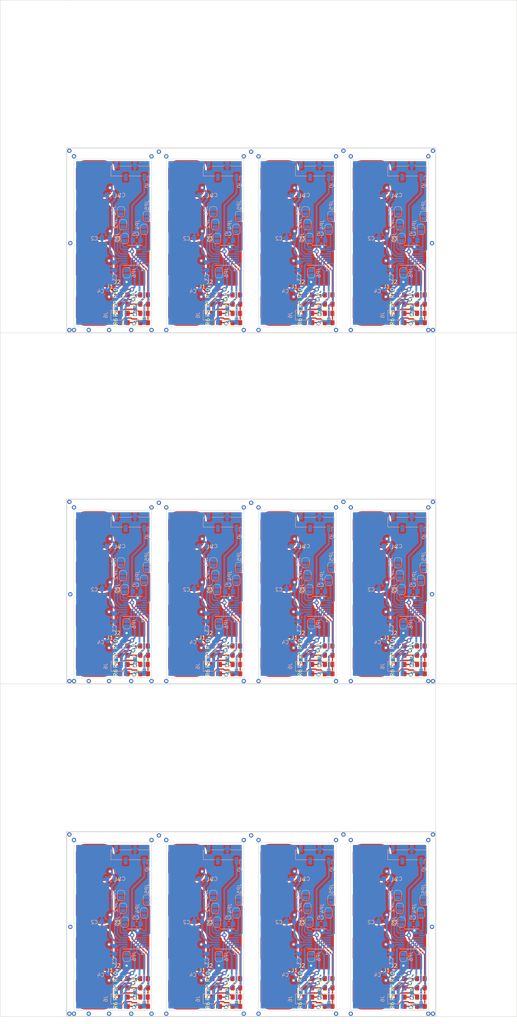
<source format=kicad_pcb>
(kicad_pcb (version 20211014) (generator pcbnew)
  (layers (0 "F.Cu" signal) (31 "B.Cu" signal) (34 "B.Paste" user) (35 "F.Paste" user) (36 "B.SilkS" user "B.Silkscreen") (37 "F.SilkS" user "F.Silkscreen") (38 "B.Mask" user) (39 "F.Mask" user) (44 "Edge.Cuts" user))
  (net 0 "")
  (net 1 "Net-(C1-Pad1)")
  (net 2 "GND")
  (net 3 "Net-(C2-Pad1)")
  (net 4 "Net-(C3-Pad1)")
  (net 5 "Net-(C4-Pad1)")
  (net 6 "+5V")
  (net 7 "Net-(D1-Pad1)")
  (net 8 "Net-(D2-Pad1)")
  (net 9 "Net-(D3-Pad1)")
  (net 10 "Net-(D4-Pad1)")
  (net 13 "Net-(J6-Pad1)")
  (net 14 "Net-(J6-Pad2)")
  (net 15 "Net-(J6-Pad3)")
  (net 16 "Net-(J6-Pad4)")
  (net 17 "Net-(JP1-Pad2)")
  (net 18 "Net-(JP2-Pad2)")
  (net 19 "Net-(JP3-Pad2)")
  (net 20 "Net-(JP4-Pad2)")
  (net 21 "Net-(JP5-Pad2)")
  (net 22 "Net-(JP6-Pad2)")
  (footprint "Diode_SMD:D_0805_2012Metric_Pad1.15x1.40mm_HandSolder" (layer "F.Cu") (at 171 282.25)
    (fp_text reference "D1")
    (fp_text value "LED")
  )
  (footprint "custom:cap_button" (layer "F.Cu") (at 182.5 153.3)
    (fp_text reference "J4")
    (fp_text value "Conn_01x01_Male")
  )
  (footprint "Resistor_SMD:R_0805_2012Metric_Pad1.20x1.40mm_HandSolder" (layer "F.Cu") (at 190.5 277.25)
    (fp_text reference "R9")
    (fp_text value "2.1K")
  )
  (footprint "Diode_SMD:D_0805_2012Metric_Pad1.15x1.40mm_HandSolder" (layer "F.Cu") (at 196 189.75)
    (fp_text reference "D2")
    (fp_text value "LED")
  )
  (footprint "custom:cap_button" (layer "F.Cu") (at 107.5 58.3)
    (fp_text reference "J4")
    (fp_text value "Conn_01x01_Male")
  )
  (footprint "custom:cap_button" (layer "F.Cu") (at 107.5 266.5)
    (fp_text reference "J2")
    (fp_text value "Conn_01x01_Male")
  )
  (footprint "custom:cap_button" (layer "F.Cu") (at 107.5 176.5)
    (fp_text reference "J2")
    (fp_text value "Conn_01x01_Male")
  )
  (footprint "Resistor_SMD:R_0805_2012Metric_Pad1.20x1.40mm_HandSolder" (layer "F.Cu") (at 115.5 192.25 180)
    (fp_text reference "R6")
    (fp_text value "2.1K")
  )
  (footprint "custom:cap_button" (layer "F.Cu") (at 132.5 278.1)
    (fp_text reference "J1")
    (fp_text value "Conn_01x01_Male")
  )
  (footprint "custom:cap_button" (layer "F.Cu") (at 182.5 188.1)
    (fp_text reference "J1")
    (fp_text value "Conn_01x01_Male")
  )
  (footprint "Resistor_SMD:R_0805_2012Metric_Pad1.20x1.40mm_HandSolder" (layer "F.Cu") (at 165.5 192.25 180)
    (fp_text reference "R6")
    (fp_text value "2.1K")
  )
  (footprint "Resistor_SMD:R_0805_2012Metric_Pad1.20x1.40mm_HandSolder" (layer "F.Cu") (at 140.5 282.25 180)
    (fp_text reference "R6")
    (fp_text value "2.1K")
  )
  (footprint "Resistor_SMD:R_0805_2012Metric_Pad1.20x1.40mm_HandSolder" (layer "F.Cu") (at 165.5 282.25 180)
    (fp_text reference "R6")
    (fp_text value "2.1K")
  )
  (footprint "custom:cap_button" (layer "F.Cu") (at 157.5 153.3)
    (fp_text reference "J4")
    (fp_text value "Conn_01x01_Male")
  )
  (footprint "Diode_SMD:D_0805_2012Metric_Pad1.15x1.40mm_HandSolder" (layer "F.Cu") (at 196 277.25)
    (fp_text reference "D3")
    (fp_text value "LED")
  )
  (footprint "Resistor_SMD:R_0805_2012Metric_Pad1.20x1.40mm_HandSolder" (layer "F.Cu") (at 115.5 184.75)
    (fp_text reference "R10")
    (fp_text value "2.1K")
  )
  (footprint "Diode_SMD:D_0805_2012Metric_Pad1.15x1.40mm_HandSolder" (layer "F.Cu") (at 171 187.25)
    (fp_text reference "D3")
    (fp_text value "LED")
  )
  (footprint "Resistor_SMD:R_0805_2012Metric_Pad1.20x1.40mm_HandSolder" (layer "F.Cu") (at 190.5 189.75 180)
    (fp_text reference "R8")
    (fp_text value "2.1K")
  )
  (footprint "Resistor_SMD:R_0805_2012Metric_Pad1.20x1.40mm_HandSolder" (layer "F.Cu") (at 190.5 192.25 180)
    (fp_text reference "R6")
    (fp_text value "2.1K")
  )
  (footprint "custom:cap_button" (layer "F.Cu") (at 132.5 69.9)
    (fp_text reference "J3")
    (fp_text value "Conn_01x01_Male")
  )
  (footprint "Diode_SMD:D_0805_2012Metric_Pad1.15x1.40mm_HandSolder" (layer "F.Cu") (at 120.975 184.75)
    (fp_text reference "D4")
    (fp_text value "LED")
  )
  (footprint "custom:cap_button" (layer "F.Cu") (at 132.5 188.1)
    (fp_text reference "J1")
    (fp_text value "Conn_01x01_Male")
  )
  (footprint "custom:cap_button" (layer "F.Cu") (at 132.5 176.5)
    (fp_text reference "J2")
    (fp_text value "Conn_01x01_Male")
  )
  (footprint "Diode_SMD:D_0805_2012Metric_Pad1.15x1.40mm_HandSolder" (layer "F.Cu") (at 146 187.25)
    (fp_text reference "D3")
    (fp_text value "LED")
  )
  (footprint "custom:cap_button" (layer "F.Cu") (at 182.5 176.5)
    (fp_text reference "J2")
    (fp_text value "Conn_01x01_Male")
  )
  (footprint "Diode_SMD:D_0805_2012Metric_Pad1.15x1.40mm_HandSolder" (layer "F.Cu") (at 146 92.25)
    (fp_text reference "D3")
    (fp_text value "LED")
  )
  (footprint "custom:cap_button" (layer "F.Cu") (at 132.5 81.5)
    (fp_text reference "J2")
    (fp_text value "Conn_01x01_Male")
  )
  (footprint "Resistor_SMD:R_0805_2012Metric_Pad1.20x1.40mm_HandSolder" (layer "F.Cu") (at 165.5 187.25)
    (fp_text reference "R9")
    (fp_text value "2.1K")
  )
  (footprint "custom:cap_button" (layer "F.Cu") (at 182.5 58.3)
    (fp_text reference "J4")
    (fp_text value "Conn_01x01_Male")
  )
  (footprint "custom:cap_button" (layer "F.Cu") (at 107.5 278.1)
    (fp_text reference "J1")
    (fp_text value "Conn_01x01_Male")
  )
  (footprint "Diode_SMD:D_0805_2012Metric_Pad1.15x1.40mm_HandSolder" (layer "F.Cu") (at 145.975 184.75)
    (fp_text reference "D4")
    (fp_text value "LED")
  )
  (footprint "custom:cap_button" (layer "F.Cu") (at 132.5 254.9)
    (fp_text reference "J3")
    (fp_text value "Conn_01x01_Male")
  )
  (footprint "Resistor_SMD:R_0805_2012Metric_Pad1.20x1.40mm_HandSolder" (layer "F.Cu") (at 140.5 192.25 180)
    (fp_text reference "R6")
    (fp_text value "2.1K")
  )
  (footprint "Diode_SMD:D_0805_2012Metric_Pad1.15x1.40mm_HandSolder" (layer "F.Cu") (at 196 279.75)
    (fp_text reference "D2")
    (fp_text value "LED")
  )
  (footprint "custom:cap_button" (layer "F.Cu") (at 182.5 81.5)
    (fp_text reference "J2")
    (fp_text value "Conn_01x01_Male")
  )
  (footprint "Diode_SMD:D_0805_2012Metric_Pad1.15x1.40mm_HandSolder" (layer "F.Cu") (at 120.975 274.75)
    (fp_text reference "D4")
    (fp_text value "LED")
  )
  (footprint "Resistor_SMD:R_0805_2012Metric_Pad1.20x1.40mm_HandSolder" (layer "F.Cu") (at 165.5 189.75 180)
    (fp_text reference "R8")
    (fp_text value "2.1K")
  )
  (footprint "custom:cap_button" (layer "F.Cu") (at 182.5 69.9)
    (fp_text reference "J3")
    (fp_text value "Conn_01x01_Male")
  )
  (footprint "custom:cap_button" (layer "F.Cu") (at 157.5 176.5)
    (fp_text reference "J2")
    (fp_text value "Conn_01x01_Male")
  )
  (footprint "Diode_SMD:D_0805_2012Metric_Pad1.15x1.40mm_HandSolder" (layer "F.Cu") (at 171 92.25)
    (fp_text reference "D3")
    (fp_text value "LED")
  )
  (footprint "Resistor_SMD:R_0805_2012Metric_Pad1.20x1.40mm_HandSolder" (layer "F.Cu") (at 190.5 279.75 180)
    (fp_text reference "R8")
    (fp_text value "2.1K")
  )
  (footprint "custom:cap_button" (layer "F.Cu") (at 107.5 93.1)
    (fp_text reference "J1")
    (fp_text value "Conn_01x01_Male")
  )
  (footprint "Diode_SMD:D_0805_2012Metric_Pad1.15x1.40mm_HandSolder" (layer "F.Cu") (at 146 282.25)
    (fp_text reference "D1")
    (fp_text value "LED")
  )
  (footprint "Resistor_SMD:R_0805_2012Metric_Pad1.20x1.40mm_HandSolder" (layer "F.Cu") (at 115.5 279.75 180)
    (fp_text reference "R8")
    (fp_text value "2.1K")
  )
  (footprint "custom:cap_button" (layer "F.Cu") (at 107.5 164.9)
    (fp_text reference "J3")
    (fp_text value "Conn_01x01_Male")
  )
  (footprint "custom:cap_button" (layer "F.Cu") (at 132.5 243.3)
    (fp_text reference "J4")
    (fp_text value "Conn_01x01_Male")
  )
  (footprint "Resistor_SMD:R_0805_2012Metric_Pad1.20x1.40mm_HandSolder" (layer "F.Cu") (at 190.5 282.25 180)
    (fp_text reference "R6")
    (fp_text value "2.1K")
  )
  (footprint "custom:cap_button" (layer "F.Cu") (at 157.5 266.5)
    (fp_text reference "J2")
    (fp_text value "Conn_01x01_Male")
  )
  (footprint "custom:cap_button" (layer "F.Cu") (at 107.5 254.9)
    (fp_text reference "J3")
    (fp_text value "Conn_01x01_Male")
  )
  (footprint "custom:cap_button" (layer "F.Cu") (at 132.5 93.1)
    (fp_text reference "J1")
    (fp_text value "Conn_01x01_Male")
  )
  (footprint "custom:cap_button" (layer "F.Cu") (at 107.5 153.3)
    (fp_text reference "J4")
    (fp_text value "Conn_01x01_Male")
  )
  (footprint "custom:cap_button" (layer "F.Cu") (at 157.5 93.1)
    (fp_text reference "J1")
    (fp_text value "Conn_01x01_Male")
  )
  (footprint "Resistor_SMD:R_0805_2012Metric_Pad1.20x1.40mm_HandSolder" (layer "F.Cu") (at 165.5 94.75 180)
    (fp_text reference "R8")
    (fp_text value "2.1K")
  )
  (footprint "Diode_SMD:D_0805_2012Metric_Pad1.15x1.40mm_HandSolder" (layer "F.Cu") (at 170.975 184.75)
    (fp_text reference "D4")
    (fp_text value "LED")
  )
  (footprint "custom:cap_button" (layer "F.Cu") (at 132.5 153.3)
    (fp_text reference "J4")
    (fp_text value "Conn_01x01_Male")
  )
  (footprint "Diode_SMD:D_0805_2012Metric_Pad1.15x1.40mm_HandSolder" (layer "F.Cu") (at 146 279.75)
    (fp_text reference "D2")
    (fp_text value "LED")
  )
  (footprint "custom:cap_button" (layer "F.Cu") (at 157.5 69.9)
    (fp_text reference "J3")
    (fp_text value "Conn_01x01_Male")
  )
  (footprint "Diode_SMD:D_0805_2012Metric_Pad1.15x1.40mm_HandSolder" (layer "F.Cu") (at 171 97.25)
    (fp_text reference "D1")
    (fp_text value "LED")
  )
  (footprint "Diode_SMD:D_0805_2012Metric_Pad1.15x1.40mm_HandSolder" (layer "F.Cu") (at 171 192.25)
    (fp_text reference "D1")
    (fp_text value "LED")
  )
  (footprint "Diode_SMD:D_0805_2012Metric_Pad1.15x1.40mm_HandSolder" (layer "F.Cu") (at 121 279.75)
    (fp_text reference "D2")
    (fp_text value "LED")
  )
  (footprint "custom:cap_button" (layer "F.Cu") (at 132.5 58.3)
    (fp_text reference "J4")
    (fp_text value "Conn_01x01_Male")
  )
  (footprint "Resistor_SMD:R_0805_2012Metric_Pad1.20x1.40mm_HandSolder" (layer "F.Cu") (at 115.5 97.25 180)
    (fp_text reference "R6")
    (fp_text value "2.1K")
  )
  (footprint "custom:cap_button" (layer "F.Cu") (at 182.5 266.5)
    (fp_text reference "J2")
    (fp_text value "Conn_01x01_Male")
  )
  (footprint "Resistor_SMD:R_0805_2012Metric_Pad1.20x1.40mm_HandSolder" (layer "F.Cu") (at 165.5 277.25)
    (fp_text reference "R9")
    (fp_text value "2.1K")
  )
  (footprint "custom:cap_button" (layer "F.Cu") (at 157.5 243.3)
    (fp_text reference "J4")
    (fp_text value "Conn_01x01_Male")
  )
  (footprint "Resistor_SMD:R_0805_2012Metric_Pad1.20x1.40mm_HandSolder" (layer "F.Cu") (at 115.5 274.75)
    (fp_text reference "R10")
    (fp_text value "2.1K")
  )
  (footprint "Diode_SMD:D_0805_2012Metric_Pad1.15x1.40mm_HandSolder" (layer "F.Cu") (at 170.975 89.75)
    (fp_text reference "D4")
    (fp_text value "LED")
  )
  (footprint "Resistor_SMD:R_0805_2012Metric_Pad1.20x1.40mm_HandSolder" (layer "F.Cu") (at 165.5 89.75)
    (fp_text reference "R10")
    (fp_text value "2.1K")
  )
  (footprint "custom:cap_button" (layer "F.Cu") (at 107.5 188.1)
    (fp_text reference "J1")
    (fp_text value "Conn_01x01_Male")
  )
  (footprint "custom:cap_button" (layer "F.Cu") (at 132.5 164.9)
    (fp_text reference "J3")
    (fp_text value "Conn_01x01_Male")
  )
  (footprint "Resistor_SMD:R_0805_2012Metric_Pad1.20x1.40mm_HandSolder" (layer "F.Cu") (at 140.5 279.75 180)
    (fp_text reference "R8")
    (fp_text value "2.1K")
  )
  (footprint "Diode_SMD:D_0805_2012Metric_Pad1.15x1.40mm_HandSolder" (layer "F.Cu") (at 145.975 89.75)
    (fp_text reference "D4")
    (fp_text value "LED")
  )
  (footprint "Resistor_SMD:R_0805_2012Metric_Pad1.20x1.40mm_HandSolder" (layer "F.Cu") (at 190.5 97.25 180)
    (fp_text reference "R6")
    (fp_text value "2.1K")
  )
  (footprint "Resistor_SMD:R_0805_2012Metric_Pad1.20x1.40mm_HandSolder" (layer "F.Cu") (at 165.5 184.75)
    (fp_text reference "R10")
    (fp_text value "2.1K")
  )
  (footprint "custom:cap_button" (layer "F.Cu") (at 107.5 69.9)
    (fp_text reference "J3")
    (fp_text value "Conn_01x01_Male")
  )
  (footprint "Resistor_SMD:R_0805_2012Metric_Pad1.20x1.40mm_HandSolder" (layer "F.Cu") (at 140.5 92.25)
    (fp_text reference "R9")
    (fp_text value "2.1K")
  )
  (footprint "Diode_SMD:D_0805_2012Metric_Pad1.15x1.40mm_HandSolder" (layer "F.Cu") (at 196 94.75)
    (fp_text reference "D2")
    (fp_text value "LED")
  )
  (footprint "Resistor_SMD:R_0805_2012Metric_Pad1.20x1.40mm_HandSolder" (layer "F.Cu") (at 140.5 274.75)
    (fp_text reference "R10")
    (fp_text value "2.1K")
  )
  (footprint "Diode_SMD:D_0805_2012Metric_Pad1.15x1.40mm_HandSolder" (layer "F.Cu") (at 121 94.75)
    (fp_text reference "D2")
    (fp_text value "LED")
  )
  (footprint "custom:cap_button" (layer "F.Cu") (at 182.5 254.9)
    (fp_text reference "J3")
    (fp_text value "Conn_01x01_Male")
  )
  (footprint "Diode_SMD:D_0805_2012Metric_Pad1.15x1.40mm_HandSolder" (layer "F.Cu") (at 146 97.25)
    (fp_text reference "D1")
    (fp_text value "LED")
  )
  (footprint "Resistor_SMD:R_0805_2012Metric_Pad1.20x1.40mm_HandSolder" (layer "F.Cu") (at 140.5 94.75 180)
    (fp_text reference "R8")
    (fp_text value "2.1K")
  )
  (footprint "Diode_SMD:D_0805_2012Metric_Pad1.15x1.40mm_HandSolder" (layer "F.Cu") (at 121 97.25)
    (fp_text reference "D1")
    (fp_text value "LED")
  )
  (footprint "Resistor_SMD:R_0805_2012Metric_Pad1.20x1.40mm_HandSolder" (layer "F.Cu") (at 190.5 94.75 180)
    (fp_text reference "R8")
    (fp_text value "2.1K")
  )
  (footprint "Diode_SMD:D_0805_2012Metric_Pad1.15x1.40mm_HandSolder" (layer "F.Cu") (at 120.975 89.75)
    (fp_text reference "D4")
    (fp_text value "LED")
  )
  (footprint "Diode_SMD:D_0805_2012Metric_Pad1.15x1.40mm_HandSolder" (layer "F.Cu") (at 171 277.25)
    (fp_text reference "D3")
    (fp_text value "LED")
  )
  (footprint "Diode_SMD:D_0805_2012Metric_Pad1.15x1.40mm_HandSolder" (layer "F.Cu") (at 121 187.25)
    (fp_text reference "D3")
    (fp_text value "LED")
  )
  (footprint "Resistor_SMD:R_0805_2012Metric_Pad1.20x1.40mm_HandSolder" (layer "F.Cu") (at 165.5 97.25 180)
    (fp_text reference "R6")
    (fp_text value "2.1K")
  )
  (footprint "custom:cap_button" (layer "F.Cu") (at 182.5 93.1)
    (fp_text reference "J1")
    (fp_text value "Conn_01x01_Male")
  )
  (footprint "Resistor_SMD:R_0805_2012Metric_Pad1.20x1.40mm_HandSolder" (layer "F.Cu") (at 165.5 92.25)
    (fp_text reference "R9")
    (fp_text value "2.1K")
  )
  (footprint "Diode_SMD:D_0805_2012Metric_Pad1.15x1.40mm_HandSolder" (layer "F.Cu") (at 195.975 184.75)
    (fp_text reference "D4")
    (fp_text value "LED")
  )
  (footprint "Diode_SMD:D_0805_2012Metric_Pad1.15x1.40mm_HandSolder" (layer "F.Cu") (at 145.975 274.75)
    (fp_text reference "D4")
    (fp_text value "LED")
  )
  (footprint "custom:cap_button" (layer "F.Cu") (at 157.5 164.9)
    (fp_text reference "J3")
    (fp_text value "Conn_01x01_Male")
  )
  (footprint "custom:cap_button" (layer "F.Cu") (at 157.5 188.1)
    (fp_text reference "J1")
    (fp_text value "Conn_01x01_Male")
  )
  (footprint "Resistor_SMD:R_0805_2012Metric_Pad1.20x1.40mm_HandSolder" (layer "F.Cu") (at 165.5 274.75)
    (fp_text reference "R10")
    (fp_text value "2.1K")
  )
  (footprint "custom:cap_button" (layer "F.Cu") (at 107.5 81.5)
    (fp_text reference "J2")
    (fp_text value "Conn_01x01_Male")
  )
  (footprint "Resistor_SMD:R_0805_2012Metric_Pad1.20x1.40mm_HandSolder" (layer "F.Cu") (at 140.5 89.75)
    (fp_text reference "R10")
    (fp_text value "2.1K")
  )
  (footprint "Resistor_SMD:R_0805_2012Metric_Pad1.20x1.40mm_HandSolder" (layer "F.Cu") (at 140.5 189.75 180)
    (fp_text reference "R8")
    (fp_text value "2.1K")
  )
  (footprint "Diode_SMD:D_0805_2012Metric_Pad1.15x1.40mm_HandSolder" (layer "F.Cu") (at 196 192.25)
    (fp_text reference "D1")
    (fp_text value "LED")
  )
  (footprint "Resistor_SMD:R_0805_2012Metric_Pad1.20x1.40mm_HandSolder" (layer "F.Cu") (at 190.5 89.75)
    (fp_text reference "R10")
    (fp_text value "2.1K")
  )
  (footprint "Diode_SMD:D_0805_2012Metric_Pad1.15x1.40mm_HandSolder" (layer "F.Cu") (at 121 92.25)
    (fp_text reference "D3")
    (fp_text value "LED")
  )
  (footprint "custom:cap_button" (layer "F.Cu") (at 157.5 254.9)
    (fp_text reference "J3")
    (fp_text value "Conn_01x01_Male")
  )
  (footprint "custom:cap_button" (layer "F.Cu") (at 132.5 266.5)
    (fp_text reference "J2")
    (fp_text value "Conn_01x01_Male")
  )
  (footprint "Diode_SMD:D_0805_2012Metric_Pad1.15x1.40mm_HandSolder" (layer "F.Cu") (at 196 92.25)
    (fp_text reference "D3")
    (fp_text value "LED")
  )
  (footprint "Resistor_SMD:R_0805_2012Metric_Pad1.20x1.40mm_HandSolder" (layer "F.Cu") (at 190.5 184.75)
    (fp_text reference "R10")
    (fp_text value "2.1K")
  )
  (footprint "Diode_SMD:D_0805_2012Metric_Pad1.15x1.40mm_HandSolder" (layer "F.Cu") (at 196 187.25)
    (fp_text reference "D3")
    (fp_text value "LED")
  )
  (footprint "Diode_SMD:D_0805_2012Metric_Pad1.15x1.40mm_HandSolder" (layer "F.Cu") (at 171 94.75)
    (fp_text reference "D2")
    (fp_text value "LED")
  )
  (footprint "Diode_SMD:D_0805_2012Metric_Pad1.15x1.40mm_HandSolder" (layer "F.Cu") (at 146 192.25)
    (fp_text reference "D1")
    (fp_text value "LED")
  )
  (footprint "Resistor_SMD:R_0805_2012Metric_Pad1.20x1.40mm_HandSolder" (layer "F.Cu") (at 165.5 279.75 180)
    (fp_text reference "R8")
    (fp_text value "2.1K")
  )
  (footprint "Diode_SMD:D_0805_2012Metric_Pad1.15x1.40mm_HandSolder" (layer "F.Cu") (at 196 282.25)
    (fp_text reference "D1")
    (fp_text value "LED")
  )
  (footprint "Resistor_SMD:R_0805_2012Metric_Pad1.20x1.40mm_HandSolder" (layer "F.Cu") (at 140.5 97.25 180)
    (fp_text reference "R6")
    (fp_text value "2.1K")
  )
  (footprint "custom:cap_button" (layer "F.Cu") (at 107.5 243.3)
    (fp_text reference "J4")
    (fp_text value "Conn_01x01_Male")
  )
  (footprint "Resistor_SMD:R_0805_2012Metric_Pad1.20x1.40mm_HandSolder" (layer "F.Cu") (at 115.5 189.75 180)
    (fp_text reference "R8")
    (fp_text value "2.1K")
  )
  (footprint "Resistor_SMD:R_0805_2012Metric_Pad1.20x1.40mm_HandSolder" (layer "F.Cu") (at 115.5 187.25)
    (fp_text reference "R9")
    (fp_text value "2.1K")
  )
  (footprint "Diode_SMD:D_0805_2012Metric_Pad1.15x1.40mm_HandSolder" (layer "F.Cu") (at 121 277.25)
    (fp_text reference "D3")
    (fp_text value "LED")
  )
  (footprint "Resistor_SMD:R_0805_2012Metric_Pad1.20x1.40mm_HandSolder" (layer "F.Cu") (at 115.5 94.75 180)
    (fp_text reference "R8")
    (fp_text value "2.1K")
  )
  (footprint "Diode_SMD:D_0805_2012Metric_Pad1.15x1.40mm_HandSolder" (layer "F.Cu") (at 195.975 274.75)
    (fp_text reference "D4")
    (fp_text value "LED")
  )
  (footprint "custom:cap_button" (layer "F.Cu") (at 182.5 278.1)
    (fp_text reference "J1")
    (fp_text value "Conn_01x01_Male")
  )
  (footprint "Diode_SMD:D_0805_2012Metric_Pad1.15x1.40mm_HandSolder" (layer "F.Cu") (at 146 94.75)
    (fp_text reference "D2")
    (fp_text value "LED")
  )
  (footprint "Resistor_SMD:R_0805_2012Metric_Pad1.20x1.40mm_HandSolder" (layer "F.Cu") (at 115.5 92.25)
    (fp_text reference "R9")
    (fp_text value "2.1K")
  )
  (footprint "Resistor_SMD:R_0805_2012Metric_Pad1.20x1.40mm_HandSolder" (layer "F.Cu") (at 140.5 184.75)
    (fp_text reference "R10")
    (fp_text value "2.1K")
  )
  (footprint "Resistor_SMD:R_0805_2012Metric_Pad1.20x1.40mm_HandSolder" (layer "F.Cu") (at 115.5 89.75)
    (fp_text reference "R10")
    (fp_text value "2.1K")
  )
  (footprint "custom:cap_button" (layer "F.Cu") (at 157.5 81.5)
    (fp_text reference "J2")
    (fp_text value "Conn_01x01_Male")
  )
  (footprint "Diode_SMD:D_0805_2012Metric_Pad1.15x1.40mm_HandSolder" (layer "F.Cu") (at 195.975 89.75)
    (fp_text reference "D4")
    (fp_text value "LED")
  )
  (footprint "Resistor_SMD:R_0805_2012Metric_Pad1.20x1.40mm_HandSolder" (layer "F.Cu") (at 190.5 274.75)
    (fp_text reference "R10")
    (fp_text value "2.1K")
  )
  (footprint "Diode_SMD:D_0805_2012Metric_Pad1.15x1.40mm_HandSolder" (layer "F.Cu") (at 121 282.25)
    (fp_text reference "D1")
    (fp_text value "LED")
  )
  (footprint "Resistor_SMD:R_0805_2012Metric_Pad1.20x1.40mm_HandSolder" (layer "F.Cu") (at 140.5 277.25)
    (fp_text reference "R9")
    (fp_text value "2.1K")
  )
  (footprint "Resistor_SMD:R_0805_2012Metric_Pad1.20x1.40mm_HandSolder" (layer "F.Cu") (at 190.5 92.25)
    (fp_text reference "R9")
    (fp_text value "2.1K")
  )
  (footprint "Diode_SMD:D_0805_2012Metric_Pad1.15x1.40mm_HandSolder" (layer "F.Cu") (at 196 97.25)
    (fp_text reference "D1")
    (fp_text value "LED")
  )
  (footprint "Diode_SMD:D_0805_2012Metric_Pad1.15x1.40mm_HandSolder" (layer "F.Cu") (at 146 277.25)
    (fp_text reference "D3")
    (fp_text value "LED")
  )
  (footprint "Resistor_SMD:R_0805_2012Metric_Pad1.20x1.40mm_HandSolder" (layer "F.Cu") (at 190.5 187.25)
    (fp_text reference "R9")
    (fp_text value "2.1K")
  )
  (footprint "Diode_SMD:D_0805_2012Metric_Pad1.15x1.40mm_HandSolder" (layer "F.Cu") (at 171 279.75)
    (fp_text reference "D2")
    (fp_text value "LED")
  )
  (footprint "custom:cap_button" (layer "F.Cu") (at 157.5 278.1)
    (fp_text reference "J1")
    (fp_text value "Conn_01x01_Male")
  )
  (footprint "Diode_SMD:D_0805_2012Metric_Pad1.15x1.40mm_HandSolder" (layer "F.Cu") (at 146 189.75)
    (fp_text reference "D2")
    (fp_text value "LED")
  )
  (footprint "Diode_SMD:D_0805_2012Metric_Pad1.15x1.40mm_HandSolder" (layer "F.Cu") (at 121 192.25)
    (fp_text reference "D1")
    (fp_text value "LED")
  )
  (footprint "Diode_SMD:D_0805_2012Metric_Pad1.15x1.40mm_HandSolder" (layer "F.Cu") (at 121 189.75)
    (fp_text reference "D2")
    (fp_text value "LED")
  )
  (footprint "custom:cap_button" (layer "F.Cu") (at 157.5 58.3)
    (fp_text reference "J4")
    (fp_text value "Conn_01x01_Male")
  )
  (footprint "Resistor_SMD:R_0805_2012Metric_Pad1.20x1.40mm_HandSolder" (layer "F.Cu") (at 140.5 187.25)
    (fp_text reference "R9")
    (fp_text value "2.1K")
  )
  (footprint "Diode_SMD:D_0805_2012Metric_Pad1.15x1.40mm_HandSolder" (layer "F.Cu") (at 171 189.75)
    (fp_text reference "D2")
    (fp_text value "LED")
  )
  (footprint "Resistor_SMD:R_0805_2012Metric_Pad1.20x1.40mm_HandSolder" (layer "F.Cu") (at 115.5 282.25 180)
    (fp_text reference "R6")
    (fp_text value "2.1K")
  )
  (footprint "custom:cap_button" (layer "F.Cu") (at 182.5 164.9)
    (fp_text reference "J3")
    (fp_text value "Conn_01x01_Male")
  )
  (footprint "custom:cap_button" (layer "F.Cu") (at 182.5 243.3)
    (fp_text reference "J4")
    (fp_text value "Conn_01x01_Male")
  )
  (footprint "Diode_SMD:D_0805_2012Metric_Pad1.15x1.40mm_HandSolder" (layer "F.Cu") (at 170.975 274.75)
    (fp_text reference "D4")
    (fp_text value "LED")
  )
  (footprint "Resistor_SMD:R_0805_2012Metric_Pad1.20x1.40mm_HandSolder" (layer "F.Cu") (at 115.5 277.25)
    (fp_text reference "R9")
    (fp_text value "2.1K")
  )
  (footprint "Capacitor_SMD:C_0805_2012Metric_Pad1.18x1.45mm_HandSolder" (layer "B.Cu") (at 113 177 -90)
    (fp_text reference "C3")
    (fp_text value "15pF")
  )
  (footprint "Connector_PinSocket_2.54mm:PinSocket_1x04_P2.54mm_Vertical_SMD_Pin1Left" (layer "B.Cu") (at 117.25 56.25 90)
    (fp_text reference "J5")
    (fp_text value "Conn_01x04_Male")
  )
  (footprint "Jumper:SolderJumper-2_P1.3mm_Open_RoundedPad1.0x1.5mm" (layer "B.Cu") (at 146.75 163.5 -90)
    (fp_text reference "JP5")
    (fp_text value "SolderJumper_2_Open")
  )
  (footprint "Jumper:SolderJumper-2_P1.3mm_Open_RoundedPad1.0x1.5mm" (layer "B.Cu") (at 140.25 255.75 -90)
    (fp_text reference "JP2")
    (fp_text value "SolderJumper_2_Open")
  )
  (footprint "Capacitor_SMD:C_0805_2012Metric_Pad1.18x1.45mm_HandSolder" (layer "B.Cu") (at 163 177 -90)
    (fp_text reference "C3")
    (fp_text value "15pF")
  )
  (footprint "Capacitor_SMD:C_0805_2012Metric_Pad1.18x1.45mm_HandSolder" (layer "B.Cu") (at 187 247.75 180)
    (fp_text reference "C1")
    (fp_text value "15pF")
  )
  (footprint "Capacitor_SMD:C_0805_2012Metric_Pad1.18x1.45mm_HandSolder" (layer "B.Cu") (at 185.625 74.325 180)
    (fp_text reference "C2")
    (fp_text value "15pF")
  )
  (footprint "Jumper:SolderJumper-2_P1.3mm_Open_RoundedPad1.0x1.5mm" (layer "B.Cu") (at 189.75 67.25 -90)
    (fp_text reference "JP1")
    (fp_text value "SolderJumper_2_Open")
  )
  (footprint "Jumper:SolderJumper-2_P1.3mm_Open_RoundedPad1.0x1.5mm" (layer "B.Cu") (at 165.25 165.75 -90)
    (fp_text reference "JP2")
    (fp_text value "SolderJumper_2_Open")
  )
  (footprint "Connector_PinSocket_2.54mm:PinSocket_1x04_P2.54mm_Vertical_SMD_Pin1Left" (layer "B.Cu") (at 167.25 56.25 90)
    (fp_text reference "J5")
    (fp_text value "Conn_01x04_Male")
  )
  (footprint "Jumper:SolderJumper-2_P1.3mm_Open_RoundedPad1.0x1.5mm" (layer "B.Cu") (at 115.75 259.5 -90)
    (fp_text reference "JP3")
    (fp_text value "SolderJumper_2_Open")
  )
  (footprint "Jumper:SolderJumper-2_P1.3mm_Open_RoundedPad1.0x1.5mm" (layer "B.Cu") (at 196 167 -90)
    (fp_text reference "JP4")
    (fp_text value "SolderJumper_2_Open")
  )
  (footprint "Jumper:SolderJumper-2_P1.3mm_Open_RoundedPad1.0x1.5mm" (layer "B.Cu") (at 196.75 68.5 -90)
    (fp_text reference "JP5")
    (fp_text value "SolderJumper_2_Open")
  )
  (footprint "Jumper:SolderJumper-2_P1.3mm_Open_RoundedPad1.0x1.5mm" (layer "B.Cu") (at 189.75 252.25 -90)
    (fp_text reference "JP1")
    (fp_text value "SolderJumper_2_Open")
  )
  (footprint "Connector_PinSocket_2.54mm:PinSocket_1x04_P2.54mm_Vertical_SMD_Pin1Left" (layer "B.Cu") (at 117.25 280.25 -90)
    (fp_text reference "J6")
    (fp_text value "Conn_01x04_Male")
  )
  (footprint "Connector_PinSocket_2.54mm:PinSocket_1x04_P2.54mm_Vertical_SMD_Pin1Left" (layer "B.Cu") (at 142.25 151.25 90)
    (fp_text reference "J5")
    (fp_text value "Conn_01x04_Male")
  )
  (footprint "Capacitor_SMD:C_0805_2012Metric_Pad1.18x1.45mm_HandSolder" (layer "B.Cu") (at 137 157.75 180)
    (fp_text reference "C1")
    (fp_text value "15pF")
  )
  (footprint "Capacitor_SMD:C_0805_2012Metric_Pad1.18x1.45mm_HandSolder" (layer "B.Cu") (at 137.25 183.25 180)
    (fp_text reference "C4")
    (fp_text value "15pF")
  )
  (footprint "Capacitor_SMD:C_0805_2012Metric_Pad1.18x1.45mm_HandSolder" (layer "B.Cu") (at 113 267 -90)
    (fp_text reference "C3")
    (fp_text value "15pF")
  )
  (footprint "Capacitor_SMD:C_0805_2012Metric_Pad1.18x1.45mm_HandSolder" (layer "B.Cu") (at 113 82 -90)
    (fp_text reference "C3")
    (fp_text value "15pF")
  )
  (footprint "Capacitor_SMD:C_0805_2012Metric_Pad1.18x1.45mm_HandSolder" (layer "B.Cu") (at 162.25 183.25 180)
    (fp_text reference "C4")
    (fp_text value "15pF")
  )
  (footprint "Jumper:SolderJumper-2_P1.3mm_Open_RoundedPad1.0x1.5mm" (layer "B.Cu") (at 166.25 83.75 90)
    (fp_text reference "JP6")
    (fp_text value "SolderJumper_2_Open")
  )
  (footprint "Jumper:SolderJumper-2_P1.3mm_Open_RoundedPad1.0x1.5mm" (layer "B.Cu") (at 171.75 68.5 -90)
    (fp_text reference "JP5")
    (fp_text value "SolderJumper_2_Open")
  )
  (footprint "Capacitor_SMD:C_0805_2012Metric_Pad1.18x1.45mm_HandSolder" (layer "B.Cu") (at 137 62.75 180)
    (fp_text reference "C1")
    (fp_text value "15pF")
  )
  (footprint "Jumper:SolderJumper-2_P1.3mm_Open_RoundedPad1.0x1.5mm" (layer "B.Cu") (at 171 257 -90)
    (fp_text reference "JP4")
    (fp_text value "SolderJumper_2_Open")
  )
  (footprint "Jumper:SolderJumper-2_P1.3mm_Open_RoundedPad1.0x1.5mm" (layer "B.Cu") (at 141.25 83.75 90)
    (fp_text reference "JP6")
    (fp_text value "SolderJumper_2_Open")
  )
  (footprint "Capacitor_SMD:C_0805_2012Metric_Pad1.18x1.45mm_HandSolder" (layer "B.Cu") (at 138 177 -90)
    (fp_text reference "C3")
    (fp_text value "15pF")
  )
  (footprint "Connector_PinSocket_2.54mm:PinSocket_1x04_P2.54mm_Vertical_SMD_Pin1Left" (layer "B.Cu") (at 192.25 151.25 90)
    (fp_text reference "J5")
    (fp_text value "Conn_01x04_Male")
  )
  (footprint "Capacitor_SMD:C_0805_2012Metric_Pad1.18x1.45mm_HandSolder" (layer "B.Cu") (at 137.25 273.25 180)
    (fp_text reference "C4")
    (fp_text value "15pF")
  )
  (footprint "Jumper:SolderJumper-2_P1.3mm_Open_RoundedPad1.0x1.5mm" (layer "B.Cu") (at 139.75 162.25 -90)
    (fp_text reference "JP1")
    (fp_text value "SolderJumper_2_Open")
  )
  (footprint "Capacitor_SMD:C_0805_2012Metric_Pad1.18x1.45mm_HandSolder" (layer "B.Cu") (at 112 247.75 180)
    (fp_text reference "C1")
    (fp_text value "15pF")
  )
  (footprint "Capacitor_SMD:C_0805_2012Metric_Pad1.18x1.45mm_HandSolder" (layer "B.Cu") (at 112.25 88.25 180)
    (fp_text reference "C4")
    (fp_text value "15pF")
  )
  (footprint "Jumper:SolderJumper-2_P1.3mm_Open_RoundedPad1.0x1.5mm" (layer "B.Cu") (at 114.75 162.25 -90)
    (fp_text reference "JP1")
    (fp_text value "SolderJumper_2_Open")
  )
  (footprint "Capacitor_SMD:C_0805_2012Metric_Pad1.18x1.45mm_HandSolder" (layer "B.Cu") (at 135.625 74.325 180)
    (fp_text reference "C2")
    (fp_text value "15pF")
  )
  (footprint "Capacitor_SMD:C_0805_2012Metric_Pad1.18x1.45mm_HandSolder" (layer "B.Cu") (at 110.625 259.325 180)
    (fp_text reference "C2")
    (fp_text value "15pF")
  )
  (footprint "Capacitor_SMD:C_0805_2012Metric_Pad1.18x1.45mm_HandSolder" (layer "B.Cu") (at 188 267 -90)
    (fp_text reference "C3")
    (fp_text value "15pF")
  )
  (footprint "Capacitor_SMD:C_0805_2012Metric_Pad1.18x1.45mm_HandSolder" (layer "B.Cu") (at 169 260)
    (fp_text reference "C5")
    (fp_text value "100nF 50V")
  )
  (footprint "Capacitor_SMD:C_0805_2012Metric_Pad1.18x1.45mm_HandSolder" (layer "B.Cu") (at 119 260)
    (fp_text reference "C5")
    (fp_text value "100nF 50V")
  )
  (footprint "Capacitor_SMD:C_0805_2012Metric_Pad1.18x1.45mm_HandSolder" (layer "B.Cu") (at 194 75)
    (fp_text reference "C5")
    (fp_text value "100nF 50V")
  )
  (footprint "Capacitor_SMD:C_0805_2012Metric_Pad1.18x1.45mm_HandSolder" (layer "B.Cu") (at 162 157.75 180)
    (fp_text reference "C1")
    (fp_text value "15pF")
  )
  (footprint "Jumper:SolderJumper-2_P1.3mm_Open_RoundedPad1.0x1.5mm" (layer "B.Cu") (at 165.25 255.75 -90)
    (fp_text reference "JP2")
    (fp_text value "SolderJumper_2_Open")
  )
  (footprint "Connector_PinSocket_2.54mm:PinSocket_1x04_P2.54mm_Vertical_SMD_Pin1Left" (layer "B.Cu") (at 167.25 241.25 90)
    (fp_text reference "J5")
    (fp_text value "Conn_01x04_Male")
  )
  (footprint "Jumper:SolderJumper-2_P1.3mm_Open_RoundedPad1.0x1.5mm" (layer "B.Cu") (at 165.75 169.5 -90)
    (fp_text reference "JP3")
    (fp_text value "SolderJumper_2_Open")
  )
  (footprint "Package_SO:SSOP-16_3.9x4.9mm_P0.635mm" (layer "B.Cu") (at 143.5 79)
    (fp_text reference "U1")
    (fp_text value "TTP224N-BSB")
  )
  (footprint "Jumper:SolderJumper-2_P1.3mm_Open_RoundedPad1.0x1.5mm" (layer "B.Cu") (at 191.25 83.75 90)
    (fp_text reference "JP6")
    (fp_text value "SolderJumper_2_Open")
  )
  (footprint "Capacitor_SMD:C_0805_2012Metric_Pad1.18x1.45mm_HandSolder" (layer "B.Cu") (at 162 247.75 180)
    (fp_text reference "C1")
    (fp_text value "15pF")
  )
  (footprint "Package_SO:SSOP-16_3.9x4.9mm_P0.635mm" (layer "B.Cu") (at 193.5 264)
    (fp_text reference "U1")
    (fp_text value "TTP224N-BSB")
  )
  (footprint "Capacitor_SMD:C_0805_2012Metric_Pad1.18x1.45mm_HandSolder" (layer "B.Cu") (at 144 170)
    (fp_text reference "C5")
    (fp_text value "100nF 50V")
  )
  (footprint "Jumper:SolderJumper-2_P1.3mm_Open_RoundedPad1.0x1.5mm" (layer "B.Cu") (at 171 72 -90)
    (fp_text reference "JP4")
    (fp_text value "SolderJumper_2_Open")
  )
  (footprint "Capacitor_SMD:C_0805_2012Metric_Pad1.18x1.45mm_HandSolder" (layer "B.Cu") (at 162.25 88.25 180)
    (fp_text reference "C4")
    (fp_text value "15pF")
  )
  (footprint "Connector_PinSocket_2.54mm:PinSocket_1x04_P2.54mm_Vertical_SMD_Pin1Left" (layer "B.Cu") (at 192.25 280.25 -90)
    (fp_text reference "J6")
    (fp_text value "Conn_01x04_Male")
  )
  (footprint "Package_SO:SSOP-16_3.9x4.9mm_P0.635mm" (layer "B.Cu") (at 168.5 264)
    (fp_text reference "U1")
    (fp_text value "TTP224N-BSB")
  )
  (footprint "Jumper:SolderJumper-2_P1.3mm_Open_RoundedPad1.0x1.5mm" (layer "B.Cu") (at 115.75 74.5 -90)
    (fp_text reference "JP3")
    (fp_text value "SolderJumper_2_Open")
  )
  (footprint "Capacitor_SMD:C_0805_2012Metric_Pad1.18x1.45mm_HandSolder" (layer "B.Cu") (at 187.25 183.25 180)
    (fp_text reference "C4")
    (fp_text value "15pF")
  )
  (footprint "Jumper:SolderJumper-2_P1.3mm_Open_RoundedPad1.0x1.5mm" (layer "B.Cu") (at 191.25 268.75 90)
    (fp_text reference "JP6")
    (fp_text value "SolderJumper_2_Open")
  )
  (footprint "Connector_PinSocket_2.54mm:PinSocket_1x04_P2.54mm_Vertical_SMD_Pin1Left" (layer "B.Cu") (at 142.25 241.25 90)
    (fp_text reference "J5")
    (fp_text value "Conn_01x04_Male")
  )
  (footprint "Jumper:SolderJumper-2_P1.3mm_Open_RoundedPad1.0x1.5mm" (layer "B.Cu") (at 190.75 169.5 -90)
    (fp_text reference "JP3")
    (fp_text value "SolderJumper_2_Open")
  )
  (footprint "Connector_PinSocket_2.54mm:PinSocket_1x04_P2.54mm_Vertical_SMD_Pin1Left" (layer "B.Cu") (at 192.25 241.25 90)
    (fp_text reference "J5")
    (fp_text value "Conn_01x04_Male")
  )
  (footprint "Capacitor_SMD:C_0805_2012Metric_Pad1.18x1.45mm_HandSolder" (layer "B.Cu") (at 137.25 88.25 180)
    (fp_text reference "C4")
    (fp_text value "15pF")
  )
  (footprint "Jumper:SolderJumper-2_P1.3mm_Open_RoundedPad1.0x1.5mm" (layer "B.Cu") (at 139.75 252.25 -90)
    (fp_text reference "JP1")
    (fp_text value "SolderJumper_2_Open")
  )
  (footprint "Capacitor_SMD:C_0805_2012Metric_Pad1.18x1.45mm_HandSolder" (layer "B.Cu") (at 187 157.75 180)
    (fp_text reference "C1")
    (fp_text value "15pF")
  )
  (footprint "Jumper:SolderJumper-2_P1.3mm_Open_RoundedPad1.0x1.5mm" (layer "B.Cu") (at 116.25 178.75 90)
    (fp_text reference "JP6")
    (fp_text value "SolderJumper_2_Open")
  )
  (footprint "Jumper:SolderJumper-2_P1.3mm_Open_RoundedPad1.0x1.5mm" (layer "B.Cu") (at 165.75 259.5 -90)
    (fp_text reference "JP3")
    (fp_text value "SolderJumper_2_Open")
  )
  (footprint "Jumper:SolderJumper-2_P1.3mm_Open_RoundedPad1.0x1.5mm" (layer "B.Cu") (at 171.75 163.5 -90)
    (fp_text reference "JP5")
    (fp_text value "SolderJumper_2_Open")
  )
  (footprint "Jumper:SolderJumper-2_P1.3mm_Open_RoundedPad1.0x1.5mm" (layer "B.Cu") (at 121.75 68.5 -90)
    (fp_text reference "JP5")
    (fp_text value "SolderJumper_2_Open")
  )
  (footprint "Jumper:SolderJumper-2_P1.3mm_Open_RoundedPad1.0x1.5mm" (layer "B.Cu") (at 121 257 -90)
    (fp_text reference "JP4")
    (fp_text value "SolderJumper_2_Open")
  )
  (footprint "Capacitor_SMD:C_0805_2012Metric_Pad1.18x1.45mm_HandSolder" (layer "B.Cu") (at 144 260)
    (fp_text reference "C5")
    (fp_text value "100nF 50V")
  )
  (footprint "Jumper:SolderJumper-2_P1.3mm_Open_RoundedPad1.0x1.5mm" (layer "B.Cu") (at 141.25 268.75 90)
    (fp_text reference "JP6")
    (fp_text value "SolderJumper_2_Open")
  )
  (footprint "Jumper:SolderJumper-2_P1.3mm_Open_RoundedPad1.0x1.5mm" (layer "B.Cu") (at 139.75 67.25 -90)
    (fp_text reference "JP1")
    (fp_text value "SolderJumper_2_Open")
  )
  (footprint "Connector_PinSocket_2.54mm:PinSocket_1x04_P2.54mm_Vertical_SMD_Pin1Left" (layer "B.Cu") (at 192.25 95.25 -90)
    (fp_text reference "J6")
    (fp_text value "Conn_01x04_Male")
  )
  (footprint "Connector_PinSocket_2.54mm:PinSocket_1x04_P2.54mm_Vertical_SMD_Pin1Left" (layer "B.Cu") (at 192.25 190.25 -90)
    (fp_text reference "J6")
    (fp_text value "Conn_01x04_Male")
  )
  (footprint "Jumper:SolderJumper-2_P1.3mm_Open_RoundedPad1.0x1.5mm" (layer "B.Cu") (at 164.75 252.25 -90)
    (fp_text reference "JP1")
    (fp_text value "SolderJumper_2_Open")
  )
  (footprint "Capacitor_SMD:C_0805_2012Metric_Pad1.18x1.45mm_HandSolder" (layer "B.Cu") (at 188 82 -90)
    (fp_text reference "C3")
    (fp_text value "15pF")
  )
  (footprint "Connector_PinSocket_2.54mm:PinSocket_1x04_P2.54mm_Vertical_SMD_Pin1Left" (layer "B.Cu") (at 142.25 56.25 90)
    (fp_text reference "J5")
    (fp_text value "Conn_01x04_Male")
  )
  (footprint "Capacitor_SMD:C_0805_2012Metric_Pad1.18x1.45mm_HandSolder" (layer "B.Cu") (at 119 170)
    (fp_text reference "C5")
    (fp_text value "100nF 50V")
  )
  (footprint "Jumper:SolderJumper-2_P1.3mm_Open_RoundedPad1.0x1.5mm" (layer "B.Cu") (at 189.75 162.25 -90)
    (fp_text reference "JP1")
    (fp_text value "SolderJumper_2_Open")
  )
  (footprint "Jumper:SolderJumper-2_P1.3mm_Open_RoundedPad1.0x1.5mm" (layer "B.Cu") (at 140.25 165.75 -90)
    (fp_text reference "JP2")
    (fp_text value "SolderJumper_2_Open")
  )
  (footprint "Jumper:SolderJumper-2_P1.3mm_Open_RoundedPad1.0x1.5mm" (layer "B.Cu") (at 121.75 253.5 -90)
    (fp_text reference "JP5")
    (fp_text value "SolderJumper_2_Open")
  )
  (footprint "Capacitor_SMD:C_0805_2012Metric_Pad1.18x1.45mm_HandSolder" (layer "B.Cu") (at 138 82 -90)
    (fp_text reference "C3")
    (fp_text value "15pF")
  )
  (footprint "Jumper:SolderJumper-2_P1.3mm_Open_RoundedPad1.0x1.5mm" (layer "B.Cu") (at 121 72 -90)
    (fp_text reference "JP4")
    (fp_text value "SolderJumper_2_Open")
  )
  (footprint "Connector_PinSocket_2.54mm:PinSocket_1x04_P2.54mm_Vertical_SMD_Pin1Left" (layer "B.Cu") (at 117.25 95.25 -90)
    (fp_text reference "J6")
    (fp_text value "Conn_01x04_Male")
  )
  (footprint "Jumper:SolderJumper-2_P1.3mm_Open_RoundedPad1.0x1.5mm" (layer "B.Cu") (at 146.75 68.5 -90)
    (fp_text reference "JP5")
    (fp_text value "SolderJumper_2_Open")
  )
  (footprint "Jumper:SolderJumper-2_P1.3mm_Open_RoundedPad1.0x1.5mm" (layer "B.Cu") (at 164.75 67.25 -90)
    (fp_text reference "JP1")
    (fp_text value "SolderJumper_2_Open")
  )
  (footprint "Jumper:SolderJumper-2_P1.3mm_Open_RoundedPad1.0x1.5mm" (layer "B.Cu") (at 190.25 165.75 -90)
    (fp_text reference "JP2")
    (fp_text value "SolderJumper_2_Open")
  )
  (footprint "Capacitor_SMD:C_0805_2012Metric_Pad1.18x1.45mm_HandSolder" (layer "B.Cu") (at 185.625 169.325 180)
    (fp_text reference "C2")
    (fp_text value "15pF")
  )
  (footprint "Jumper:SolderJumper-2_P1.3mm_Open_RoundedPad1.0x1.5mm" (layer "B.Cu") (at 146 72 -90)
    (fp_text reference "JP4")
    (fp_text value "SolderJumper_2_Open")
  )
  (footprint "Capacitor_SMD:C_0805_2012Metric_Pad1.18x1.45mm_HandSolder" (layer "B.Cu") (at 163 82 -90)
    (fp_text reference "C3")
    (fp_text value "15pF")
  )
  (footprint "Capacitor_SMD:C_0805_2012Metric_Pad1.18x1.45mm_HandSolder" (layer "B.Cu") (at 160.625 259.325 180)
    (fp_text reference "C2")
    (fp_text value "15pF")
  )
  (footprint "Connector_PinSocket_2.54mm:PinSocket_1x04_P2.54mm_Vertical_SMD_Pin1Left" (layer "B.Cu") (at 117.25 151.25 90)
    (fp_text reference "J5")
    (fp_text value "Conn_01x04_Male")
  )
  (footprint "Connector_PinSocket_2.54mm:PinSocket_1x04_P2.54mm_Vertical_SMD_Pin1Left" (layer "B.Cu") (at 192.25 56.25 90)
    (fp_text reference "J5")
    (fp_text value "Conn_01x04_Male")
  )
  (footprint "Capacitor_SMD:C_0805_2012Metric_Pad1.18x1.45mm_HandSolder" (layer "B.Cu") (at 194 170)
    (fp_text reference "C5")
    (fp_text value "100nF 50V")
  )
  (footprint "Jumper:SolderJumper-2_P1.3mm_Open_RoundedPad1.0x1.5mm" (layer "B.Cu") (at 115.25 165.75 -90)
    (fp_text reference "JP2")
    (fp_text value "SolderJumper_2_Open")
  )
  (footprint "Capacitor_SMD:C_0805_2012Metric_Pad1.18x1.45mm_HandSolder" (layer "B.Cu") (at 169 75)
    (fp_text reference "C5")
    (fp_text value "100nF 50V")
  )
  (footprint "Package_SO:SSOP-16_3.9x4.9mm_P0.635mm" (layer "B.Cu") (at 118.5 264)
    (fp_text reference "U1")
    (fp_text value "TTP224N-BSB")
  )
  (footprint "Jumper:SolderJumper-2_P1.3mm_Open_RoundedPad1.0x1.5mm" (layer "B.Cu") (at 140.75 74.5 -90)
    (fp_text reference "JP3")
    (fp_text value "SolderJumper_2_Open")
  )
  (footprint "Package_SO:SSOP-16_3.9x4.9mm_P0.635mm" (layer "B.Cu") (at 143.5 264)
    (fp_text reference "U1")
    (fp_text value "TTP224N-BSB")
  )
  (footprint "Jumper:SolderJumper-2_P1.3mm_Open_RoundedPad1.0x1.5mm" (layer "B.Cu") (at 140.25 70.75 -90)
    (fp_text reference "JP2")
    (fp_text value "SolderJumper_2_Open")
  )
  (footprint "Package_SO:SSOP-16_3.9x4.9mm_P0.635mm" (layer "B.Cu") (at 168.5 174)
    (fp_text reference "U1")
    (fp_text value "TTP224N-BSB")
  )
  (footprint "Jumper:SolderJumper-2_P1.3mm_Open_RoundedPad1.0x1.5mm" (layer "B.Cu") (at 141.25 178.75 90)
    (fp_text reference "JP6")
    (fp_text value "SolderJumper_2_Open")
  )
  (footprint "Capacitor_SMD:C_0805_2012Metric_Pad1.18x1.45mm_HandSolder" (layer "B.Cu") (at 137 247.75 180)
    (fp_text reference "C1")
    (fp_text value "15pF")
  )
  (footprint "Jumper:SolderJumper-2_P1.3mm_Open_RoundedPad1.0x1.5mm" (layer "B.Cu") (at 196.75 253.5 -90)
    (fp_text reference "JP5")
    (fp_text value "SolderJumper_2_Open")
  )
  (footprint "Jumper:SolderJumper-2_P1.3mm_Open_RoundedPad1.0x1.5mm" (layer "B.Cu") (at 190.25 70.75 -90)
    (fp_text reference "JP2")
    (fp_text value "SolderJumper_2_Open")
  )
  (footprint "Capacitor_SMD:C_0805_2012Metric_Pad1.18x1.45mm_HandSolder" (layer "B.Cu") (at 160.625 74.325 180)
    (fp_text reference "C2")
    (fp_text value "15pF")
  )
  (footprint "Capacitor_SMD:C_0805_2012Metric_Pad1.18x1.45mm_HandSolder" (layer "B.Cu") (at 112.25 273.25 180)
    (fp_text reference "C4")
    (fp_text value "15pF")
  )
  (footprint "Jumper:SolderJumper-2_P1.3mm_Open_RoundedPad1.0x1.5mm" (layer "B.Cu") (at 165.75 74.5 -90)
    (fp_text reference "JP3")
    (fp_text value "SolderJumper_2_Open")
  )
  (footprint "Capacitor_SMD:C_0805_2012Metric_Pad1.18x1.45mm_HandSolder" (layer "B.Cu") (at 163 267 -90)
    (fp_text reference "C3")
    (fp_text value "15pF")
  )
  (footprint "Capacitor_SMD:C_0805_2012Metric_Pad1.18x1.45mm_HandSolder" (layer "B.Cu") (at 112 157.75 180)
    (fp_text reference "C1")
    (fp_text value "15pF")
  )
  (footprint "Capacitor_SMD:C_0805_2012Metric_Pad1.18x1.45mm_HandSolder" (layer "B.Cu") (at 187 62.75 180)
    (fp_text reference "C1")
    (fp_text value "15pF")
  )
  (footprint "Jumper:SolderJumper-2_P1.3mm_Open_RoundedPad1.0x1.5mm" (layer "B.Cu") (at 116.25 83.75 90)
    (fp_text reference "JP6")
    (fp_text value "SolderJumper_2_Open")
  )
  (footprint "Jumper:SolderJumper-2_P1.3mm_Open_RoundedPad1.0x1.5mm" (layer "B.Cu") (at 196 72 -90)
    (fp_text reference "JP4")
    (fp_text value "SolderJumper_2_Open")
  )
  (footprint "Connector_PinSocket_2.54mm:PinSocket_1x04_P2.54mm_Vertical_SMD_Pin1Left" (layer "B.Cu") (at 167.25 190.25 -90)
    (fp_text reference "J6")
    (fp_text value "Conn_01x04_Male")
  )
  (footprint "Jumper:SolderJumper-2_P1.3mm_Open_RoundedPad1.0x1.5mm" (layer "B.Cu") (at 121 167 -90)
    (fp_text reference "JP4")
    (fp_text value "SolderJumper_2_Open")
  )
  (footprint "Jumper:SolderJumper-2_P1.3mm_Open_RoundedPad1.0x1.5mm" (layer "B.Cu") (at 146 167 -90)
    (fp_text reference "JP4")
    (fp_text value "SolderJumper_2_Open")
  )
  (footprint "Jumper:SolderJumper-2_P1.3mm_Open_RoundedPad1.0x1.5mm" (layer "B.Cu") (at 166.25 268.75 90)
    (fp_text reference "JP6")
    (fp_text value "SolderJumper_2_Open")
  )
  (footprint "Jumper:SolderJumper-2_P1.3mm_Open_RoundedPad1.0x1.5mm" (layer "B.Cu") (at 191.25 178.75 90)
    (fp_text reference "JP6")
    (fp_text value "SolderJumper_2_Open")
  )
  (footprint "Jumper:SolderJumper-2_P1.3mm_Open_RoundedPad1.0x1.5mm" (layer "B.Cu") (at 114.75 252.25 -90)
    (fp_text reference "JP1")
    (fp_text value "SolderJumper_2_Open")
  )
  (footprint "Jumper:SolderJumper-2_P1.3mm_Open_RoundedPad1.0x1.5mm" (layer "B.Cu") (at 121.75 163.5 -90)
    (fp_text reference "JP5")
    (fp_text value "SolderJumper_2_Open")
  )
  (footprint "Jumper:SolderJumper-2_P1.3mm_Open_RoundedPad1.0x1.5mm" (layer "B.Cu") (at 196.75 163.5 -90)
    (fp_text reference "JP5")
    (fp_text value "SolderJumper_2_Open")
  )
  (footprint "Capacitor_SMD:C_0805_2012Metric_Pad1.18x1.45mm_HandSolder" (layer "B.Cu") (at 162.25 273.25 180)
    (fp_text reference "C4")
    (fp_text value "15pF")
  )
  (footprint "Capacitor_SMD:C_0805_2012Metric_Pad1.18x1.45mm_HandSolder" (layer "B.Cu") (at 169 170)
    (fp_text reference "C5")
    (fp_text value "100nF 50V")
  )
  (footprint "Capacitor_SMD:C_0805_2012Metric_Pad1.18x1.45mm_HandSolder" (layer "B.Cu") (at 112.25 183.25 180)
    (fp_text reference "C4")
    (fp_text value "15pF")
  )
  (footprint "Capacitor_SMD:C_0805_2012Metric_Pad1.18x1.45mm_HandSolder" (layer "B.Cu") (at 110.625 169.325 180)
    (fp_text reference "C2")
    (fp_text value "15pF")
  )
  (footprint "Capacitor_SMD:C_0805_2012Metric_Pad1.18x1.45mm_HandSolder" (layer "B.Cu") (at 110.625 74.325 180)
    (fp_text reference "C2")
    (fp_text value "15pF")
  )
  (footprint "Jumper:SolderJumper-2_P1.3mm_Open_RoundedPad1.0x1.5mm" (layer "B.Cu") (at 116.25 268.75 90)
    (fp_text reference "JP6")
    (fp_text value "SolderJumper_2_Open")
  )
  (footprint "Jumper:SolderJumper-2_P1.3mm_Open_RoundedPad1.0x1.5mm" (layer "B.Cu") (at 140.75 169.5 -90)
    (fp_text reference "JP3")
    (fp_text value "SolderJumper_2_Open")
  )
  (footprint "Jumper:SolderJumper-2_P1.3mm_Open_RoundedPad1.0x1.5mm" (layer "B.Cu") (at 196 257 -90)
    (fp_text reference "JP4")
    (fp_text value "SolderJumper_2_Open")
  )
  (footprint "Capacitor_SMD:C_0805_2012Metric_Pad1.18x1.45mm_HandSolder" (layer "B.Cu") (at 160.625 169.325 180)
    (fp_text reference "C2")
    (fp_text value "15pF")
  )
  (footprint "Package_SO:SSOP-16_3.9x4.9mm_P0.635mm" (layer "B.Cu") (at 118.5 174)
    (fp_text reference "U1")
    (fp_text value "TTP224N-BSB")
  )
  (footprint "Jumper:SolderJumper-2_P1.3mm_Open_RoundedPad1.0x1.5mm" (layer "B.Cu") (at 114.75 67.25 -90)
    (fp_text reference "JP1")
    (fp_text value "SolderJumper_2_Open")
  )
  (footprint "Connector_PinSocket_2.54mm:PinSocket_1x04_P2.54mm_Vertical_SMD_Pin1Left" (layer "B.Cu") (at 142.25 280.25 -90)
    (fp_text reference "J6")
    (fp_text value "Conn_01x04_Male")
  )
  (footprint "Connector_PinSocket_2.54mm:PinSocket_1x04_P2.54mm_Vertical_SMD_Pin1Left" (layer "B.Cu") (at 142.25 95.25 -90)
    (fp_text reference "J6")
    (fp_text value "Conn_01x04_Male")
  )
  (footprint "Capacitor_SMD:C_0805_2012Metric_Pad1.18x1.45mm_HandSolder" (layer "B.Cu") (at 144 75)
    (fp_text reference "C5")
    (fp_text value "100nF 50V")
  )
  (footprint "Capacitor_SMD:C_0805_2012Metric_Pad1.18x1.45mm_HandSolder" (layer "B.Cu") (at 194 260)
    (fp_text reference "C5")
    (fp_text value "100nF 50V")
  )
  (footprint "Jumper:SolderJumper-2_P1.3mm_Open_RoundedPad1.0x1.5mm" (layer "B.Cu") (at 190.75 74.5 -90)
    (fp_text reference "JP3")
    (fp_text value "SolderJumper_2_Open")
  )
  (footprint "Connector_PinSocket_2.54mm:PinSocket_1x04_P2.54mm_Vertical_SMD_Pin1Left" (layer "B.Cu") (at 167.25 151.25 90)
    (fp_text reference "J5")
    (fp_text value "Conn_01x04_Male")
  )
  (footprint "Package_SO:SSOP-16_3.9x4.9mm_P0.635mm" (layer "B.Cu") (at 118.5 79)
    (fp_text reference "U1")
    (fp_text value "TTP224N-BSB")
  )
  (footprint "Capacitor_SMD:C_0805_2012Metric_Pad1.18x1.45mm_HandSolder" (layer "B.Cu") (at 187.25 88.25 180)
    (fp_text reference "C4")
    (fp_text value "15pF")
  )
  (footprint "Package_SO:SSOP-16_3.9x4.9mm_P0.635mm" (layer "B.Cu") (at 168.5 79)
    (fp_text reference "U1")
    (fp_text value "TTP224N-BSB")
  )
  (footprint "Connector_PinSocket_2.54mm:PinSocket_1x04_P2.54mm_Vertical_SMD_Pin1Left" (layer "B.Cu") (at 167.25 280.25 -90)
    (fp_text reference "J6")
    (fp_text value "Conn_01x04_Male")
  )
  (footprint "Package_SO:SSOP-16_3.9x4.9mm_P0.635mm" (layer "B.Cu") (at 193.5 79)
    (fp_text reference "U1")
    (fp_text value "TTP224N-BSB")
  )
  (footprint "Jumper:SolderJumper-2_P1.3mm_Open_RoundedPad1.0x1.5mm" (layer "B.Cu") (at 190.25 255.75 -90)
    (fp_text reference "JP2")
    (fp_text value "SolderJumper_2_Open")
  )
  (footprint "Jumper:SolderJumper-2_P1.3mm_Open_RoundedPad1.0x1.5mm" (layer "B.Cu") (at 115.25 255.75 -90)
    (fp_text reference "JP2")
    (fp_text value "SolderJumper_2_Open")
  )
  (footprint "Capacitor_SMD:C_0805_2012Metric_Pad1.18x1.45mm_HandSolder" (layer "B.Cu") (at 185.625 259.325 180)
    (fp_text reference "C2")
    (fp_text value "15pF")
  )
  (footprint "Connector_PinSocket_2.54mm:PinSocket_1x04_P2.54mm_Vertical_SMD_Pin1Left" (layer "B.Cu") (at 117.25 190.25 -90)
    (fp_text reference "J6")
    (fp_text value "Conn_01x04_Male")
  )
  (footprint "Jumper:SolderJumper-2_P1.3mm_Open_RoundedPad1.0x1.5mm" (layer "B.Cu") (at 146 257 -90)
    (fp_text reference "JP4")
    (fp_text value "SolderJumper_2_Open")
  )
  (footprint "Capacitor_SMD:C_0805_2012Metric_Pad1.18x1.45mm_HandSolder" (layer "B.Cu") (at 162 62.75 180)
    (fp_text reference "C1")
    (fp_text value "15pF")
  )
  (footprint "Jumper:SolderJumper-2_P1.3mm_Open_RoundedPad1.0x1.5mm" (layer "B.Cu") (at 164.75 162.25 -90)
    (fp_text reference "JP1")
    (fp_text value "SolderJumper_2_Open")
  )
  (footprint "Capacitor_SMD:C_0805_2012Metric_Pad1.18x1.45mm_HandSolder" (layer "B.Cu") (at 138 267 -90)
    (fp_text reference "C3")
    (fp_text value "15pF")
  )
  (footprint "Capacitor_SMD:C_0805_2012Metric_Pad1.18x1.45mm_HandSolder" (layer "B.Cu") (at 119 75)
    (fp_text reference "C5")
    (fp_text value "100nF 50V")
  )
  (footprint "Capacitor_SMD:C_0805_2012Metric_Pad1.18x1.45mm_HandSolder" (layer "B.Cu") (at 135.625 259.325 180)
    (fp_text reference "C2")
    (fp_text value "15pF")
  )
  (footprint "Connector_PinSocket_2.54mm:PinSocket_1x04_P2.54mm_Vertical_SMD_Pin1Left" (layer "B.Cu") (at 142.25 190.25 -90)
    (fp_text reference "J6")
    (fp_text value "Conn_01x04_Male")
  )
  (footprint "Jumper:SolderJumper-2_P1.3mm_Open_RoundedPad1.0x1.5mm" (layer "B.Cu") (at 166.25 178.75 90)
    (fp_text reference "JP6")
    (fp_text value "SolderJumper_2_Open")
  )
  (footprint "Connector_PinSocket_2.54mm:PinSocket_1x04_P2.54mm_Vertical_SMD_Pin1Left" (layer "B.Cu") (at 167.25 95.25 -90)
    (fp_text reference "J6")
    (fp_text value "Conn_01x04_Male")
  )
  (footprint "Connector_PinSocket_2.54mm:PinSocket_1x04_P2.54mm_Vertical_SMD_Pin1Left" (layer "B.Cu") (at 117.25 241.25 90)
    (fp_text reference "J5")
    (fp_text value "Conn_01x04_Male")
  )
  (footprint "Capacitor_SMD:C_0805_2012Metric_Pad1.18x1.45mm_HandSolder" (layer "B.Cu") (at 188 177 -90)
    (fp_text reference "C3")
    (fp_text value "15pF")
  )
  (footprint "Package_SO:SSOP-16_3.9x4.9mm_P0.635mm" (layer "B.Cu") (at 143.5 174)
    (fp_text reference "U1")
    (fp_text value "TTP224N-BSB")
  )
  (footprint "Jumper:SolderJumper-2_P1.3mm_Open_RoundedPad1.0x1.5mm" (layer "B.Cu") (at 115.25 70.75 -90)
    (fp_text reference "JP2")
    (fp_text value "SolderJumper_2_Open")
  )
  (footprint "Package_SO:SSOP-16_3.9x4.9mm_P0.635mm" (layer "B.Cu") (at 193.5 174)
    (fp_text reference "U1")
    (fp_text value "TTP224N-BSB")
  )
  (footprint "Jumper:SolderJumper-2_P1.3mm_Open_RoundedPad1.0x1.5mm" (layer "B.Cu") (at 190.75 259.5 -90)
    (fp_text reference "JP3")
    (fp_text value "SolderJumper_2_Open")
  )
  (footprint "Jumper:SolderJumper-2_P1.3mm_Open_RoundedPad1.0x1.5mm" (layer "B.Cu") (at 140.75 259.5 -90)
    (fp_text reference "JP3")
    (fp_text value "SolderJumper_2_Open")
  )
  (footprint "Capacitor_SMD:C_0805_2012Metric_Pad1.18x1.45mm_HandSolder" (layer "B.Cu") (at 135.625 169.325 180)
    (fp_text reference "C2")
    (fp_text value "15pF")
  )
  (footprint "Jumper:SolderJumper-2_P1.3mm_Open_RoundedPad1.0x1.5mm" (layer "B.Cu") (at 171 167 -90)
    (fp_text reference "JP4")
    (fp_text value "SolderJumper_2_Open")
  )
  (footprint "Jumper:SolderJumper-2_P1.3mm_Open_RoundedPad1.0x1.5mm" (layer "B.Cu") (at 115.75 169.5 -90)
    (fp_text reference "JP3")
    (fp_text value "SolderJumper_2_Open")
  )
  (footprint "Capacitor_SMD:C_0805_2012Metric_Pad1.18x1.45mm_HandSolder" (layer "B.Cu") (at 187.25 273.25 180)
    (fp_text reference "C4")
    (fp_text value "15pF")
  )
  (footprint "Jumper:SolderJumper-2_P1.3mm_Open_RoundedPad1.0x1.5mm" (layer "B.Cu") (at 165.25 70.75 -90)
    (fp_text reference "JP2")
    (fp_text value "SolderJumper_2_Open")
  )
  (footprint "Jumper:SolderJumper-2_P1.3mm_Open_RoundedPad1.0x1.5mm" (layer "B.Cu") (at 146.75 253.5 -90)
    (fp_text reference "JP5")
    (fp_text value "SolderJumper_2_Open")
  )
  (footprint "Capacitor_SMD:C_0805_2012Metric_Pad1.18x1.45mm_HandSolder" (layer "B.Cu") (at 112 62.75 180)
    (fp_text reference "C1")
    (fp_text value "15pF")
  )
  (footprint "Jumper:SolderJumper-2_P1.3mm_Open_RoundedPad1.0x1.5mm" (layer "B.Cu") (at 171.75 253.5 -90)
    (fp_text reference "JP5")
    (fp_text value "SolderJumper_2_Open")
  )
  (gr_line (start 123 98.4) (end 102 98.4) (layer "Edge.Cuts") (width 0.1))
  (gr_line (start 200 100) (end 200 50) (layer "Edge.Cuts") (width 0.2))
  (gr_line (start 152 283.4) (end 152 238) (layer "Edge.Cuts") (width 0.1))
  (gr_line (start 148 238) (end 148 283) (layer "Edge.Cuts") (width 0.1))
  (gr_line (start 177 53) (end 198 53) (layer "Edge.Cuts") (width 0.1))
  (gr_line (start 152 98.4) (end 152 53) (layer "Edge.Cuts") (width 0.1))
  (gr_line (start 102 53) (end 123 53) (layer "Edge.Cuts") (width 0.1))
  (gr_line (start 148 193) (end 148 193.4) (layer "Edge.Cuts") (width 0.1))
  (gr_line (start 123 98) (end 123 98.4) (layer "Edge.Cuts") (width 0.1))
  (gr_line (start 222 10) (end 222 100) (layer "Edge.Cuts") (width 0.1))
  (gr_line (start 127 193.4) (end 127 148) (layer "Edge.Cuts") (width 0.1))
  (gr_line (start 82 285) (end 222 285) (layer "Edge.Cuts") (width 0.1))
  (gr_line (start 100 285) (end 200 285) (layer "Edge.Cuts") (width 0.2))
  (gr_line (start 200 50) (end 100 50) (layer "Edge.Cuts") (width 0.2))
  (gr_line (start 148 53) (end 148 98) (layer "Edge.Cuts") (width 0.1))
  (gr_line (start 100 195) (end 200 195) (layer "Edge.Cuts") (width 0.2))
  (gr_line (start 200 195) (end 200 235) (layer "Edge.Cuts") (width 0.1))
  (gr_line (start 173 53) (end 173 98) (layer "Edge.Cuts") (width 0.1))
  (gr_line (start 200 195) (end 200 145) (layer "Edge.Cuts") (width 0.2))
  (gr_line (start 200 235) (end 100 235) (layer "Edge.Cuts") (width 0.2))
  (gr_line (start 123 53) (end 123 98) (layer "Edge.Cuts") (width 0.1))
  (gr_line (start 102 283.4) (end 102 238) (layer "Edge.Cuts") (width 0.1))
  (gr_line (start 200 101) (end 200 145) (layer "Edge.Cuts") (width 0.1))
  (gr_line (start 177 283.4) (end 177 238) (layer "Edge.Cuts") (width 0.1))
  (gr_line (start 198 283) (end 198 283.4) (layer "Edge.Cuts") (width 0.1))
  (gr_line (start 102 148) (end 123 148) (layer "Edge.Cuts") (width 0.1))
  (gr_line (start 102 193.4) (end 102 148) (layer "Edge.Cuts") (width 0.1))
  (gr_line (start 173 98.4) (end 152 98.4) (layer "Edge.Cuts") (width 0.1))
  (gr_line (start 123 283.4) (end 102 283.4) (layer "Edge.Cuts") (width 0.1))
  (gr_line (start 198 238) (end 198 283) (layer "Edge.Cuts") (width 0.1))
  (gr_line (start 198 148) (end 198 193) (layer "Edge.Cuts") (width 0.1))
  (gr_line (start 152 193.4) (end 152 148) (layer "Edge.Cuts") (width 0.1))
  (gr_line (start 100 145) (end 100 195) (layer "Edge.Cuts") (width 0.2))
  (gr_line (start 198 98) (end 198 98.4) (layer "Edge.Cuts") (width 0.1))
  (gr_line (start 82 285) (end 82 33) (layer "Edge.Cuts") (width 0.1))
  (gr_line (start 173 148) (end 173 193) (layer "Edge.Cuts") (width 0.1))
  (gr_line (start 173 98) (end 173 98.4) (layer "Edge.Cuts") (width 0.1))
  (gr_line (start 102 238) (end 123 238) (layer "Edge.Cuts") (width 0.1))
  (gr_line (start 198 53) (end 198 98) (layer "Edge.Cuts") (width 0.1))
  (gr_line (start 82 10) (end 82 33) (layer "Edge.Cuts") (width 0.1))
  (gr_line (start 200 145) (end 100 145) (layer "Edge.Cuts") (width 0.2))
  (gr_line (start 127 148) (end 148 148) (layer "Edge.Cuts") (width 0.1))
  (gr_line (start 123 193.4) (end 102 193.4) (layer "Edge.Cuts") (width 0.1))
  (gr_line (start 198 193) (end 198 193.4) (layer "Edge.Cuts") (width 0.1))
  (gr_line (start 152 53) (end 173 53) (layer "Edge.Cuts") (width 0.1))
  (gr_line (start 173 283.4) (end 152 283.4) (layer "Edge.Cuts") (width 0.1))
  (gr_line (start 222 100) (end 222 195) (layer "Edge.Cuts") (width 0.1))
  (gr_line (start 102 98.4) (end 102 53) (layer "Edge.Cuts") (width 0.1))
  (gr_line (start 148 193.4) (end 127 193.4) (layer "Edge.Cuts") (width 0.1))
  (gr_line (start 173 193) (end 173 193.4) (layer "Edge.Cuts") (width 0.1))
  (gr_line (start 82 195) (end 222 195) (layer "Edge.Cuts") (width 0.1))
  (gr_line (start 127 53) (end 148 53) (layer "Edge.Cuts") (width 0.1))
  (gr_line (start 127 283.4) (end 127 238) (layer "Edge.Cuts") (width 0.1))
  (gr_line (start 173 193.4) (end 152 193.4) (layer "Edge.Cuts") (width 0.1))
  (gr_line (start 100 235) (end 100 285) (layer "Edge.Cuts") (width 0.2))
  (gr_line (start 123 283) (end 123 283.4) (layer "Edge.Cuts") (width 0.1))
  (gr_line (start 148 148) (end 148 193) (layer "Edge.Cuts") (width 0.1))
  (gr_line (start 200 145) (end 100 145) (layer "Edge.Cuts") (width 0.2))
  (gr_line (start 173 238) (end 173 283) (layer "Edge.Cuts") (width 0.1))
  (gr_line (start 152 238) (end 173 238) (layer "Edge.Cuts") (width 0.1))
  (gr_line (start 173 283) (end 173 283.4) (layer "Edge.Cuts") (width 0.1))
  (gr_line (start 177 238) (end 198 238) (layer "Edge.Cuts") (width 0.1))
  (gr_line (start 127 98.4) (end 127 53) (layer "Edge.Cuts") (width 0.1))
  (gr_line (start 82 100) (end 222 100) (layer "Edge.Cuts") (width 0.1))
  (gr_line (start 200 235) (end 100 235) (layer "Edge.Cuts") (width 0.2))
  (gr_line (start 200 285) (end 200 235) (layer "Edge.Cuts") (width 0.2))
  (gr_line (start 222 195) (end 222 285) (layer "Edge.Cuts") (width 0.1))
  (gr_line (start 100 285) (end 200 285) (layer "Edge.Cuts") (width 0.2))
  (gr_line (start 100 235) (end 100 285) (layer "Edge.Cuts") (width 0.2))
  (gr_line (start 100 10) (end 222 10) (layer "Edge.Cuts") (width 0.1))
  (gr_line (start 198 193.4) (end 177 193.4) (layer "Edge.Cuts") (width 0.1))
  (gr_line (start 148 98) (end 148 98.4) (layer "Edge.Cuts") (width 0.1))
  (gr_line (start 123 148) (end 123 193) (layer "Edge.Cuts") (width 0.1))
  (gr_line (start 200 195) (end 200 145) (layer "Edge.Cuts") (width 0.2))
  (gr_line (start 100 100) (end 200 100) (layer "Edge.Cuts") (width 0.2))
  (gr_line (start 100 195) (end 200 195) (layer "Edge.Cuts") (width 0.2))
  (gr_line (start 148 283) (end 148 283.4) (layer "Edge.Cuts") (width 0.1))
  (gr_line (start 148 98.4) (end 127 98.4) (layer "Edge.Cuts") (width 0.1))
  (gr_line (start 100 145) (end 100 195) (layer "Edge.Cuts") (width 0.2))
  (gr_line (start 152 148) (end 173 148) (layer "Edge.Cuts") (width 0.1))
  (gr_line (start 123 193) (end 123 193.4) (layer "Edge.Cuts") (width 0.1))
  (gr_line (start 177 98.4) (end 177 53) (layer "Edge.Cuts") (width 0.1))
  (gr_line (start 200 285) (end 200 235) (layer "Edge.Cuts") (width 0.2))
  (gr_line (start 177 193.4) (end 177 148) (layer "Edge.Cuts") (width 0.1))
  (gr_line (start 100 50) (end 100 100) (layer "Edge.Cuts") (width 0.2))
  (gr_line (start 198 98.4) (end 177 98.4) (layer "Edge.Cuts") (width 0.1))
  (gr_line (start 198 283.4) (end 177 283.4) (layer "Edge.Cuts") (width 0.1))
  (gr_line (start 177 148) (end 198 148) (layer "Edge.Cuts") (width 0.1))
  (gr_line (start 148 283.4) (end 127 283.4) (layer "Edge.Cuts") (width 0.1))
  (gr_line (start 100 10) (end 82 10) (layer "Edge.Cuts") (width 0.1))
  (gr_line (start 123 238) (end 123 283) (layer "Edge.Cuts") (width 0.1))
  (gr_line (start 127 238) (end 148 238) (layer "Edge.Cuts") (width 0.1))
  (via (at 117.5 99.25) (size 1.2) (drill 0.6) (layers "F.Cu" "B.Cu") (net 0))
  (via (at 127 147.25) (size 1.2) (drill 0.6) (layers "F.Cu" "B.Cu") (net 0))
  (via (at 123 147.25) (size 1.2) (drill 0.6) (layers "F.Cu" "B.Cu") (net 0))
  (via (at 150 236) (size 1.2) (drill 0.6) (layers "F.Cu" "B.Cu") (net 0))
  (via (at 199 170.75) (size 1.2) (drill 0.6) (layers "F.Cu" "B.Cu") (net 0))
  (via (at 177 99.25) (size 1.2) (drill 0.6) (layers "F.Cu" "B.Cu") (net 0))
  (via (at 177 52.25) (size 1.2) (drill 0.6) (layers "F.Cu" "B.Cu") (net 0))
  (via (at 198 52.25) (size 1.2) (drill 0.6) (layers "F.Cu" "B.Cu") (net 0))
  (via (at 198 147.25) (size 1.2) (drill 0.6) (layers "F.Cu" "B.Cu") (net 0))
  (via (at 199 75.75) (size 1.2) (drill 0.6) (layers "F.Cu" "B.Cu") (net 0))
  (via (at 125 236) (size 1.2) (drill 0.6) (layers "F.Cu" "B.Cu") (net 0))
  (via (at 100.75 99.25) (size 1.2) (drill 0.6) (layers "F.Cu" "B.Cu") (net 0))
  (via (at 102 237.25) (size 1.2) (drill 0.6) (layers "F.Cu" "B.Cu") (net 0))
  (via (at 173 237.25) (size 1.2) (drill 0.6) (layers "F.Cu" "B.Cu") (net 0))
  (via (at 111.5 194.25) (size 1.2) (drill 0.6) (layers "F.Cu" "B.Cu") (net 0))
  (via (at 102 284.25) (size 1.2) (drill 0.6) (layers "F.Cu" "B.Cu") (net 0))
  (via (at 100.75 284.25) (size 1.2) (drill 0.6) (layers "F.Cu" "B.Cu") (net 0))
  (via (at 173 194.25) (size 1.2) (drill 0.6) (layers "F.Cu" "B.Cu") (net 0))
  (via (at 199.25 50.75) (size 1.2) (drill 0.6) (layers "F.Cu" "B.Cu") (net 0))
  (via (at 199.25 194.25) (size 1.2) (drill 0.6) (layers "F.Cu" "B.Cu") (net 0))
  (via (at 102 52.25) (size 1.2) (drill 0.6) (layers "F.Cu" "B.Cu") (net 0))
  (via (at 175 145.75) (size 1.2) (drill 0.6) (layers "F.Cu" "B.Cu") (net 0))
  (via (at 152 237.25) (size 1.2) (drill 0.6) (layers "F.Cu" "B.Cu") (net 0))
  (via (at 199.25 145.75) (size 1.2) (drill 0.6) (layers "F.Cu" "B.Cu") (net 0))
  (via (at 123 52.25) (size 1.2) (drill 0.6) (layers "F.Cu" "B.Cu") (net 0))
  (via (at 198 237.25) (size 1.2) (drill 0.6) (layers "F.Cu" "B.Cu") (net 0))
  (via (at 148 52.25) (size 1.2) (drill 0.6) (layers "F.Cu" "B.Cu") (net 0))
  (via (at 173 284.25) (size 1.2) (drill 0.6) (layers "F.Cu" "B.Cu") (net 0))
  (via (at 102 147.25) (size 1.2) (drill 0.6) (layers "F.Cu" "B.Cu") (net 0))
  (via (at 199.25 235.75) (size 1.2) (drill 0.6) (layers "F.Cu" "B.Cu") (net 0))
  (via (at 127 99.25) (size 1.2) (drill 0.6) (layers "F.Cu" "B.Cu") (net 0))
  (via (at 100.75 235.75) (size 1.2) (drill 0.6) (layers "F.Cu" "B.Cu") (net 0))
  (via (at 173 52.25) (size 1.2) (drill 0.6) (layers "F.Cu" "B.Cu") (net 0))
  (via (at 100.75 50.75) (size 1.2) (drill 0.6) (layers "F.Cu" "B.Cu") (net 0))
  (via (at 111.5 284.25) (size 1.2) (drill 0.6) (layers "F.Cu" "B.Cu") (net 0))
  (via (at 123 194.25) (size 1.2) (drill 0.6) (layers "F.Cu" "B.Cu") (net 0))
  (via (at 177 284.25) (size 1.2) (drill 0.6) (layers "F.Cu" "B.Cu") (net 0))
  (via (at 150 51) (size 1.2) (drill 0.6) (layers "F.Cu" "B.Cu") (net 0))
  (via (at 173 147.25) (size 1.2) (drill 0.6) (layers "F.Cu" "B.Cu") (net 0))
  (via (at 199.25 284.25) (size 1.2) (drill 0.6) (layers "F.Cu" "B.Cu") (net 0))
  (via (at 127 194.25) (size 1.2) (drill 0.6) (layers "F.Cu" "B.Cu") (net 0))
  (via (at 101 170.75) (size 1.2) (drill 0.6) (layers "F.Cu" "B.Cu") (net 0))
  (via (at 106 284.25) (size 1.2) (drill 0.6) (layers "F.Cu" "B.Cu") (net 0))
  (via (at 199 260.75) (size 1.2) (drill 0.6) (layers "F.Cu" "B.Cu") (net 0))
  (via (at 148 99.25) (size 1.2) (drill 0.6) (layers "F.Cu" "B.Cu") (net 0))
  (via (at 148 194.25) (size 1.2) (drill 0.6) (layers "F.Cu" "B.Cu") (net 0))
  (via (at 175 50.75) (size 1.2) (drill 0.6) (layers "F.Cu" "B.Cu") (net 0))
  (via (at 117.5 194.25) (size 1.2) (drill 0.6) (layers "F.Cu" "B.Cu") (net 0))
  (via (at 125 51) (size 1.2) (drill 0.6) (layers "F.Cu" "B.Cu") (net 0))
  (via (at 152 147.25) (size 1.2) (drill 0.6) (layers "F.Cu" "B.Cu") (net 0))
  (via (at 152 284.25) (size 1.2) (drill 0.6) (layers "F.Cu" "B.Cu") (net 0))
  (via (at 127 237.25) (size 1.2) (drill 0.6) (layers "F.Cu" "B.Cu") (net 0))
  (via (at 100.75 145.75) (size 1.2) (drill 0.6) (layers "F.Cu" "B.Cu") (net 0))
  (via (at 177 147.25) (size 1.2) (drill 0.6) (layers "F.Cu" "B.Cu") (net 0))
  (via (at 117.5 284.25) (size 1.2) (drill 0.6) (layers "F.Cu" "B.Cu") (net 0))
  (via (at 127 284.25) (size 1.2) (drill 0.6) (layers "F.Cu" "B.Cu") (net 0))
  (via (at 173 99.25) (size 1.2) (drill 0.6) (layers "F.Cu" "B.Cu") (net 0))
  (via (at 175 235.75) (size 1.2) (drill 0.6) (layers "F.Cu" "B.Cu") (net 0))
  (via (at 127 52.25) (size 1.2) (drill 0.6) (layers "F.Cu" "B.Cu") (net 0))
  (via (at 148 284.25) (size 1.2) (drill 0.6) (layers "F.Cu" "B.Cu") (net 0))
  (via (at 123 284.25) (size 1.2) (drill 0.6) (layers "F.Cu" "B.Cu") (net 0))
  (via (at 102 194.25) (size 1.2) (drill 0.6) (layers "F.Cu" "B.Cu") (net 0))
  (via (at 148 237.25) (size 1.2) (drill 0.6) (layers "F.Cu" "B.Cu") (net 0))
  (via (at 102 99.25) (size 1.2) (drill 0.6) (layers "F.Cu" "B.Cu") (net 0))
  (via (at 152 99.25) (size 1.2) (drill 0.6) (layers "F.Cu" "B.Cu") (net 0))
  (via (at 152 194.25) (size 1.2) (drill 0.6) (layers "F.Cu" "B.Cu") (net 0))
  (via (at 123 237.25) (size 1.2) (drill 0.6) (layers "F.Cu" "B.Cu") (net 0))
  (via (at 101 260.75) (size 1.2) (drill 0.6) (layers "F.Cu" "B.Cu") (net 0))
  (via (at 106 99.25) (size 1.2) (drill 0.6) (layers "F.Cu" "B.Cu") (net 0))
  (via (at 100.75 194.25) (size 1.2) (drill 0.6) (layers "F.Cu" "B.Cu") (net 0))
  (via (at 199.25 99.25) (size 1.2) (drill 0.6) (layers "F.Cu" "B.Cu") (net 0))
  (via (at 177 194.25) (size 1.2) (drill 0.6) (layers "F.Cu" "B.Cu") (net 0))
  (via (at 123 99.25) (size 1.2) (drill 0.6) (layers "F.Cu" "B.Cu") (net 0))
  (via (at 148 147.25) (size 1.2) (drill 0.6) (layers "F.Cu" "B.Cu") (net 0))
  (via (at 125 146) (size 1.2) (drill 0.6) (layers "F.Cu" "B.Cu") (net 0))
  (via (at 152 52.25) (size 1.2) (drill 0.6) (layers "F.Cu" "B.Cu") (net 0))
  (via (at 101 75.75) (size 1.2) (drill 0.6) (layers "F.Cu" "B.Cu") (net 0))
  (via (at 106 194.25) (size 1.2) (drill 0.6) (layers "F.Cu" "B.Cu") (net 0))
  (via (at 198 284.25) (size 1.2) (drill 0.6) (layers "F.Cu" "B.Cu") (net 0))
  (via (at 198 99.25) (size 1.2) (drill 0.6) (layers "F.Cu" "B.Cu") (net 0))
  (via (at 111.5 99.25) (size 1.2) (drill 0.6) (layers "F.Cu" "B.Cu") (net 0))
  (via (at 177 237.25) (size 1.2) (drill 0.6) (layers "F.Cu" "B.Cu") (net 0))
  (via (at 150 146) (size 1.2) (drill 0.6) (layers "F.Cu" "B.Cu") (net 0))
  (via (at 198 194.25) (size 1.2) (drill 0.6) (layers "F.Cu" "B.Cu") (net 0))
  (via (at 186.75 155.75) (size 1.2) (drill 0.6) (layers "F.Cu" "B.Cu") (net 1))
  (via (at 136.75 245.75) (size 1.2) (drill 0.6) (layers "F.Cu" "B.Cu") (net 1))
  (via (at 111.75 155.75) (size 1.2) (drill 0.6) (layers "F.Cu" "B.Cu") (net 1))
  (via (at 136.75 155.75) (size 1.2) (drill 0.6) (layers "F.Cu" "B.Cu") (net 1))
  (via (at 111.75 245.75) (size 1.2) (drill 0.6) (layers "F.Cu" "B.Cu") (net 1))
  (via (at 136.75 60.75) (size 1.2) (drill 0.6) (layers "F.Cu" "B.Cu") (net 1))
  (via (at 111.75 60.75) (size 1.2) (drill 0.6) (layers "F.Cu" "B.Cu") (net 1))
  (via (at 186.75 60.75) (size 1.2) (drill 0.6) (layers "F.Cu" "B.Cu") (net 1))
  (via (at 186.75 245.75) (size 1.2) (drill 0.6) (layers "F.Cu" "B.Cu") (net 1))
  (via (at 161.75 60.75) (size 1.2) (drill 0.6) (layers "F.Cu" "B.Cu") (net 1))
  (via (at 161.75 155.75) (size 1.2) (drill 0.6) (layers "F.Cu" "B.Cu") (net 1))
  (via (at 161.75 245.75) (size 1.2) (drill 0.6) (layers "F.Cu" "B.Cu") (net 1))
  (segment (start 163.0375 249.0125) (end 162.25 249.8) (width 0.5) (layer "B.Cu") (net 1))
  (segment (start 137.25 159.8) (end 137.25 165.3) (width 0.5) (layer "B.Cu") (net 1))
  (segment (start 139.2675 174.3175) (end 140.65 174.3175) (width 0.35) (layer "B.Cu") (net 1))
  (segment (start 164.2675 264.3175) (end 165.65 264.3175) (width 0.35) (layer "B.Cu") (net 1))
  (segment (start 113.0375 157.75) (end 113.0375 159.0125) (width 0.5) (layer "B.Cu") (net 1))
  (segment (start 137.25 256.05) (end 137.25 255.3) (width 0.35) (layer "B.Cu") (net 1))
  (segment (start 188 71.8) (end 187.25 71.05) (width 0.35) (layer "B.Cu") (net 1))
  (segment (start 161.75 155.75) (end 161.75 155.8) (width 0.5) (layer "B.Cu") (net 1))
  (segment (start 136.75 155.8) (end 138.0375 157.0875) (width 0.5) (layer "B.Cu") (net 1))
  (segment (start 186.75 60.8) (end 188.0375 62.0875) (width 0.5) (layer "B.Cu") (net 1))
  (segment (start 186.75 155.8) (end 188.0375 157.0875) (width 0.5) (layer "B.Cu") (net 1))
  (segment (start 164.2675 79.3175) (end 165.65 79.3175) (width 0.35) (layer "B.Cu") (net 1))
  (segment (start 161.75 245.75) (end 161.75 245.8) (width 0.5) (layer "B.Cu") (net 1))
  (segment (start 112.25 166.05) (end 112.25 165.3) (width 0.35) (layer "B.Cu") (net 1))
  (segment (start 113 78.05) (end 113 71.8) (width 0.35) (layer "B.Cu") (net 1))
  (segment (start 186.75 60.75) (end 186.75 60.8) (width 0.5) (layer "B.Cu") (net 1))
  (segment (start 188.0375 247.75) (end 188.0375 249.0125) (width 0.5) (layer "B.Cu") (net 1))
  (segment (start 188 173.05) (end 189.2675 174.3175) (width 0.35) (layer "B.Cu") (net 1))
  (segment (start 113.0375 62.75) (end 113.0375 64.0125) (width 0.5) (layer "B.Cu") (net 1))
  (segment (start 188 263.05) (end 188 256.8) (width 0.35) (layer "B.Cu") (net 1))
  (segment (start 111.75 60.75) (end 111.75 60.8) (width 0.5) (layer "B.Cu") (net 1))
  (segment (start 113 256.8) (end 112.25 256.05) (width 0.35) (layer "B.Cu") (net 1))
  (segment (start 111.75 155.8) (end 113.0375 157.0875) (width 0.5) (layer "B.Cu") (net 1))
  (segment (start 189.2675 264.3175) (end 190.65 264.3175) (width 0.35) (layer "B.Cu") (net 1))
  (segment (start 112.25 249.8) (end 112.25 255.3) (width 0.5) (layer "B.Cu") (net 1))
  (segment (start 112.25 64.8) (end 112.25 70.3) (width 0.5) (layer "B.Cu") (net 1))
  (segment (start 162.25 249.8) (end 162.25 255.3) (width 0.5) (layer "B.Cu") (net 1))
  (segment (start 187.25 71.05) (end 187.25 70.3) (width 0.35) (layer "B.Cu") (net 1))
  (segment (start 138.0375 247.75) (end 138.0375 249.0125) (width 0.5) (layer "B.Cu") (net 1))
  (segment (start 113.0375 62.0875) (end 113.0375 62.75) (width 0.5) (layer "B.Cu") (net 1))
  (segment (start 138.0375 62.75) (end 138.0375 64.0125) (width 0.5) (layer "B.Cu") (net 1))
  (segment (start 113.0375 159.0125) (end 112.25 159.8) (width 0.5) (layer "B.Cu") (net 1))
  (segment (start 161.75 155.8) (end 163.0375 157.0875) (width 0.5) (layer "B.Cu") (net 1))
  (segment (start 188.0375 157.75) (end 188.0375 159.0125) (width 0.5) (layer "B.Cu") (net 1))
  (segment (start 113.0375 247.75) (end 113.0375 249.0125) (width 0.5) (layer "B.Cu") (net 1))
  (segment (start 188 256.8) (end 187.25 256.05) (width 0.35) (layer "B.Cu") (net 1))
  (segment (start 137.25 249.8) (end 137.25 255.3) (width 0.5) (layer "B.Cu") (net 1))
  (segment (start 137.25 166.05) (end 137.25 165.3) (width 0.35) (layer "B.Cu") (net 1))
  (segment (start 113.0375 249.0125) (end 112.25 249.8) (width 0.5) (layer "B.Cu") (net 1))
  (segment (start 163 263.05) (end 163 256.8) (width 0.35) (layer "B.Cu") (net 1))
  (segment (start 188.0375 159.0125) (end 187.25 159.8) (width 0.5) (layer "B.Cu") (net 1))
  (segment (start 111.75 155.75) (end 111.75 155.8) (width 0.5) (layer "B.Cu") (net 1))
  (segment (start 138 78.05) (end 139.2675 79.3175) (width 0.35) (layer "B.Cu") (net 1))
  (segment (start 187.25 159.8) (end 187.25 165.3) (width 0.5) (layer "B.Cu") (net 1))
  (segment (start 138 263.05) (end 138 256.8) (width 0.35) (layer "B.Cu") (net 1))
  (segment (start 138.0375 249.0125) (end 137.25 249.8) (width 0.5) (layer "B.Cu") (net 1))
  (segment (start 163.0375 62.0875) (end 163.0375 62.75) (width 0.5) (layer "B.Cu") (net 1))
  (segment (start 113 166.8) (end 112.25 166.05) (width 0.35) (layer "B.Cu") (net 1))
  (segment (start 187.25 256.05) (end 187.25 255.3) (width 0.35) (layer "B.Cu") (net 1))
  (segment (start 189.2675 79.3175) (end 190.65 79.3175) (width 0.35) (layer "B.Cu") (net 1))
  (segment (start 188.0375 64.0125) (end 187.25 64.8) (width 0.5) (layer "B.Cu") (net 1))
  (segment (start 112.25 256.05) (end 112.25 255.3) (width 0.35) (layer "B.Cu") (net 1))
  (segment (start 163.0375 64.0125) (end 162.25 64.8) (width 0.5) (layer "B.Cu") (net 1))
  (segment (start 136.75 245.8) (end 138.0375 247.0875) (width 0.5) (layer "B.Cu") (net 1))
  (segment (start 187.25 249.8) (end 187.25 255.3) (width 0.5) (layer "B.Cu") (net 1))
  (segment (start 186.75 155.75) (end 186.75 155.8) (width 0.5) (layer "B.Cu") (net 1))
  (segment (start 138 256.8) (end 137.25 256.05) (width 0.35) (layer "B.Cu") (net 1))
  (segment (start 188.0375 157.0875) (end 188.0375 157.75) (width 0.5) (layer "B.Cu") (net 1))
  (segment (start 188.0375 247.0875) (end 188.0375 247.75) (width 0.5) (layer "B.Cu") (net 1))
  (segment (start 187.25 166.05) (end 187.25 165.3) (width 0.35) (layer "B.Cu") (net 1))
  (segment (start 136.75 60.75) (end 136.75 60.8) (width 0.5) (layer "B.Cu") (net 1))
  (segment (start 163 173.05) (end 163 166.8) (width 0.35) (layer "B.Cu") (net 1))
  (segment (start 163.0375 157.75) (end 163.0375 159.0125) (width 0.5) (layer "B.Cu") (net 1))
  (segment (start 138 173.05) (end 139.2675 174.3175) (width 0.35) (layer "B.Cu") (net 1))
  (segment (start 139.2675 79.3175) (end 140.65 79.3175) (width 0.35) (layer "B.Cu") (net 1))
  (segment (start 139.2675 264.3175) (end 140.65 264.3175) (width 0.35) (layer "B.Cu") (net 1))
  (segment (start 113 71.8) (end 112.25 71.05) (width 0.35) (layer "B.Cu") (net 1))
  (segment (start 188.0375 62.0875) (end 188.0375 62.75) (width 0.5) (layer "B.Cu") (net 1))
  (segment (start 163 166.8) (end 162.25 166.05) (width 0.35) (layer "B.Cu") (net 1))
  (segment (start 163 78.05) (end 163 71.8) (width 0.35) (layer "B.Cu") (net 1))
  (segment (start 113 263.05) (end 114.2675 264.3175) (width 0.35) (layer "B.Cu") (net 1))
  (segment (start 138.0375 62.0875) (end 138.0375 62.75) (width 0.5) (layer "B.Cu") (net 1))
  (segment (start 162.25 256.05) (end 162.25 255.3) (width 0.35) (layer "B.Cu") (net 1))
  (segment (start 161.75 60.8) (end 163.0375 62.0875) (width 0.5) (layer "B.Cu") (net 1))
  (segment (start 113 173.05) (end 113 166.8) (width 0.35) (layer "B.Cu") (net 1))
  (segment (start 186.75 245.75) (end 186.75 245.8) (width 0.5) (layer "B.Cu") (net 1))
  (segment (start 163.0375 247.75) (end 163.0375 249.0125) (width 0.5) (layer "B.Cu") (net 1))
  (segment (start 112.25 159.8) (end 112.25 165.3) (width 0.5) (layer "B.Cu") (net 1))
  (segment (start 162.25 166.05) (end 162.25 165.3) (width 0.35) (layer "B.Cu") (net 1))
  (segment (start 163.0375 62.75) (end 163.0375 64.0125) (width 0.5) (layer "B.Cu") (net 1))
  (segment (start 163.0375 159.0125) (end 162.25 159.8) (width 0.5) (layer "B.Cu") (net 1))
  (segment (start 163 78.05) (end 164.2675 79.3175) (width 0.35) (layer "B.Cu") (net 1))
  (segment (start 163.0375 247.0875) (end 163.0375 247.75) (width 0.5) (layer "B.Cu") (net 1))
  (segment (start 188 78.05) (end 188 71.8) (width 0.35) (layer "B.Cu") (net 1))
  (segment (start 114.2675 174.3175) (end 115.65 174.3175) (width 0.35) (layer "B.Cu") (net 1))
  (segment (start 111.75 60.8) (end 113.0375 62.0875) (width 0.5) (layer "B.Cu") (net 1))
  (segment (start 189.2675 174.3175) (end 190.65 174.3175) (width 0.35) (layer "B.Cu") (net 1))
  (segment (start 162.25 71.05) (end 162.25 70.3) (width 0.35) (layer "B.Cu") (net 1))
  (segment (start 163 263.05) (end 164.2675 264.3175) (width 0.35) (layer "B.Cu") (net 1))
  (segment (start 113 263.05) (end 113 256.8) (width 0.35) (layer "B.Cu") (net 1))
  (segment (start 163.0375 157.0875) (end 163.0375 157.75) (width 0.5) (layer "B.Cu") (net 1))
  (segment (start 111.75 245.8) (end 113.0375 247.0875) (width 0.5) (layer "B.Cu") (net 1))
  (segment (start 188.0375 62.75) (end 188.0375 64.0125) (width 0.5) (layer "B.Cu") (net 1))
  (segment (start 188 263.05) (end 189.2675 264.3175) (width 0.35) (layer "B.Cu") (net 1))
  (segment (start 113 173.05) (end 114.2675 174.3175) (width 0.35) (layer "B.Cu") (net 1))
  (segment (start 137.25 71.05) (end 137.25 70.3) (width 0.35) (layer "B.Cu") (net 1))
  (segment (start 162.25 64.8) (end 162.25 70.3) (width 0.5) (layer "B.Cu") (net 1))
  (segment (start 136.75 155.75) (end 136.75 155.8) (width 0.5) (layer "B.Cu") (net 1))
  (segment (start 138 263.05) (end 139.2675 264.3175) (width 0.35) (layer "B.Cu") (net 1))
  (segment (start 114.2675 79.3175) (end 115.65 79.3175) (width 0.35) (layer "B.Cu") (net 1))
  (segment (start 113.0375 247.0875) (end 113.0375 247.75) (width 0.5) (layer "B.Cu") (net 1))
  (segment (start 136.75 60.8) (end 138.0375 62.0875) (width 0.5) (layer "B.Cu") (net 1))
  (segment (start 138 166.8) (end 137.25 166.05) (width 0.35) (layer "B.Cu") (net 1))
  (segment (start 187.25 64.8) (end 187.25 70.3) (width 0.5) (layer "B.Cu") (net 1))
  (segment (start 138 71.8) (end 137.25 71.05) (width 0.35) (layer "B.Cu") (net 1))
  (segment (start 138.0375 157.0875) (end 138.0375 157.75) (width 0.5) (layer "B.Cu") (net 1))
  (segment (start 137.25 64.8) (end 137.25 70.3) (width 0.5) (layer "B.Cu") (net 1))
  (segment (start 164.2675 174.3175) (end 165.65 174.3175) (width 0.35) (layer "B.Cu") (net 1))
  (segment (start 186.75 245.8) (end 188.0375 247.0875) (width 0.5) (layer "B.Cu") (net 1))
  (segment (start 138.0375 64.0125) (end 137.25 64.8) (width 0.5) (layer "B.Cu") (net 1))
  (segment (start 188 173.05) (end 188 166.8) (width 0.35) (layer "B.Cu") (net 1))
  (segment (start 188.0375 249.0125) (end 187.25 249.8) (width 0.5) (layer "B.Cu") (net 1))
  (segment (start 114.2675 264.3175) (end 115.65 264.3175) (width 0.35) (layer "B.Cu") (net 1))
  (segment (start 162.25 159.8) (end 162.25 165.3) (width 0.5) (layer "B.Cu") (net 1))
  (segment (start 136.75 245.75) (end 136.75 245.8) (width 0.5) (layer "B.Cu") (net 1))
  (segment (start 188 78.05) (end 189.2675 79.3175) (width 0.35) (layer "B.Cu") (net 1))
  (segment (start 138.0375 157.75) (end 138.0375 159.0125) (width 0.5) (layer "B.Cu") (net 1))
  (segment (start 163 71.8) (end 162.25 71.05) (width 0.35) (layer "B.Cu") (net 1))
  (segment (start 112.25 71.05) (end 112.25 70.3) (width 0.35) (layer "B.Cu") (net 1))
  (segment (start 138.0375 247.0875) (end 138.0375 247.75) (width 0.5) (layer "B.Cu") (net 1))
  (segment (start 111.75 245.75) (end 111.75 245.8) (width 0.5) (layer "B.Cu") (net 1))
  (segment (start 161.75 245.8) (end 163.0375 247.0875) (width 0.5) (layer "B.Cu") (net 1))
  (segment (start 138 78.05) (end 138 71.8) (width 0.35) (layer "B.Cu") (net 1))
  (segment (start 163 173.05) (end 164.2675 174.3175) (width 0.35) (layer "B.Cu") (net 1))
  (segment (start 113 78.05) (end 114.2675 79.3175) (width 0.35) (layer "B.Cu") (net 1))
  (segment (start 161.75 60.75) (end 161.75 60.8) (width 0.5) (layer "B.Cu") (net 1))
  (segment (start 188 166.8) (end 187.25 166.05) (width 0.35) (layer "B.Cu") (net 1))
  (segment (start 113.0375 157.0875) (end 113.0375 157.75) (width 0.5) (layer "B.Cu") (net 1))
  (segment (start 138 173.05) (end 138 166.8) (width 0.35) (layer "B.Cu") (net 1))
  (segment (start 163 256.8) (end 162.25 256.05) (width 0.35) (layer "B.Cu") (net 1))
  (segment (start 138.0375 159.0125) (end 137.25 159.8) (width 0.5) (layer "B.Cu") (net 1))
  (segment (start 113.0375 64.0125) (end 112.25 64.8) (width 0.5) (layer "B.Cu") (net 1))
  (via (at 191.25 86.25) (size 1.2) (drill 0.6) (layers "F.Cu" "B.Cu") (net 2))
  (via (at 119.25 76.75) (size 1.2) (drill 0.6) (layers "F.Cu" "B.Cu") (net 2))
  (via (at 194.25 261.75) (size 1.2) (drill 0.6) (layers "F.Cu" "B.Cu") (net 2))
  (via (at 166.25 86.25) (size 1.2) (drill 0.6) (layers "F.Cu" "B.Cu") (net 2))
  (via (at 166.25 271.25) (size 1.2) (drill 0.6) (layers "F.Cu" "B.Cu") (net 2))
  (via (at 169.25 171.75) (size 1.2) (drill 0.6) (layers "F.Cu" "B.Cu") (net 2))
  (via (at 119.25 171.75) (size 1.2) (drill 0.6) (layers "F.Cu" "B.Cu") (net 2))
  (via (at 191.25 271.25) (size 1.2) (drill 0.6) (layers "F.Cu" "B.Cu") (net 2))
  (via (at 141.25 181.25) (size 1.2) (drill 0.6) (layers "F.Cu" "B.Cu") (net 2))
  (via (at 191.25 181.25) (size 1.2) (drill 0.6) (layers "F.Cu" "B.Cu") (net 2))
  (via (at 144.25 76.75) (size 1.2) (drill 0.6) (layers "F.Cu" "B.Cu") (net 2))
  (via (at 144.25 171.75) (size 1.2) (drill 0.6) (layers "F.Cu" "B.Cu") (net 2))
  (via (at 116.25 181.25) (size 1.2) (drill 0.6) (layers "F.Cu" "B.Cu") (net 2))
  (via (at 116.25 86.25) (size 1.2) (drill 0.6) (layers "F.Cu" "B.Cu") (net 2))
  (via (at 141.25 271.25) (size 1.2) (drill 0.6) (layers "F.Cu" "B.Cu") (net 2))
  (via (at 166.25 181.25) (size 1.2) (drill 0.6) (layers "F.Cu" "B.Cu") (net 2))
  (via (at 119.25 261.75) (size 1.2) (drill 0.6) (layers "F.Cu" "B.Cu") (net 2))
  (via (at 116.25 271.25) (size 1.2) (drill 0.6) (layers "F.Cu" "B.Cu") (net 2))
  (via (at 144.25 261.75) (size 1.2) (drill 0.6) (layers "F.Cu" "B.Cu") (net 2))
  (via (at 141.25 86.25) (size 1.2) (drill 0.6) (layers "F.Cu" "B.Cu") (net 2))
  (via (at 169.25 76.75) (size 1.2) (drill 0.6) (layers "F.Cu" "B.Cu") (net 2))
  (via (at 194.25 171.75) (size 1.2) (drill 0.6) (layers "F.Cu" "B.Cu") (net 2))
  (via (at 169.25 261.75) (size 1.2) (drill 0.6) (layers "F.Cu" "B.Cu") (net 2))
  (via (at 194.25 76.75) (size 1.2) (drill 0.6) (layers "F.Cu" "B.Cu") (net 2))
  (segment (start 146.1 262.4125) (end 144.9125 262.4125) (width 0.35) (layer "B.Cu") (net 2))
  (segment (start 169.7875 76.2125) (end 169.7875 75) (width 0.5) (layer "B.Cu") (net 2))
  (segment (start 169.7875 261.2125) (end 169.7875 260) (width 0.5) (layer "B.Cu") (net 2))
  (segment (start 121.1 262.4125) (end 119.9125 262.4125) (width 0.35) (layer "B.Cu") (net 2))
  (segment (start 144.9125 172.4125) (end 144.25 171.75) (width 0.35) (layer "B.Cu") (net 2))
  (segment (start 119.7875 261.2125) (end 119.7875 260) (width 0.5) (layer "B.Cu") (net 2))
  (segment (start 194.25 261.75) (end 194.7875 261.2125) (width 0.5) (layer "B.Cu") (net 2))
  (segment (start 119.7875 171.2125) (end 119.7875 170) (width 0.5) (layer "B.Cu") (net 2))
  (segment (start 144.25 76.75) (end 144.7875 76.2125) (width 0.5) (layer "B.Cu") (net 2))
  (segment (start 196.1 172.4125) (end 194.9125 172.4125) (width 0.35) (layer "B.Cu") (net 2))
  (segment (start 171.1 77.4125) (end 169.9125 77.4125) (width 0.35) (layer "B.Cu") (net 2))
  (segment (start 194.25 171.75) (end 194.7875 171.2125) (width 0.5) (layer "B.Cu") (net 2))
  (segment (start 144.7875 261.2125) (end 144.7875 260) (width 0.5) (layer "B.Cu") (net 2))
  (segment (start 144.9125 77.4125) (end 144.25 76.75) (width 0.35) (layer "B.Cu") (net 2))
  (segment (start 169.25 261.75) (end 169.7875 261.2125) (width 0.5) (layer "B.Cu") (net 2))
  (segment (start 146.1 77.4125) (end 144.9125 77.4125) (width 0.35) (layer "B.Cu") (net 2))
  (segment (start 196.1 77.4125) (end 194.9125 77.4125) (width 0.35) (layer "B.Cu") (net 2))
  (segment (start 194.7875 261.2125) (end 194.7875 260) (width 0.5) (layer "B.Cu") (net 2))
  (segment (start 144.9125 262.4125) (end 144.25 261.75) (width 0.35) (layer "B.Cu") (net 2))
  (segment (start 194.9125 77.4125) (end 194.25 76.75) (width 0.35) (layer "B.Cu") (net 2))
  (segment (start 146.1 172.4125) (end 144.9125 172.4125) (width 0.35) (layer "B.Cu") (net 2))
  (segment (start 169.25 171.75) (end 169.7875 171.2125) (width 0.5) (layer "B.Cu") (net 2))
  (segment (start 194.9125 262.4125) (end 194.25 261.75) (width 0.35) (layer "B.Cu") (net 2))
  (segment (start 144.7875 171.2125) (end 144.7875 170) (width 0.5) (layer "B.Cu") (net 2))
  (segment (start 144.25 171.75) (end 144.7875 171.2125) (width 0.5) (layer "B.Cu") (net 2))
  (segment (start 119.25 76.75) (end 119.7875 76.2125) (width 0.5) (layer "B.Cu") (net 2))
  (segment (start 119.25 171.75) (end 119.7875 171.2125) (width 0.5) (layer "B.Cu") (net 2))
  (segment (start 169.9125 77.4125) (end 169.25 76.75) (width 0.35) (layer "B.Cu") (net 2))
  (segment (start 169.9125 262.4125) (end 169.25 261.75) (width 0.35) (layer "B.Cu") (net 2))
  (segment (start 119.25 261.75) (end 119.7875 261.2125) (width 0.5) (layer "B.Cu") (net 2))
  (segment (start 196.1 262.4125) (end 194.9125 262.4125) (width 0.35) (layer "B.Cu") (net 2))
  (segment (start 119.9125 262.4125) (end 119.25 261.75) (width 0.35) (layer "B.Cu") (net 2))
  (segment (start 144.7875 76.2125) (end 144.7875 75) (width 0.5) (layer "B.Cu") (net 2))
  (segment (start 169.25 76.75) (end 169.7875 76.2125) (width 0.5) (layer "B.Cu") (net 2))
  (segment (start 194.25 76.75) (end 194.7875 76.2125) (width 0.5) (layer "B.Cu") (net 2))
  (segment (start 169.9125 172.4125) (end 169.25 171.75) (width 0.35) (layer "B.Cu") (net 2))
  (segment (start 194.7875 171.2125) (end 194.7875 170) (width 0.5) (layer "B.Cu") (net 2))
  (segment (start 121.1 172.4125) (end 119.9125 172.4125) (width 0.35) (layer "B.Cu") (net 2))
  (segment (start 119.9125 77.4125) (end 119.25 76.75) (width 0.35) (layer "B.Cu") (net 2))
  (segment (start 171.1 172.4125) (end 169.9125 172.4125) (width 0.35) (layer "B.Cu") (net 2))
  (segment (start 119.9125 172.4125) (end 119.25 171.75) (width 0.35) (layer "B.Cu") (net 2))
  (segment (start 121.1 77.4125) (end 119.9125 77.4125) (width 0.35) (layer "B.Cu") (net 2))
  (segment (start 194.7875 76.2125) (end 194.7875 75) (width 0.5) (layer "B.Cu") (net 2))
  (segment (start 194.9125 172.4125) (end 194.25 171.75) (width 0.35) (layer "B.Cu") (net 2))
  (segment (start 171.1 262.4125) (end 169.9125 262.4125) (width 0.35) (layer "B.Cu") (net 2))
  (segment (start 144.25 261.75) (end 144.7875 261.2125) (width 0.5) (layer "B.Cu") (net 2))
  (segment (start 169.7875 171.2125) (end 169.7875 170) (width 0.5) (layer "B.Cu") (net 2))
  (segment (start 119.7875 76.2125) (end 119.7875 75) (width 0.5) (layer "B.Cu") (net 2))
  (segment (start 111.75 257.5) (end 110.1 257.5) (width 0.35) (layer "F.Cu") (net 3))
  (segment (start 136.75 257.5) (end 135.1 257.5) (width 0.35) (layer "F.Cu") (net 3))
  (segment (start 185.1 257.5) (end 182.5 254.9) (width 0.35) (layer "F.Cu") (net 3))
  (segment (start 161.75 72.5) (end 160.1 72.5) (width 0.35) (layer "F.Cu") (net 3))
  (segment (start 186.75 72.5) (end 185.1 72.5) (width 0.35) (layer "F.Cu") (net 3))
  (segment (start 186.75 167.5) (end 185.1 167.5) (width 0.35) (layer "F.Cu") (net 3))
  (segment (start 110.1 167.5) (end 107.5 164.9) (width 0.35) (layer "F.Cu") (net 3))
  (segment (start 161.75 257.5) (end 160.1 257.5) (width 0.35) (layer "F.Cu") (net 3))
  (segment (start 135.1 257.5) (end 132.5 254.9) (width 0.35) (layer "F.Cu") (net 3))
  (segment (start 135.1 72.5) (end 132.5 69.9) (width 0.35) (layer "F.Cu") (net 3))
  (segment (start 111.75 72.5) (end 110.1 72.5) (width 0.35) (layer "F.Cu") (net 3))
  (segment (start 136.75 167.5) (end 135.1 167.5) (width 0.35) (layer "F.Cu") (net 3))
  (segment (start 136.75 72.5) (end 135.1 72.5) (width 0.35) (layer "F.Cu") (net 3))
  (segment (start 186.75 257.5) (end 185.1 257.5) (width 0.35) (layer "F.Cu") (net 3))
  (segment (start 160.1 72.5) (end 157.5 69.9) (width 0.35) (layer "F.Cu") (net 3))
  (segment (start 110.1 72.5) (end 107.5 69.9) (width 0.35) (layer "F.Cu") (net 3))
  (segment (start 135.1 167.5) (end 132.5 164.9) (width 0.35) (layer "F.Cu") (net 3))
  (segment (start 161.75 167.5) (end 160.1 167.5) (width 0.35) (layer "F.Cu") (net 3))
  (segment (start 185.1 72.5) (end 182.5 69.9) (width 0.35) (layer "F.Cu") (net 3))
  (segment (start 185.1 167.5) (end 182.5 164.9) (width 0.35) (layer "F.Cu") (net 3))
  (segment (start 111.75 167.5) (end 110.1 167.5) (width 0.35) (layer "F.Cu") (net 3))
  (segment (start 160.1 257.5) (end 157.5 254.9) (width 0.35) (layer "F.Cu") (net 3))
  (segment (start 110.1 257.5) (end 107.5 254.9) (width 0.35) (layer "F.Cu") (net 3))
  (segment (start 160.1 167.5) (end 157.5 164.9) (width 0.35) (layer "F.Cu") (net 3))
  (via (at 111.75 167.5) (size 1.2) (drill 0.6) (layers "F.Cu" "B.Cu") (net 3))
  (via (at 161.75 72.5) (size 1.2) (drill 0.6) (layers "F.Cu" "B.Cu") (net 3))
  (via (at 186.75 167.5) (size 1.2) (drill 0.6) (layers "F.Cu" "B.Cu") (net 3))
  (via (at 111.75 72.5) (size 1.2) (drill 0.6) (layers "F.Cu" "B.Cu") (net 3))
  (via (at 136.75 257.5) (size 1.2) (drill 0.6) (layers "F.Cu" "B.Cu") (net 3))
  (via (at 186.75 72.5) (size 1.2) (drill 0.6) (layers "F.Cu" "B.Cu") (net 3))
  (via (at 136.75 72.5) (size 1.2) (drill 0.6) (layers "F.Cu" "B.Cu") (net 3))
  (via (at 186.75 257.5) (size 1.2) (drill 0.6) (layers "F.Cu" "B.Cu") (net 3))
  (via (at 111.75 257.5) (size 1.2) (drill 0.6) (layers "F.Cu" "B.Cu") (net 3))
  (via (at 136.75 167.5) (size 1.2) (drill 0.6) (layers "F.Cu" "B.Cu") (net 3))
  (via (at 161.75 257.5) (size 1.2) (drill 0.6) (layers "F.Cu" "B.Cu") (net 3))
  (via (at 161.75 167.5) (size 1.2) (drill 0.6) (layers "F.Cu" "B.Cu") (net 3))
  (segment (start 186.75 73.55) (end 186.75 78.3) (width 0.5) (layer "B.Cu") (net 3))
  (segment (start 161.75 258.55) (end 161.75 263.3) (width 0.5) (layer "B.Cu") (net 3))
  (segment (start 140.65 174.9525) (end 138.4025 174.9525) (width 0.35) (layer "B.Cu") (net 3))
  (segment (start 111.75 168.55) (end 111.75 169.2375) (width 0.5) (layer "B.Cu") (net 3))
  (segment (start 163.4025 79.9525) (end 163 79.55) (width 0.35) (layer "B.Cu") (net 3))
  (segment (start 186.75 73.55) (end 186.75 74.2375) (width 0.5) (layer "B.Cu") (net 3))
  (segment (start 161.75 259.2375) (end 161.6625 259.325) (width 0.35) (layer "B.Cu") (net 3))
  (segment (start 186.75 167.5) (end 186.75 168.55) (width 0.5) (layer "B.Cu") (net 3))
  (segment (start 163.4025 174.9525) (end 163 174.55) (width 0.35) (layer "B.Cu") (net 3))
  (segment (start 161.75 173.3) (end 163 174.55) (width 0.5) (layer "B.Cu") (net 3))
  (segment (start 161.75 258.55) (end 161.75 259.2375) (width 0.5) (layer "B.Cu") (net 3))
  (segment (start 186.75 257.5) (end 186.75 258.55) (width 0.5) (layer "B.Cu") (net 3))
  (segment (start 136.75 168.55) (end 136.75 173.3) (width 0.5) (layer "B.Cu") (net 3))
  (segment (start 138.4025 174.9525) (end 138 174.55) (width 0.35) (layer "B.Cu") (net 3))
  (segment (start 111.75 259.2375) (end 111.6625 259.325) (width 0.35) (layer "B.Cu") (net 3))
  (segment (start 161.75 72.5) (end 161.75 73.55) (width 0.5) (layer "B.Cu") (net 3))
  (segment (start 186.75 258.55) (end 186.75 259.2375) (width 0.5) (layer "B.Cu") (net 3))
  (segment (start 111.75 258.55) (end 111.75 259.2375) (width 0.5) (layer "B.Cu") (net 3))
  (segment (start 186.75 78.3) (end 188 79.55) (width 0.5) (layer "B.Cu") (net 3))
  (segment (start 186.75 72.5) (end 186.75 73.55) (width 0.5) (layer "B.Cu") (net 3))
  (segment (start 111.75 168.55) (end 111.75 173.3) (width 0.5) (layer "B.Cu") (net 3))
  (segment (start 111.75 73.55) (end 111.75 74.2375) (width 0.5) (layer "B.Cu") (net 3))
  (segment (start 111.75 257.5) (end 111.75 258.55) (width 0.5) (layer "B.Cu") (net 3))
  (segment (start 136.75 73.55) (end 136.75 74.2375) (width 0.5) (layer "B.Cu") (net 3))
  (segment (start 161.75 257.5) (end 161.75 258.55) (width 0.5) (layer "B.Cu") (net 3))
  (segment (start 140.65 264.9525) (end 138.4025 264.9525) (width 0.35) (layer "B.Cu") (net 3))
  (segment (start 113.4025 79.9525) (end 113 79.55) (width 0.35) (layer "B.Cu") (net 3))
  (segment (start 111.75 78.3) (end 113 79.55) (width 0.5) (layer "B.Cu") (net 3))
  (segment (start 136.75 73.55) (end 136.75 78.3) (width 0.5) (layer "B.Cu") (net 3))
  (segment (start 113.4025 174.9525) (end 113 174.55) (width 0.35) (layer "B.Cu") (net 3))
  (segment (start 161.75 73.55) (end 161.75 78.3) (width 0.5) (layer "B.Cu") (net 3))
  (segment (start 136.75 74.2375) (end 136.6625 74.325) (width 0.35) (layer "B.Cu") (net 3))
  (segment (start 136.75 72.5) (end 136.75 73.55) (width 0.5) (layer "B.Cu") (net 3))
  (segment (start 161.75 168.55) (end 161.75 173.3) (width 0.5) (layer "B.Cu") (net 3))
  (segment (start 165.65 264.9525) (end 163.4025 264.9525) (width 0.35) (layer "B.Cu") (net 3))
  (segment (start 136.75 257.5) (end 136.75 258.55) (width 0.5) (layer "B.Cu") (net 3))
  (segment (start 111.75 72.5) (end 111.75 73.55) (width 0.5) (layer "B.Cu") (net 3))
  (segment (start 111.75 73.55) (end 111.75 78.3) (width 0.5) (layer "B.Cu") (net 3))
  (segment (start 136.75 168.55) (end 136.75 169.2375) (width 0.5) (layer "B.Cu") (net 3))
  (segment (start 136.75 259.2375) (end 136.6625 259.325) (width 0.35) (layer "B.Cu") (net 3))
  (segment (start 165.65 79.9525) (end 163.4025 79.9525) (width 0.35) (layer "B.Cu") (net 3))
  (segment (start 115.65 174.9525) (end 113.4025 174.9525) (width 0.35) (layer "B.Cu") (net 3))
  (segment (start 138.4025 79.9525) (end 138 79.55) (width 0.35) (layer "B.Cu") (net 3))
  (segment (start 186.75 259.2375) (end 186.6625 259.325) (width 0.35) (layer "B.Cu") (net 3))
  (segment (start 136.75 78.3) (end 138 79.55) (width 0.5) (layer "B.Cu") (net 3))
  (segment (start 161.75 263.3) (end 163 264.55) (width 0.5) (layer "B.Cu") (net 3))
  (segment (start 136.75 263.3) (end 138 264.55) (width 0.5) (layer "B.Cu") (net 3))
  (segment (start 190.65 79.9525) (end 188.4025 79.9525) (width 0.35) (layer "B.Cu") (net 3))
  (segment (start 186.75 173.3) (end 188 174.55) (width 0.5) (layer "B.Cu") (net 3))
  (segment (start 186.75 168.55) (end 186.75 169.2375) (width 0.5) (layer "B.Cu") (net 3))
  (segment (start 186.75 169.2375) (end 186.6625 169.325) (width 0.35) (layer "B.Cu") (net 3))
  (segment (start 161.75 73.55) (end 161.75 74.2375) (width 0.5) (layer "B.Cu") (net 3))
  (segment (start 186.75 168.55) (end 186.75 173.3) (width 0.5) (layer "B.Cu") (net 3))
  (segment (start 111.75 167.5) (end 111.75 168.55) (width 0.5) (layer "B.Cu") (net 3))
  (segment (start 140.65 79.9525) (end 138.4025 79.9525) (width 0.35) (layer "B.Cu") (net 3))
  (segment (start 115.65 79.9525) (end 113.4025 79.9525) (width 0.35) (layer "B.Cu") (net 3))
  (segment (start 161.75 167.5) (end 161.75 168.55) (width 0.5) (layer "B.Cu") (net 3))
  (segment (start 190.65 264.9525) (end 188.4025 264.9525) (width 0.35) (layer "B.Cu") (net 3))
  (segment (start 188.4025 79.9525) (end 188 79.55) (width 0.35) (layer "B.Cu") (net 3))
  (segment (start 111.75 74.2375) (end 111.6625 74.325) (width 0.35) (layer "B.Cu") (net 3))
  (segment (start 111.75 169.2375) (end 111.6625 169.325) (width 0.35) (layer "B.Cu") (net 3))
  (segment (start 161.75 169.2375) (end 161.6625 169.325) (width 0.35) (layer "B.Cu") (net 3))
  (segment (start 136.75 167.5) (end 136.75 168.55) (width 0.5) (layer "B.Cu") (net 3))
  (segment (start 111.75 263.3) (end 113 264.55) (width 0.5) (layer "B.Cu") (net 3))
  (segment (start 161.75 168.55) (end 161.75 169.2375) (width 0.5) (layer "B.Cu") (net 3))
  (segment (start 111.75 258.55) (end 111.75 263.3) (width 0.5) (layer "B.Cu") (net 3))
  (segment (start 136.75 258.55) (end 136.75 263.3) (width 0.5) (layer "B.Cu") (net 3))
  (segment (start 111.75 173.3) (end 113 174.55) (width 0.5) (layer "B.Cu") (net 3))
  (segment (start 188.4025 174.9525) (end 188 174.55) (width 0.35) (layer "B.Cu") (net 3))
  (segment (start 186.75 74.2375) (end 186.6625 74.325) (width 0.35) (layer "B.Cu") (net 3))
  (segment (start 186.75 258.55) (end 186.75 263.3) (width 0.5) (layer "B.Cu") (net 3))
  (segment (start 161.75 74.2375) (end 161.6625 74.325) (width 0.35) (layer "B.Cu") (net 3))
  (segment (start 188.4025 264.9525) (end 188 264.55) (width 0.35) (layer "B.Cu") (net 3))
  (segment (start 163.4025 264.9525) (end 163 264.55) (width 0.35) (layer "B.Cu") (net 3))
  (segment (start 138.4025 264.9525) (end 138 264.55) (width 0.35) (layer "B.Cu") (net 3))
  (segment (start 136.75 169.2375) (end 136.6625 169.325) (width 0.35) (layer "B.Cu") (net 3))
  (segment (start 190.65 174.9525) (end 188.4025 174.9525) (width 0.35) (layer "B.Cu") (net 3))
  (segment (start 136.75 173.3) (end 138 174.55) (width 0.5) (layer "B.Cu") (net 3))
  (segment (start 115.65 264.9525) (end 113.4025 264.9525) (width 0.35) (layer "B.Cu") (net 3))
  (segment (start 113.4025 264.9525) (end 113 264.55) (width 0.35) (layer "B.Cu") (net 3))
  (segment (start 165.65 174.9525) (end 163.4025 174.9525) (width 0.35) (layer "B.Cu") (net 3))
  (segment (start 161.75 78.3) (end 163 79.55) (width 0.5) (layer "B.Cu") (net 3))
  (segment (start 136.75 258.55) (end 136.75 259.2375) (width 0.5) (layer "B.Cu") (net 3))
  (segment (start 186.75 263.3) (end 188 264.55) (width 0.5) (layer "B.Cu") (net 3))
  (segment (start 183.5 265.5) (end 182.5 266.5) (width 0.35) (layer "F.Cu") (net 4))
  (segment (start 133.5 80.5) (end 132.5 81.5) (width 0.35) (layer "F.Cu") (net 4))
  (segment (start 161.5 265.5) (end 158.5 265.5) (width 0.35) (layer "F.Cu") (net 4))
  (segment (start 108.5 175.5) (end 107.5 176.5) (width 0.35) (layer "F.Cu") (net 4))
  (segment (start 108.5 80.5) (end 107.5 81.5) (width 0.35) (layer "F.Cu") (net 4))
  (segment (start 161.5 175.5) (end 158.5 175.5) (width 0.35) (layer "F.Cu") (net 4))
  (segment (start 183.5 80.5) (end 182.5 81.5) (width 0.35) (layer "F.Cu") (net 4))
  (segment (start 136.5 80.5) (end 133.5 80.5) (width 0.35) (layer "F.Cu") (net 4))
  (segment (start 111.5 80.5) (end 108.5 80.5) (width 0.35) (layer "F.Cu") (net 4))
  (segment (start 111.5 265.5) (end 108.5 265.5) (width 0.35) (layer "F.Cu") (net 4))
  (segment (start 133.5 175.5) (end 132.5 176.5) (width 0.35) (layer "F.Cu") (net 4))
  (segment (start 133.5 265.5) (end 132.5 266.5) (width 0.35) (layer "F.Cu") (net 4))
  (segment (start 158.5 80.5) (end 157.5 81.5) (width 0.35) (layer "F.Cu") (net 4))
  (segment (start 111.5 175.5) (end 108.5 175.5) (width 0.35) (layer "F.Cu") (net 4))
  (segment (start 136.5 265.5) (end 133.5 265.5) (width 0.35) (layer "F.Cu") (net 4))
  (segment (start 108.5 265.5) (end 107.5 266.5) (width 0.35) (layer "F.Cu") (net 4))
  (segment (start 186.5 175.5) (end 183.5 175.5) (width 0.35) (layer "F.Cu") (net 4))
  (segment (start 136.5 175.5) (end 133.5 175.5) (width 0.35) (layer "F.Cu") (net 4))
  (segment (start 186.5 265.5) (end 183.5 265.5) (width 0.35) (layer "F.Cu") (net 4))
  (segment (start 161.5 80.5) (end 158.5 80.5) (width 0.35) (layer "F.Cu") (net 4))
  (segment (start 158.5 175.5) (end 157.5 176.5) (width 0.35) (layer "F.Cu") (net 4))
  (segment (start 158.5 265.5) (end 157.5 266.5) (width 0.35) (layer "F.Cu") (net 4))
  (segment (start 186.5 80.5) (end 183.5 80.5) (width 0.35) (layer "F.Cu") (net 4))
  (segment (start 183.5 175.5) (end 182.5 176.5) (width 0.35) (layer "F.Cu") (net 4))
  (via (at 136.5 80.5) (size 1.2) (drill 0.6) (layers "F.Cu" "B.Cu") (net 4))
  (via (at 161.5 80.5) (size 1.2) (drill 0.6) (layers "F.Cu" "B.Cu") (net 4))
  (via (at 161.5 175.5) (size 1.2) (drill 0.6) (layers "F.Cu" "B.Cu") (net 4))
  (via (at 111.5 80.5) (size 1.2) (drill 0.6) (layers "F.Cu" "B.Cu") (net 4))
  (via (at 111.5 175.5) (size 1.2) (drill 0.6) (layers "F.Cu" "B.Cu") (net 4))
  (via (at 136.5 175.5) (size 1.2) (drill 0.6) (layers "F.Cu" "B.Cu") (net 4))
  (via (at 111.5 265.5) (size 1.2) (drill 0.6) (layers "F.Cu" "B.Cu") (net 4))
  (via (at 186.5 175.5) (size 1.2) (drill 0.6) (layers "F.Cu" "B.Cu") (net 4))
  (via (at 161.5 265.5) (size 1.2) (drill 0.6) (layers "F.Cu" "B.Cu") (net 4))
  (via (at 136.5 265.5) (size 1.2) (drill 0.6) (layers "F.Cu" "B.Cu") (net 4))
  (via (at 186.5 80.5) (size 1.2) (drill 0.6) (layers "F.Cu" "B.Cu") (net 4))
  (via (at 186.5 265.5) (size 1.2) (drill 0.6) (layers "F.Cu" "B.Cu") (net 4))
  (segment (start 136.5875 175.5875) (end 136.5 175.5) (width 0.35) (layer "B.Cu") (net 4))
  (segment (start 186.5 175.5) (end 187.5375 175.5) (width 0.35) (layer "B.Cu") (net 4))
  (segment (start 188.8375 175.9625) (end 188 175.9625) (width 0.35) (layer "B.Cu") (net 4))
  (segment (start 190.9 265.5875) (end 189.2125 265.5875) (width 0.35) (layer "B.Cu") (net 4))
  (segment (start 114.2125 265.5875) (end 113.8375 265.9625) (width 0.35) (layer "B.Cu") (net 4))
  (segment (start 114.2125 175.5875) (end 113.8375 175.9625) (width 0.35) (layer "B.Cu") (net 4))
  (segment (start 165.9 175.5875) (end 164.2125 175.5875) (width 0.35) (layer "B.Cu") (net 4))
  (segment (start 189.2125 80.5875) (end 188.8375 80.9625) (width 0.35) (layer "B.Cu") (net 4))
  (segment (start 186.5 80.5) (end 187.5375 80.5) (width 0.35) (layer "B.Cu") (net 4))
  (segment (start 163.8375 80.9625) (end 163 80.9625) (width 0.35) (layer "B.Cu") (net 4))
  (segment (start 140.9 80.5875) (end 139.2125 80.5875) (width 0.35) (layer "B.Cu") (net 4))
  (segment (start 188.8375 265.9625) (end 188 265.9625) (width 0.35) (layer "B.Cu") (net 4))
  (segment (start 111.5875 265.5875) (end 111.5 265.5) (width 0.35) (layer "B.Cu") (net 4))
  (segment (start 139.2125 80.5875) (end 138.8375 80.9625) (width 0.35) (layer "B.Cu") (net 4))
  (segment (start 164.2125 265.5875) (end 163.8375 265.9625) (width 0.35) (layer "B.Cu") (net 4))
  (segment (start 161.5875 175.5875) (end 161.5 175.5) (width 0.35) (layer "B.Cu") (net 4))
  (segment (start 115.9 265.5875) (end 114.2125 265.5875) (width 0.35) (layer "B.Cu") (net 4))
  (segment (start 161.5875 80.5875) (end 161.5 80.5) (width 0.35) (layer "B.Cu") (net 4))
  (segment (start 111.5 265.5) (end 112.5375 265.5) (width 0.35) (layer "B.Cu") (net 4))
  (segment (start 140.9 265.5875) (end 139.2125 265.5875) (width 0.35) (layer "B.Cu") (net 4))
  (segment (start 161.5875 265.5875) (end 161.5 265.5) (width 0.35) (layer "B.Cu") (net 4))
  (segment (start 139.2125 265.5875) (end 138.8375 265.9625) (width 0.35) (layer "B.Cu") (net 4))
  (segment (start 163.8375 175.9625) (end 163 175.9625) (width 0.35) (layer "B.Cu") (net 4))
  (segment (start 164.2125 80.5875) (end 163.8375 80.9625) (width 0.35) (layer "B.Cu") (net 4))
  (segment (start 163.8375 265.9625) (end 163 265.9625) (width 0.35) (layer "B.Cu") (net 4))
  (segment (start 136.5 265.5) (end 137.5375 265.5) (width 0.35) (layer "B.Cu") (net 4))
  (segment (start 111.5 175.5) (end 112.5375 175.5) (width 0.35) (layer "B.Cu") (net 4))
  (segment (start 112.5375 175.5) (end 113 175.9625) (width 0.35) (layer "B.Cu") (net 4))
  (segment (start 138.8375 80.9625) (end 138 80.9625) (width 0.35) (layer "B.Cu") (net 4))
  (segment (start 113.8375 175.9625) (end 113 175.9625) (width 0.35) (layer "B.Cu") (net 4))
  (segment (start 115.9 80.5875) (end 114.2125 80.5875) (width 0.35) (layer "B.Cu") (net 4))
  (segment (start 190.9 175.5875) (end 189.2125 175.5875) (width 0.35) (layer "B.Cu") (net 4))
  (segment (start 115.9 175.5875) (end 114.2125 175.5875) (width 0.35) (layer "B.Cu") (net 4))
  (segment (start 111.5875 80.5875) (end 111.5 80.5) (width 0.35) (layer "B.Cu") (net 4))
  (segment (start 111.5875 175.5875) (end 111.5 175.5) (width 0.35) (layer "B.Cu") (net 4))
  (segment (start 187.5375 265.5) (end 188 265.9625) (width 0.35) (layer "B.Cu") (net 4))
  (segment (start 137.5375 265.5) (end 138 265.9625) (width 0.35) (layer "B.Cu") (net 4))
  (segment (start 161.5 175.5) (end 162.5375 175.5) (width 0.35) (layer "B.Cu") (net 4))
  (segment (start 161.5 80.5) (end 162.5375 80.5) (width 0.35) (layer "B.Cu") (net 4))
  (segment (start 136.5875 265.5875) (end 136.5 265.5) (width 0.35) (layer "B.Cu") (net 4))
  (segment (start 113.8375 80.9625) (end 113 80.9625) (width 0.35) (layer "B.Cu") (net 4))
  (segment (start 186.5875 175.5875) (end 186.5 175.5) (width 0.35) (layer "B.Cu") (net 4))
  (segment (start 161.5 265.5) (end 162.5375 265.5) (width 0.35) (layer "B.Cu") (net 4))
  (segment (start 162.5375 175.5) (end 163 175.9625) (width 0.35) (layer "B.Cu") (net 4))
  (segment (start 113.8375 265.9625) (end 113 265.9625) (width 0.35) (layer "B.Cu") (net 4))
  (segment (start 137.5375 80.5) (end 138 80.9625) (width 0.35) (layer "B.Cu") (net 4))
  (segment (start 165.9 265.5875) (end 164.2125 265.5875) (width 0.35) (layer "B.Cu") (net 4))
  (segment (start 112.5375 265.5) (end 113 265.9625) (width 0.35) (layer "B.Cu") (net 4))
  (segment (start 136.5 175.5) (end 137.5375 175.5) (width 0.35) (layer "B.Cu") (net 4))
  (segment (start 139.2125 175.5875) (end 138.8375 175.9625) (width 0.35) (layer "B.Cu") (net 4))
  (segment (start 186.5 265.5) (end 187.5375 265.5) (width 0.35) (layer "B.Cu") (net 4))
  (segment (start 136.5 80.5) (end 137.5375 80.5) (width 0.35) (layer "B.Cu") (net 4))
  (segment (start 189.2125 175.5875) (end 188.8375 175.9625) (width 0.35) (layer "B.Cu") (net 4))
  (segment (start 164.2125 175.5875) (end 163.8375 175.9625) (width 0.35) (layer "B.Cu") (net 4))
  (segment (start 114.2125 80.5875) (end 113.8375 80.9625) (width 0.35) (layer "B.Cu") (net 4))
  (segment (start 186.5875 265.5875) (end 186.5 265.5) (width 0.35) (layer "B.Cu") (net 4))
  (segment (start 188.8375 80.9625) (end 188 80.9625) (width 0.35) (layer "B.Cu") (net 4))
  (segment (start 187.5375 175.5) (end 188 175.9625) (width 0.35) (layer "B.Cu") (net 4))
  (segment (start 138.8375 265.9625) (end 138 265.9625) (width 0.35) (layer "B.Cu") (net 4))
  (segment (start 189.2125 265.5875) (end 188.8375 265.9625) (width 0.35) (layer "B.Cu") (net 4))
  (segment (start 162.5375 265.5) (end 163 265.9625) (width 0.35) (layer "B.Cu") (net 4))
  (segment (start 140.9 175.5875) (end 139.2125 175.5875) (width 0.35) (layer "B.Cu") (net 4))
  (segment (start 137.5375 175.5) (end 138 175.9625) (width 0.35) (layer "B.Cu") (net 4))
  (segment (start 136.5875 80.5875) (end 136.5 80.5) (width 0.35) (layer "B.Cu") (net 4))
  (segment (start 162.5375 80.5) (end 163 80.9625) (width 0.35) (layer "B.Cu") (net 4))
  (segment (start 165.9 80.5875) (end 164.2125 80.5875) (width 0.35) (layer "B.Cu") (net 4))
  (segment (start 111.5 80.5) (end 112.5375 80.5) (width 0.35) (layer "B.Cu") (net 4))
  (segment (start 138.8375 175.9625) (end 138 175.9625) (width 0.35) (layer "B.Cu") (net 4))
  (segment (start 190.9 80.5875) (end 189.2125 80.5875) (width 0.35) (layer "B.Cu") (net 4))
  (segment (start 187.5375 80.5) (end 188 80.9625) (width 0.35) (layer "B.Cu") (net 4))
  (segment (start 112.5375 80.5) (end 113 80.9625) (width 0.35) (layer "B.Cu") (net 4))
  (segment (start 186.5875 80.5875) (end 186.5 80.5) (width 0.35) (layer "B.Cu") (net 4))
  (segment (start 110.35 90.25) (end 107.5 93.1) (width 0.35) (layer "F.Cu") (net 5))
  (segment (start 111.5 275.25) (end 110.35 275.25) (width 0.35) (layer "F.Cu") (net 5))
  (segment (start 136.5 185.25) (end 135.35 185.25) (width 0.35) (layer "F.Cu") (net 5))
  (segment (start 186.5 185.25) (end 185.35 185.25) (width 0.35) (layer "F.Cu") (net 5))
  (segment (start 136.5 90.25) (end 135.35 90.25) (width 0.35) (layer "F.Cu") (net 5))
  (segment (start 136.5 275.25) (end 135.35 275.25) (width 0.35) (layer "F.Cu") (net 5))
  (segment (start 110.35 275.25) (end 107.5 278.1) (width 0.35) (layer "F.Cu") (net 5))
  (segment (start 160.35 275.25) (end 157.5 278.1) (width 0.35) (layer "F.Cu") (net 5))
  (segment (start 185.35 275.25) (end 182.5 278.1) (width 0.35) (layer "F.Cu") (net 5))
  (segment (start 186.5 90.25) (end 185.35 90.25) (width 0.35) (layer "F.Cu") (net 5))
  (segment (start 186.5 275.25) (end 185.35 275.25) (width 0.35) (layer "F.Cu") (net 5))
  (segment (start 160.35 90.25) (end 157.5 93.1) (width 0.35) (layer "F.Cu") (net 5))
  (segment (start 161.5 185.25) (end 160.35 185.25) (width 0.35) (layer "F.Cu") (net 5))
  (segment (start 135.35 275.25) (end 132.5 278.1) (width 0.35) (layer "F.Cu") (net 5))
  (segment (start 135.35 185.25) (end 132.5 188.1) (width 0.35) (layer "F.Cu") (net 5))
  (segment (start 111.5 185.25) (end 110.35 185.25) (width 0.35) (layer "F.Cu") (net 5))
  (segment (start 111.5 90.25) (end 110.35 90.25) (width 0.35) (layer "F.Cu") (net 5))
  (segment (start 185.35 185.25) (end 182.5 188.1) (width 0.35) (layer "F.Cu") (net 5))
  (segment (start 161.5 275.25) (end 160.35 275.25) (width 0.35) (layer "F.Cu") (net 5))
  (segment (start 160.35 185.25) (end 157.5 188.1) (width 0.35) (layer "F.Cu") (net 5))
  (segment (start 161.5 90.25) (end 160.35 90.25) (width 0.35) (layer "F.Cu") (net 5))
  (segment (start 110.35 185.25) (end 107.5 188.1) (width 0.35) (layer "F.Cu") (net 5))
  (segment (start 185.35 90.25) (end 182.5 93.1) (width 0.35) (layer "F.Cu") (net 5))
  (segment (start 135.35 90.25) (end 132.5 93.1) (width 0.35) (layer "F.Cu") (net 5))
  (via (at 111.5 275.25) (size 1.2) (drill 0.6) (layers "F.Cu" "B.Cu") (net 5))
  (via (at 111.5 185.25) (size 1.2) (drill 0.6) (layers "F.Cu" "B.Cu") (net 5))
  (via (at 186.5 275.25) (size 1.2) (drill 0.6) (layers "F.Cu" "B.Cu") (net 5))
  (via (at 136.5 90.25) (size 1.2) (drill 0.6) (layers "F.Cu" "B.Cu") (net 5))
  (via (at 161.5 90.25) (size 1.2) (drill 0.6) (layers "F.Cu" "B.Cu") (net 5))
  (via (at 161.5 185.25) (size 1.2) (drill 0.6) (layers "F.Cu" "B.Cu") (net 5))
  (via (at 111.5 90.25) (size 1.2) (drill 0.6) (layers "F.Cu" "B.Cu") (net 5))
  (via (at 136.5 275.25) (size 1.2) (drill 0.6) (layers "F.Cu" "B.Cu") (net 5))
  (via (at 161.5 275.25) (size 1.2) (drill 0.6) (layers "F.Cu" "B.Cu") (net 5))
  (via (at 136.5 185.25) (size 1.2) (drill 0.6) (layers "F.Cu" "B.Cu") (net 5))
  (via (at 186.5 90.25) (size 1.2) (drill 0.6) (layers "F.Cu" "B.Cu") (net 5))
  (via (at 186.5 185.25) (size 1.2) (drill 0.6) (layers "F.Cu" "B.Cu") (net 5))
  (segment (start 114.5 182.25) (end 111.5 185.25) (width 0.5) (layer "B.Cu") (net 5))
  (segment (start 164.5 81.75) (end 164.5 87.25) (width 0.5) (layer "B.Cu") (net 5))
  (segment (start 164.5 182.25) (end 161.5 185.25) (width 0.5) (layer "B.Cu") (net 5))
  (segment (start 190.0275 81.2225) (end 189.5 81.75) (width 0.35) (layer "B.Cu") (net 5))
  (segment (start 114.5 176.75) (end 114.5 182.25) (width 0.5) (layer "B.Cu") (net 5))
  (segment (start 140.0275 81.2225) (end 139.5 81.75) (width 0.35) (layer "B.Cu") (net 5))
  (segment (start 164.5 87.25) (end 161.5 90.25) (width 0.5) (layer "B.Cu") (net 5))
  (segment (start 140.0275 266.2225) (end 139.5 266.75) (width 0.35) (layer "B.Cu") (net 5))
  (segment (start 140.65 81.2225) (end 140.0275 81.2225) (width 0.35) (layer "B.Cu") (net 5))
  (segment (start 114.5 81.75) (end 114.5 87.25) (width 0.5) (layer "B.Cu") (net 5))
  (segment (start 164.5 176.75) (end 164.5 182.25) (width 0.5) (layer "B.Cu") (net 5))
  (segment (start 190.0275 266.2225) (end 189.5 266.75) (width 0.35) (layer "B.Cu") (net 5))
  (segment (start 189.5 81.75) (end 189.5 87.25) (width 0.5) (layer "B.Cu") (net 5))
  (segment (start 189.5 272.25) (end 186.5 275.25) (width 0.5) (layer "B.Cu") (net 5))
  (segment (start 140.65 266.2225) (end 140.0275 266.2225) (width 0.35) (layer "B.Cu") (net 5))
  (segment (start 115.0275 176.2225) (end 114.5 176.75) (width 0.35) (layer "B.Cu") (net 5))
  (segment (start 190.65 176.2225) (end 190.0275 176.2225) (width 0.35) (layer "B.Cu") (net 5))
  (segment (start 139.5 176.75) (end 139.5 182.25) (width 0.5) (layer "B.Cu") (net 5))
  (segment (start 139.5 272.25) (end 136.5 275.25) (width 0.5) (layer "B.Cu") (net 5))
  (segment (start 190.0275 176.2225) (end 189.5 176.75) (width 0.35) (layer "B.Cu") (net 5))
  (segment (start 140.65 176.2225) (end 140.0275 176.2225) (width 0.35) (layer "B.Cu") (net 5))
  (segment (start 164.5 266.75) (end 164.5 272.25) (width 0.5) (layer "B.Cu") (net 5))
  (segment (start 139.5 266.75) (end 139.5 272.25) (width 0.5) (layer "B.Cu") (net 5))
  (segment (start 115.65 266.2225) (end 115.0275 266.2225) (width 0.35) (layer "B.Cu") (net 5))
  (segment (start 164.5 272.25) (end 161.5 275.25) (width 0.5) (layer "B.Cu") (net 5))
  (segment (start 189.5 87.25) (end 186.5 90.25) (width 0.5) (layer "B.Cu") (net 5))
  (segment (start 139.5 182.25) (end 136.5 185.25) (width 0.5) (layer "B.Cu") (net 5))
  (segment (start 165.65 176.2225) (end 165.0275 176.2225) (width 0.35) (layer "B.Cu") (net 5))
  (segment (start 190.65 266.2225) (end 190.0275 266.2225) (width 0.35) (layer "B.Cu") (net 5))
  (segment (start 165.65 81.2225) (end 165.0275 81.2225) (width 0.35) (layer "B.Cu") (net 5))
  (segment (start 165.0275 266.2225) (end 164.5 266.75) (width 0.35) (layer "B.Cu") (net 5))
  (segment (start 139.5 81.75) (end 139.5 87.25) (width 0.5) (layer "B.Cu") (net 5))
  (segment (start 189.5 182.25) (end 186.5 185.25) (width 0.5) (layer "B.Cu") (net 5))
  (segment (start 165.0275 81.2225) (end 164.5 81.75) (width 0.35) (layer "B.Cu") (net 5))
  (segment (start 165.0275 176.2225) (end 164.5 176.75) (width 0.35) (layer "B.Cu") (net 5))
  (segment (start 115.65 176.2225) (end 115.0275 176.2225) (width 0.35) (layer "B.Cu") (net 5))
  (segment (start 165.65 266.2225) (end 165.0275 266.2225) (width 0.35) (layer "B.Cu") (net 5))
  (segment (start 190.65 81.2225) (end 190.0275 81.2225) (width 0.35) (layer "B.Cu") (net 5))
  (segment (start 189.5 266.75) (end 189.5 272.25) (width 0.5) (layer "B.Cu") (net 5))
  (segment (start 139.5 87.25) (end 136.5 90.25) (width 0.5) (layer "B.Cu") (net 5))
  (segment (start 114.5 266.75) (end 114.5 272.25) (width 0.5) (layer "B.Cu") (net 5))
  (segment (start 114.5 87.25) (end 111.5 90.25) (width 0.5) (layer "B.Cu") (net 5))
  (segment (start 189.5 176.75) (end 189.5 182.25) (width 0.5) (layer "B.Cu") (net 5))
  (segment (start 115.0275 266.2225) (end 114.5 266.75) (width 0.35) (layer "B.Cu") (net 5))
  (segment (start 114.5 272.25) (end 111.5 275.25) (width 0.5) (layer "B.Cu") (net 5))
  (segment (start 140.0275 176.2225) (end 139.5 176.75) (width 0.35) (layer "B.Cu") (net 5))
  (segment (start 115.65 81.2225) (end 115.0275 81.2225) (width 0.35) (layer "B.Cu") (net 5))
  (segment (start 115.0275 81.2225) (end 114.5 81.75) (width 0.35) (layer "B.Cu") (net 5))
  (segment (start 122.025 192.25) (end 122.025 184.775) (width 0.35) (layer "F.Cu") (net 6))
  (segment (start 197.025 89.775) (end 197 89.75) (width 0.35) (layer "F.Cu") (net 6))
  (segment (start 192.75 264) (end 192.75 263) (width 0.35) (layer "F.Cu") (net 6))
  (segment (start 122.025 89.775) (end 122 89.75) (width 0.35) (layer "F.Cu") (net 6))
  (segment (start 192.75 174) (end 192.75 173) (width 0.35) (layer "F.Cu") (net 6))
  (segment (start 117.75 174) (end 117.75 173) (width 0.35) (layer "F.Cu") (net 6))
  (segment (start 172.025 97.25) (end 172.025 89.775) (width 0.35) (layer "F.Cu") (net 6))
  (segment (start 192.75 79) (end 192.75 78) (width 0.35) (layer "F.Cu") (net 6))
  (segment (start 172.025 89.775) (end 172 89.75) (width 0.35) (layer "F.Cu") (net 6))
  (segment (start 197.025 274.775) (end 197 274.75) (width 0.35) (layer "F.Cu") (net 6))
  (segment (start 147.025 192.25) (end 147.025 184.775) (width 0.35) (layer "F.Cu") (net 6))
  (segment (start 172 89.75) (end 172 83.25) (width 0.35) (layer "F.Cu") (net 6))
  (segment (start 147.025 282.25) (end 147.025 274.775) (width 0.35) (layer "F.Cu") (net 6))
  (segment (start 167.75 174) (end 167.75 173) (width 0.35) (layer "F.Cu") (net 6))
  (segment (start 147 274.75) (end 147 268.25) (width 0.35) (layer "F.Cu") (net 6))
  (segment (start 172 178.25) (end 167.75 174) (width 0.35) (layer "F.Cu") (net 6))
  (segment (start 167.75 264) (end 167.75 263) (width 0.35) (layer "F.Cu") (net 6))
  (segment (start 117.75 79) (end 117.75 78) (width 0.35) (layer "F.Cu") (net 6))
  (segment (start 197.025 282.25) (end 197.025 274.775) (width 0.35) (layer "F.Cu") (net 6))
  (segment (start 172.025 192.25) (end 172.025 184.775) (width 0.35) (layer "F.Cu") (net 6))
  (segment (start 197 274.75) (end 197 268.25) (width 0.35) (layer "F.Cu") (net 6))
  (segment (start 142.75 79) (end 142.75 78) (width 0.35) (layer "F.Cu") (net 6))
  (segment (start 147.025 97.25) (end 147.025 89.775) (width 0.35) (layer "F.Cu") (net 6))
  (segment (start 122.025 282.25) (end 122.025 274.775) (width 0.35) (layer "F.Cu") (net 6))
  (segment (start 122 178.25) (end 117.75 174) (width 0.35) (layer "F.Cu") (net 6))
  (segment (start 122 268.25) (end 117.75 264) (width 0.35) (layer "F.Cu") (net 6))
  (segment (start 142.75 174) (end 142.75 173) (width 0.35) (layer "F.Cu") (net 6))
  (segment (start 197 89.75) (end 197 83.25) (width 0.35) (layer "F.Cu") (net 6))
  (segment (start 117.75 264) (end 117.75 263) (width 0.35) (layer "F.Cu") (net 6))
  (segment (start 122.025 274.775) (end 122 274.75) (width 0.35) (layer "F.Cu") (net 6))
  (segment (start 172 184.75) (end 172 178.25) (width 0.35) (layer "F.Cu") (net 6))
  (segment (start 172 268.25) (end 167.75 264) (width 0.35) (layer "F.Cu") (net 6))
  (segment (start 147 83.25) (end 142.75 79) (width 0.35) (layer "F.Cu") (net 6))
  (segment (start 147 89.75) (end 147 83.25) (width 0.35) (layer "F.Cu") (net 6))
  (segment (start 147.025 89.775) (end 147 89.75) (width 0.35) (layer "F.Cu") (net 6))
  (segment (start 172.025 184.775) (end 172 184.75) (width 0.35) (layer "F.Cu") (net 6))
  (segment (start 197 268.25) (end 192.75 264) (width 0.35) (layer "F.Cu") (net 6))
  (segment (start 147 184.75) (end 147 178.25) (width 0.35) (layer "F.Cu") (net 6))
  (segment (start 122 83.25) (end 117.75 79) (width 0.35) (layer "F.Cu") (net 6))
  (segment (start 172.025 274.775) (end 172 274.75) (width 0.35) (layer "F.Cu") (net 6))
  (segment (start 172.025 282.25) (end 172.025 274.775) (width 0.35) (layer "F.Cu") (net 6))
  (segment (start 197.025 192.25) (end 197.025 184.775) (width 0.35) (layer "F.Cu") (net 6))
  (segment (start 142.75 264) (end 142.75 263) (width 0.35) (layer "F.Cu") (net 6))
  (segment (start 197 184.75) (end 197 178.25) (width 0.35) (layer "F.Cu") (net 6))
  (segment (start 172 274.75) (end 172 268.25) (width 0.35) (layer "F.Cu") (net 6))
  (segment (start 147.025 274.775) (end 147 274.75) (width 0.35) (layer "F.Cu") (net 6))
  (segment (start 122 274.75) (end 122 268.25) (width 0.35) (layer "F.Cu") (net 6))
  (segment (start 147.025 184.775) (end 147 184.75) (width 0.35) (layer "F.Cu") (net 6))
  (segment (start 122 184.75) (end 122 178.25) (width 0.35) (layer "F.Cu") (net 6))
  (segment (start 122.025 184.775) (end 122 184.75) (width 0.35) (layer "F.Cu") (net 6))
  (segment (start 197 178.25) (end 192.75 174) (width 0.35) (layer "F.Cu") (net 6))
  (segment (start 147 178.25) (end 142.75 174) (width 0.35) (layer "F.Cu") (net 6))
  (segment (start 122 89.75) (end 122 83.25) (width 0.35) (layer "F.Cu") (net 6))
  (segment (start 122.025 97.25) (end 122.025 89.775) (width 0.35) (layer "F.Cu") (net 6))
  (segment (start 167.75 79) (end 167.75 78) (width 0.35) (layer "F.Cu") (net 6))
  (segment (start 147 268.25) (end 142.75 264) (width 0.35) (layer "F.Cu") (net 6))
  (segment (start 172 83.25) (end 167.75 79) (width 0.35) (layer "F.Cu") (net 6))
  (segment (start 197.025 97.25) (end 197.025 89.775) (width 0.35) (layer "F.Cu") (net 6))
  (segment (start 197 83.25) (end 192.75 79) (width 0.35) (layer "F.Cu") (net 6))
  (segment (start 197.025 184.775) (end 197 184.75) (width 0.35) (layer "F.Cu") (net 6))
  (via (at 117.75 78) (size 1.2) (drill 0.6) (layers "F.Cu" "B.Cu") (net 6))
  (via (at 142.75 263) (size 1.2) (drill 0.6) (layers "F.Cu" "B.Cu") (net 6))
  (via (at 117.75 173) (size 1.2) (drill 0.6) (layers "F.Cu" "B.Cu") (net 6))
  (via (at 142.75 173) (size 1.2) (drill 0.6) (layers "F.Cu" "B.Cu") (net 6))
  (via (at 167.75 173) (size 1.2) (drill 0.6) (layers "F.Cu" "B.Cu") (net 6))
  (via (at 192.75 263) (size 1.2) (drill 0.6) (layers "F.Cu" "B.Cu") (net 6))
  (via (at 167.75 263) (size 1.2) (drill 0.6) (layers "F.Cu" "B.Cu") (net 6))
  (via (at 142.75 78) (size 1.2) (drill 0.6) (layers "F.Cu" "B.Cu") (net 6))
  (via (at 192.75 78) (size 1.2) (drill 0.6) (layers "F.Cu" "B.Cu") (net 6))
  (via (at 167.75 78) (size 1.2) (drill 0.6) (layers "F.Cu" "B.Cu") (net 6))
  (via (at 117.75 263) (size 1.2) (drill 0.6) (layers "F.Cu" "B.Cu") (net 6))
  (via (at 192.75 173) (size 1.2) (drill 0.6) (layers "F.Cu" "B.Cu") (net 6))
  (segment (start 192.7125 170) (end 192.7125 172.9625) (width 0.5) (layer "B.Cu") (net 6))
  (segment (start 121.06 247.19) (end 121.06 242.9) (width 0.5) (layer "B.Cu") (net 6))
  (segment (start 142.7125 170) (end 142.7125 160.5375) (width 0.5) (layer "B.Cu") (net 6))
  (segment (start 167.7125 170) (end 167.7125 160.5375) (width 0.5) (layer "B.Cu") (net 6))
  (segment (start 142.7125 170) (end 142.7125 172.9625) (width 0.5) (layer "B.Cu") (net 6))
  (segment (start 167.7125 260) (end 167.7125 250.5375) (width 0.5) (layer "B.Cu") (net 6))
  (segment (start 142.7125 160.5375) (end 146.06 157.19) (width 0.5) (layer "B.Cu") (net 6))
  (segment (start 167.7125 262.9625) (end 167.75 263) (width 0.35) (layer "B.Cu") (net 6))
  (segment (start 117.7125 262.9625) (end 117.75 263) (width 0.35) (layer "B.Cu") (net 6))
  (segment (start 192.7125 262.9625) (end 192.75 263) (width 0.35) (layer "B.Cu") (net 6))
  (segment (start 166 78.0475) (end 167.8025 78.0475) (width 0.35) (layer "B.Cu") (net 6))
  (segment (start 141 263.0475) (end 142.8025 263.0475) (width 0.35) (layer "B.Cu") (net 6))
  (segment (start 117.7125 260) (end 117.7125 250.5375) (width 0.5) (layer "B.Cu") (net 6))
  (segment (start 192.7125 170) (end 192.7125 160.5375) (width 0.5) (layer "B.Cu") (net 6))
  (segment (start 117.7125 75) (end 117.7125 65.5375) (width 0.5) (layer "B.Cu") (net 6))
  (segment (start 196.06 157.19) (end 196.06 152.9) (width 0.5) (layer "B.Cu") (net 6))
  (segment (start 192.7125 65.5375) (end 196.06 62.19) (width 0.5) (layer "B.Cu") (net 6))
  (segment (start 167.7125 170) (end 167.7125 172.9625) (width 0.5) (layer "B.Cu") (net 6))
  (segment (start 191 78.0475) (end 192.8025 78.0475) (width 0.35) (layer "B.Cu") (net 6))
  (segment (start 117.7125 172.9625) (end 117.75 173) (width 0.35) (layer "B.Cu") (net 6))
  (segment (start 192.7125 77.9625) (end 192.75 78) (width 0.35) (layer "B.Cu") (net 6))
  (segment (start 171.06 157.19) (end 171.06 152.9) (width 0.5) (layer "B.Cu") (net 6))
  (segment (start 191 263.0475) (end 192.8025 263.0475) (width 0.35) (layer "B.Cu") (net 6))
  (segment (start 171.06 62.19) (end 171.06 57.9) (width 0.5) (layer "B.Cu") (net 6))
  (segment (start 167.7125 77.9625) (end 167.75 78) (width 0.35) (layer "B.Cu") (net 6))
  (segment (start 117.7125 170) (end 117.7125 172.9625) (width 0.5) (layer "B.Cu") (net 6))
  (segment (start 142.7125 75) (end 142.7125 65.5375) (width 0.5) (layer "B.Cu") (net 6))
  (segment (start 192.7125 250.5375) (end 196.06 247.19) (width 0.5) (layer "B.Cu") (net 6))
  (segment (start 142.7125 250.5375) (end 146.06 247.19) (width 0.5) (layer "B.Cu") (net 6))
  (segment (start 196.06 247.19) (end 196.06 242.9) (width 0.5) (layer "B.Cu") (net 6))
  (segment (start 116 173.0475) (end 117.8025 173.0475) (width 0.35) (layer "B.Cu") (net 6))
  (segment (start 192.7125 75) (end 192.7125 77.9625) (width 0.5) (layer "B.Cu") (net 6))
  (segment (start 171.06 247.19) (end 171.06 242.9) (width 0.5) (layer "B.Cu") (net 6))
  (segment (start 167.7125 75) (end 167.7125 77.9625) (width 0.5) (layer "B.Cu") (net 6))
  (segment (start 142.7125 75) (end 142.7125 77.9625) (width 0.5) (layer "B.Cu") (net 6))
  (segment (start 167.7125 260) (end 167.7125 262.9625) (width 0.5) (layer "B.Cu") (net 6))
  (segment (start 117.7125 250.5375) (end 121.06 247.19) (width 0.5) (layer "B.Cu") (net 6))
  (segment (start 121.06 157.19) (end 121.06 152.9) (width 0.5) (layer "B.Cu") (net 6))
  (segment (start 167.7125 75) (end 167.7125 65.5375) (width 0.5) (layer "B.Cu") (net 6))
  (segment (start 142.7125 65.5375) (end 146.06 62.19) (width 0.5) (layer "B.Cu") (net 6))
  (segment (start 117.7125 260) (end 117.7125 262.9625) (width 0.5) (layer "B.Cu") (net 6))
  (segment (start 192.7125 160.5375) (end 196.06 157.19) (width 0.5) (layer "B.Cu") (net 6))
  (segment (start 191 173.0475) (end 192.8025 173.0475) (width 0.35) (layer "B.Cu") (net 6))
  (segment (start 192.7125 172.9625) (end 192.75 173) (width 0.35) (layer "B.Cu") (net 6))
  (segment (start 192.7125 260) (end 192.7125 262.9625) (width 0.5) (layer "B.Cu") (net 6))
  (segment (start 146.06 247.19) (end 146.06 242.9) (width 0.5) (layer "B.Cu") (net 6))
  (segment (start 192.7125 75) (end 192.7125 65.5375) (width 0.5) (layer "B.Cu") (net 6))
  (segment (start 167.7125 65.5375) (end 171.06 62.19) (width 0.5) (layer "B.Cu") (net 6))
  (segment (start 142.7125 260) (end 142.7125 262.9625) (width 0.5) (layer "B.Cu") (net 6))
  (segment (start 192.7125 260) (end 192.7125 250.5375) (width 0.5) (layer "B.Cu") (net 6))
  (segment (start 167.7125 160.5375) (end 171.06 157.19) (width 0.5) (layer "B.Cu") (net 6))
  (segment (start 117.7125 77.9625) (end 117.75 78) (width 0.35) (layer "B.Cu") (net 6))
  (segment (start 116 263.0475) (end 117.8025 263.0475) (width 0.35) (layer "B.Cu") (net 6))
  (segment (start 142.7125 260) (end 142.7125 250.5375) (width 0.5) (layer "B.Cu") (net 6))
  (segment (start 167.7125 172.9625) (end 167.75 173) (width 0.35) (layer "B.Cu") (net 6))
  (segment (start 146.06 62.19) (end 146.06 57.9) (width 0.5) (layer "B.Cu") (net 6))
  (segment (start 141 173.0475) (end 142.8025 173.0475) (width 0.35) (layer "B.Cu") (net 6))
  (segment (start 166 173.0475) (end 167.8025 173.0475) (width 0.35) (layer "B.Cu") (net 6))
  (segment (start 146.06 157.19) (end 146.06 152.9) (width 0.5) (layer "B.Cu") (net 6))
  (segment (start 141 78.0475) (end 142.8025 78.0475) (width 0.35) (layer "B.Cu") (net 6))
  (segment (start 117.7125 65.5375) (end 121.06 62.19) (width 0.5) (layer "B.Cu") (net 6))
  (segment (start 121.06 62.19) (end 121.06 57.9) (width 0.5) (layer "B.Cu") (net 6))
  (segment (start 117.7125 75) (end 117.7125 77.9625) (width 0.5) (layer "B.Cu") (net 6))
  (segment (start 142.7125 262.9625) (end 142.75 263) (width 0.35) (layer "B.Cu") (net 6))
  (segment (start 116 78.0475) (end 117.8025 78.0475) (width 0.35) (layer "B.Cu") (net 6))
  (segment (start 117.7125 170) (end 117.7125 160.5375) (width 0.5) (layer "B.Cu") (net 6))
  (segment (start 117.7125 160.5375) (end 121.06 157.19) (width 0.5) (layer "B.Cu") (net 6))
  (segment (start 166 263.0475) (end 167.8025 263.0475) (width 0.35) (layer "B.Cu") (net 6))
  (segment (start 196.06 62.19) (end 196.06 57.9) (width 0.5) (layer "B.Cu") (net 6))
  (segment (start 142.7125 77.9625) (end 142.75 78) (width 0.35) (layer "B.Cu") (net 6))
  (segment (start 167.7125 250.5375) (end 171.06 247.19) (width 0.5) (layer "B.Cu") (net 6))
  (segment (start 142.7125 172.9625) (end 142.75 173) (width 0.35) (layer "B.Cu") (net 6))
  (segment (start 192.5 191) (end 192.75 191.25) (width 0.35) (layer "F.Cu") (net 7))
  (segment (start 140.75 191) (end 142.5 191) (width 0.35) (layer "F.Cu") (net 7))
  (segment (start 144.975 192.225) (end 144.975 192.25) (width 0.35) (layer "F.Cu") (net 7))
  (segment (start 190.75 96) (end 192.5 96) (width 0.35) (layer "F.Cu") (net 7))
  (segment (start 169 96.25) (end 169.975 97.225) (width 0.35) (layer "F.Cu") (net 7))
  (segment (start 169.975 282.225) (end 169.975 282.25) (width 0.35) (layer "F.Cu") (net 7))
  (segment (start 142.75 96.25) (end 144 96.25) (width 0.35) (layer "F.Cu") (net 7))
  (segment (start 164.5 282.25) (end 165.75 281) (width 0.35) (layer "F.Cu") (net 7))
  (segment (start 139.5 192.25) (end 140.75 191) (width 0.35) (layer "F.Cu") (net 7))
  (segment (start 167.75 281.25) (end 169 281.25) (width 0.35) (layer "F.Cu") (net 7))
  (segment (start 164.5 97.25) (end 165.75 96) (width 0.35) (layer "F.Cu") (net 7))
  (segment (start 167.5 96) (end 167.75 96.25) (width 0.35) (layer "F.Cu") (net 7))
  (segment (start 190.75 281) (end 192.5 281) (width 0.35) (layer "F.Cu") (net 7))
  (segment (start 142.5 96) (end 142.75 96.25) (width 0.35) (layer "F.Cu") (net 7))
  (segment (start 117.5 281) (end 117.75 281.25) (width 0.35) (layer "F.Cu") (net 7))
  (segment (start 117.75 191.25) (end 119 191.25) (width 0.35) (layer "F.Cu") (net 7))
  (segment (start 169.975 192.225) (end 169.975 192.25) (width 0.35) (layer "F.Cu") (net 7))
  (segment (start 119 96.25) (end 119.975 97.225) (width 0.35) (layer "F.Cu") (net 7))
  (segment (start 194 281.25) (end 194.975 282.225) (width 0.35) (layer "F.Cu") (net 7))
  (segment (start 144.975 282.225) (end 144.975 282.25) (width 0.35) (layer "F.Cu") (net 7))
  (segment (start 140.75 96) (end 142.5 96) (width 0.35) (layer "F.Cu") (net 7))
  (segment (start 117.75 96.25) (end 119 96.25) (width 0.35) (layer "F.Cu") (net 7))
  (segment (start 167.75 191.25) (end 169 191.25) (width 0.35) (layer "F.Cu") (net 7))
  (segment (start 167.5 281) (end 167.75 281.25) (width 0.35) (layer "F.Cu") (net 7))
  (segment (start 114.5 97.25) (end 115.75 96) (width 0.35) (layer "F.Cu") (net 7))
  (segment (start 192.75 191.25) (end 194 191.25) (width 0.35) (layer "F.Cu") (net 7))
  (segment (start 142.5 281) (end 142.75 281.25) (width 0.35) (layer "F.Cu") (net 7))
  (segment (start 114.5 192.25) (end 115.75 191) (width 0.35) (layer "F.Cu") (net 7))
  (segment (start 189.5 282.25) (end 190.75 281) (width 0.35) (layer "F.Cu") (net 7))
  (segment (start 144 281.25) (end 144.975 282.225) (width 0.35) (layer "F.Cu") (net 7))
  (segment (start 142.75 281.25) (end 144 281.25) (width 0.35) (layer "F.Cu") (net 7))
  (segment (start 189.5 192.25) (end 190.75 191) (width 0.35) (layer "F.Cu") (net 7))
  (segment (start 169.975 97.225) (end 169.975 97.25) (width 0.35) (layer "F.Cu") (net 7))
  (segment (start 167.75 96.25) (end 169 96.25) (width 0.35) (layer "F.Cu") (net 7))
  (segment (start 194 191.25) (end 194.975 192.225) (width 0.35) (layer "F.Cu") (net 7))
  (segment (start 164.5 192.25) (end 165.75 191) (width 0.35) (layer "F.Cu") (net 7))
  (segment (start 115.75 96) (end 117.5 96) (width 0.35) (layer "F.Cu") (net 7))
  (segment (start 119.975 192.225) (end 119.975 192.25) (width 0.35) (layer "F.Cu") (net 7))
  (segment (start 192.5 96) (end 192.75 96.25) (width 0.35) (layer "F.Cu") (net 7))
  (segment (start 194 96.25) (end 194.975 97.225) (width 0.35) (layer "F.Cu") (net 7))
  (segment (start 119 191.25) (end 119.975 192.225) (width 0.35) (layer "F.Cu") (net 7))
  (segment (start 192.75 96.25) (end 194 96.25) (width 0.35) (layer "F.Cu") (net 7))
  (segment (start 142.75 191.25) (end 144 191.25) (width 0.35) (layer "F.Cu") (net 7))
  (segment (start 119 281.25) (end 119.975 282.225) (width 0.35) (layer "F.Cu") (net 7))
  (segment (start 139.5 282.25) (end 140.75 281) (width 0.35) (layer "F.Cu") (net 7))
  (segment (start 192.5 281) (end 192.75 281.25) (width 0.35) (layer "F.Cu") (net 7))
  (segment (start 144 191.25) (end 144.975 192.225) (width 0.35) (layer "F.Cu") (net 7))
  (segment (start 115.75 191) (end 117.5 191) (width 0.35) (layer "F.Cu") (net 7))
  (segment (start 165.75 281) (end 167.5 281) (width 0.35) (layer "F.Cu") (net 7))
  (segment (start 119.975 282.225) (end 119.975 282.25) (width 0.35) (layer "F.Cu") (net 7))
  (segment (start 194.975 97.225) (end 194.975 97.25) (width 0.35) (layer "F.Cu") (net 7))
  (segment (start 165.75 96) (end 167.5 96) (width 0.35) (layer "F.Cu") (net 7))
  (segment (start 169 281.25) (end 169.975 282.225) (width 0.35) (layer "F.Cu") (net 7))
  (segment (start 140.75 281) (end 142.5 281) (width 0.35) (layer "F.Cu") (net 7))
  (segment (start 190.75 191) (end 192.5 191) (width 0.35) (layer "F.Cu") (net 7))
  (segment (start 117.5 96) (end 117.75 96.25) (width 0.35) (layer "F.Cu") (net 7))
  (segment (start 165.75 191) (end 167.5 191) (width 0.35) (layer "F.Cu") (net 7))
  (segment (start 114.5 282.25) (end 115.75 281) (width 0.35) (layer "F.Cu") (net 7))
  (segment (start 192.75 281.25) (end 194 281.25) (width 0.35) (layer "F.Cu") (net 7))
  (segment (start 194.975 282.225) (end 194.975 282.25) (width 0.35) (layer "F.Cu") (net 7))
  (segment (start 115.75 281) (end 117.5 281) (width 0.35) (layer "F.Cu") (net 7))
  (segment (start 117.5 191) (end 117.75 191.25) (width 0.35) (layer "F.Cu") (net 7))
  (segment (start 144.975 97.225) (end 144.975 97.25) (width 0.35) (layer "F.Cu") (net 7))
  (segment (start 144 96.25) (end 144.975 97.225) (width 0.35) (layer "F.Cu") (net 7))
  (segment (start 189.5 97.25) (end 190.75 96) (width 0.35) (layer "F.Cu") (net 7))
  (segment (start 139.5 97.25) (end 140.75 96) (width 0.35) (layer "F.Cu") (net 7))
  (segment (start 194.975 192.225) (end 194.975 192.25) (width 0.35) (layer "F.Cu") (net 7))
  (segment (start 167.5 191) (end 167.75 191.25) (width 0.35) (layer "F.Cu") (net 7))
  (segment (start 119.975 97.225) (end 119.975 97.25) (width 0.35) (layer "F.Cu") (net 7))
  (segment (start 142.5 191) (end 142.75 191.25) (width 0.35) (layer "F.Cu") (net 7))
  (segment (start 169 191.25) (end 169.975 192.225) (width 0.35) (layer "F.Cu") (net 7))
  (segment (start 117.75 281.25) (end 119 281.25) (width 0.35) (layer "F.Cu") (net 7))
  (segment (start 193.849999 278.624999) (end 194.975 279.75) (width 0.35) (layer "F.Cu") (net 8))
  (segment (start 118.849999 188.624999) (end 119.975 189.75) (width 0.35) (layer "F.Cu") (net 8))
  (segment (start 168.849999 188.624999) (end 169.975 189.75) (width 0.35) (layer "F.Cu") (net 8))
  (segment (start 139.5 279.75) (end 140.625001 278.624999) (width 0.35) (layer "F.Cu") (net 8))
  (segment (start 118.849999 278.624999) (end 119.975 279.75) (width 0.35) (layer "F.Cu") (net 8))
  (segment (start 115.625001 93.624999) (end 118.849999 93.624999) (width 0.35) (layer "F.Cu") (net 8))
  (segment (start 164.5 279.75) (end 165.625001 278.624999) (width 0.35) (layer "F.Cu") (net 8))
  (segment (start 139.5 94.75) (end 140.625001 93.624999) (width 0.35) (layer "F.Cu") (net 8))
  (segment (start 115.625001 278.624999) (end 118.849999 278.624999) (width 0.35) (layer "F.Cu") (net 8))
  (segment (start 139.5 189.75) (end 140.625001 188.624999) (width 0.35) (layer "F.Cu") (net 8))
  (segment (start 115.625001 188.624999) (end 118.849999 188.624999) (width 0.35) (layer "F.Cu") (net 8))
  (segment (start 190.625001 93.624999) (end 193.849999 93.624999) (width 0.35) (layer "F.Cu") (net 8))
  (segment (start 118.849999 93.624999) (end 119.975 94.75) (width 0.35) (layer "F.Cu") (net 8))
  (segment (start 168.849999 93.624999) (end 169.975 94.75) (width 0.35) (layer "F.Cu") (net 8))
  (segment (start 189.5 279.75) (end 190.625001 278.624999) (width 0.35) (layer "F.Cu") (net 8))
  (segment (start 164.5 94.75) (end 165.625001 93.624999) (width 0.35) (layer "F.Cu") (net 8))
  (segment (start 140.625001 278.624999) (end 143.849999 278.624999) (width 0.35) (layer "F.Cu") (net 8))
  (segment (start 114.5 94.75) (end 115.625001 93.624999) (width 0.35) (layer "F.Cu") (net 8))
  (segment (start 114.5 189.75) (end 115.625001 188.624999) (width 0.35) (layer "F.Cu") (net 8))
  (segment (start 193.849999 188.624999) (end 194.975 189.75) (width 0.35) (layer "F.Cu") (net 8))
  (segment (start 140.625001 188.624999) (end 143.849999 188.624999) (width 0.35) (layer "F.Cu") (net 8))
  (segment (start 193.849999 93.624999) (end 194.975 94.75) (width 0.35) (layer "F.Cu") (net 8))
  (segment (start 168.849999 278.624999) (end 169.975 279.75) (width 0.35) (layer "F.Cu") (net 8))
  (segment (start 189.5 94.75) (end 190.625001 93.624999) (width 0.35) (layer "F.Cu") (net 8))
  (segment (start 190.625001 278.624999) (end 193.849999 278.624999) (width 0.35) (layer "F.Cu") (net 8))
  (segment (start 165.625001 188.624999) (end 168.849999 188.624999) (width 0.35) (layer "F.Cu") (net 8))
  (segment (start 140.625001 93.624999) (end 143.849999 93.624999) (width 0.35) (layer "F.Cu") (net 8))
  (segment (start 189.5 189.75) (end 190.625001 188.624999) (width 0.35) (layer "F.Cu") (net 8))
  (segment (start 165.625001 93.624999) (end 168.849999 93.624999) (width 0.35) (layer "F.Cu") (net 8))
  (segment (start 143.849999 278.624999) (end 144.975 279.75) (width 0.35) (layer "F.Cu") (net 8))
  (segment (start 164.5 189.75) (end 165.625001 188.624999) (width 0.35) (layer "F.Cu") (net 8))
  (segment (start 190.625001 188.624999) (end 193.849999 188.624999) (width 0.35) (layer "F.Cu") (net 8))
  (segment (start 143.849999 188.624999) (end 144.975 189.75) (width 0.35) (layer "F.Cu") (net 8))
  (segment (start 143.849999 93.624999) (end 144.975 94.75) (width 0.35) (layer "F.Cu") (net 8))
  (segment (start 165.625001 278.624999) (end 168.849999 278.624999) (width 0.35) (layer "F.Cu") (net 8))
  (segment (start 114.5 279.75) (end 115.625001 278.624999) (width 0.35) (layer "F.Cu") (net 8))
  (segment (start 166.5 277.25) (end 169.975 277.25) (width 0.35) (layer "F.Cu") (net 9))
  (segment (start 166.5 187.25) (end 169.975 187.25) (width 0.35) (layer "F.Cu") (net 9))
  (segment (start 191.5 277.25) (end 194.975 277.25) (width 0.35) (layer "F.Cu") (net 9))
  (segment (start 166.5 92.25) (end 169.975 92.25) (width 0.35) (layer "F.Cu") (net 9))
  (segment (start 141.5 92.25) (end 144.975 92.25) (width 0.35) (layer "F.Cu") (net 9))
  (segment (start 191.5 187.25) (end 194.975 187.25) (width 0.35) (layer "F.Cu") (net 9))
  (segment (start 141.5 277.25) (end 144.975 277.25) (width 0.35) (layer "F.Cu") (net 9))
  (segment (start 116.5 92.25) (end 119.975 92.25) (width 0.35) (layer "F.Cu") (net 9))
  (segment (start 141.5 187.25) (end 144.975 187.25) (width 0.35) (layer "F.Cu") (net 9))
  (segment (start 116.5 187.25) (end 119.975 187.25) (width 0.35) (layer "F.Cu") (net 9))
  (segment (start 116.5 277.25) (end 119.975 277.25) (width 0.35) (layer "F.Cu") (net 9))
  (segment (start 191.5 92.25) (end 194.975 92.25) (width 0.35) (layer "F.Cu") (net 9))
  (segment (start 116.5 184.75) (end 119.95 184.75) (width 0.35) (layer "F.Cu") (net 10))
  (segment (start 141.5 184.75) (end 144.95 184.75) (width 0.35) (layer "F.Cu") (net 10))
  (segment (start 141.5 89.75) (end 144.95 89.75) (width 0.35) (layer "F.Cu") (net 10))
  (segment (start 191.5 89.75) (end 194.95 89.75) (width 0.35) (layer "F.Cu") (net 10))
  (segment (start 166.5 184.75) (end 169.95 184.75) (width 0.35) (layer "F.Cu") (net 10))
  (segment (start 116.5 89.75) (end 119.95 89.75) (width 0.35) (layer "F.Cu") (net 10))
  (segment (start 191.5 184.75) (end 194.95 184.75) (width 0.35) (layer "F.Cu") (net 10))
  (segment (start 116.5 274.75) (end 119.95 274.75) (width 0.35) (layer "F.Cu") (net 10))
  (segment (start 141.5 274.75) (end 144.95 274.75) (width 0.35) (layer "F.Cu") (net 10))
  (segment (start 191.5 274.75) (end 194.95 274.75) (width 0.35) (layer "F.Cu") (net 10))
  (segment (start 166.5 89.75) (end 169.95 89.75) (width 0.35) (layer "F.Cu") (net 10))
  (segment (start 166.5 274.75) (end 169.95 274.75) (width 0.35) (layer "F.Cu") (net 10))
  (segment (start 189.5 89) (end 190.25 88.25) (width 0.35) (layer "F.Cu") (net 13))
  (segment (start 140.25 88.25) (end 142.75 88.25) (width 0.35) (layer "F.Cu") (net 13))
  (segment (start 164.5 274) (end 165.25 273.25) (width 0.35) (layer "F.Cu") (net 13))
  (segment (start 139.5 89) (end 140.25 88.25) (width 0.35) (layer "F.Cu") (net 13))
  (segment (start 139.5 184) (end 140.25 183.25) (width 0.35) (layer "F.Cu") (net 13))
  (segment (start 114.5 274) (end 115.25 273.25) (width 0.35) (layer "F.Cu") (net 13))
  (segment (start 115.25 273.25) (end 117.75 273.25) (width 0.35) (layer "F.Cu") (net 13))
  (segment (start 189.5 274.75) (end 189.5 274) (width 0.35) (layer "F.Cu") (net 13))
  (segment (start 189.5 184) (end 190.25 183.25) (width 0.35) (layer "F.Cu") (net 13))
  (segment (start 114.5 184.75) (end 114.5 184) (width 0.35) (layer "F.Cu") (net 13))
  (segment (start 190.25 273.25) (end 192.75 273.25) (width 0.35) (layer "F.Cu") (net 13))
  (segment (start 190.25 183.25) (end 192.75 183.25) (width 0.35) (layer "F.Cu") (net 13))
  (segment (start 164.5 274.75) (end 164.5 274) (width 0.35) (layer "F.Cu") (net 13))
  (segment (start 115.25 183.25) (end 117.75 183.25) (width 0.35) (layer "F.Cu") (net 13))
  (segment (start 189.5 274) (end 190.25 273.25) (width 0.35) (layer "F.Cu") (net 13))
  (segment (start 114.5 89) (end 115.25 88.25) (width 0.35) (layer "F.Cu") (net 13))
  (segment (start 164.5 184.75) (end 164.5 184) (width 0.35) (layer "F.Cu") (net 13))
  (segment (start 165.25 88.25) (end 167.75 88.25) (width 0.35) (layer "F.Cu") (net 13))
  (segment (start 140.25 273.25) (end 142.75 273.25) (width 0.35) (layer "F.Cu") (net 13))
  (segment (start 190.25 88.25) (end 192.75 88.25) (width 0.35) (layer "F.Cu") (net 13))
  (segment (start 189.5 89.75) (end 189.5 89) (width 0.35) (layer "F.Cu") (net 13))
  (segment (start 189.5 184.75) (end 189.5 184) (width 0.35) (layer "F.Cu") (net 13))
  (segment (start 164.5 184) (end 165.25 183.25) (width 0.35) (layer "F.Cu") (net 13))
  (segment (start 139.5 184.75) (end 139.5 184) (width 0.35) (layer "F.Cu") (net 13))
  (segment (start 114.5 274.75) (end 114.5 274) (width 0.35) (layer "F.Cu") (net 13))
  (segment (start 114.5 184) (end 115.25 183.25) (width 0.35) (layer "F.Cu") (net 13))
  (segment (start 139.5 89.75) (end 139.5 89) (width 0.35) (layer "F.Cu") (net 13))
  (segment (start 164.5 89) (end 165.25 88.25) (width 0.35) (layer "F.Cu") (net 13))
  (segment (start 139.5 274) (end 140.25 273.25) (width 0.35) (layer "F.Cu") (net 13))
  (segment (start 165.25 183.25) (end 167.75 183.25) (width 0.35) (layer "F.Cu") (net 13))
  (segment (start 164.5 89.75) (end 164.5 89) (width 0.35) (layer "F.Cu") (net 13))
  (segment (start 114.5 89.75) (end 114.5 89) (width 0.35) (layer "F.Cu") (net 13))
  (segment (start 115.25 88.25) (end 117.75 88.25) (width 0.35) (layer "F.Cu") (net 13))
  (segment (start 140.25 183.25) (end 142.75 183.25) (width 0.35) (layer "F.Cu") (net 13))
  (segment (start 139.5 274.75) (end 139.5 274) (width 0.35) (layer "F.Cu") (net 13))
  (segment (start 165.25 273.25) (end 167.75 273.25) (width 0.35) (layer "F.Cu") (net 13))
  (via (at 167.75 273.25) (size 1.2) (drill 0.6) (layers "F.Cu" "B.Cu") (net 13))
  (via (at 117.75 183.25) (size 1.2) (drill 0.6) (layers "F.Cu" "B.Cu") (net 13))
  (via (at 167.75 183.25) (size 1.2) (drill 0.6) (layers "F.Cu" "B.Cu") (net 13))
  (via (at 142.75 273.25) (size 1.2) (drill 0.6) (layers "F.Cu" "B.Cu") (net 13))
  (via (at 117.75 273.25) (size 1.2) (drill 0.6) (layers "F.Cu" "B.Cu") (net 13))
  (via (at 117.75 88.25) (size 1.2) (drill 0.6) (layers "F.Cu" "B.Cu") (net 13))
  (via (at 192.75 183.25) (size 1.2) (drill 0.6) (layers "F.Cu" "B.Cu") (net 13))
  (via (at 142.75 88.25) (size 1.2) (drill 0.6) (layers "F.Cu" "B.Cu") (net 13))
  (via (at 192.75 88.25) (size 1.2) (drill 0.6) (layers "F.Cu" "B.Cu") (net 13))
  (via (at 192.75 273.25) (size 1.2) (drill 0.6) (layers "F.Cu" "B.Cu") (net 13))
  (via (at 142.75 183.25) (size 1.2) (drill 0.6) (layers "F.Cu" "B.Cu") (net 13))
  (via (at 167.75 88.25) (size 1.2) (drill 0.6) (layers "F.Cu" "B.Cu") (net 13))
  (segment (start 168.25 265.55) (end 168.25 268.3) (width 0.35) (layer "B.Cu") (net 13))
  (segment (start 121.1 79.3175) (end 119.4825 79.3175) (width 0.35) (layer "B.Cu") (net 13))
  (segment (start 117.75 273.25) (end 116.85 274.15) (width 0.5) (layer "B.Cu") (net 13))
  (segment (start 116.85 184.15) (end 113.44 187.56) (width 0.5) (layer "B.Cu") (net 13))
  (segment (start 117.75 183.25) (end 116.85 184.15) (width 0.5) (layer "B.Cu") (net 13))
  (segment (start 143.45 268.5) (end 143.25 268.3) (width 0.5) (layer "B.Cu") (net 13))
  (segment (start 138.44 187.56) (end 138.44 188.6) (width 0.5) (layer "B.Cu") (net 13))
  (segment (start 141.85 274.15) (end 138.44 277.56) (width 0.5) (layer "B.Cu") (net 13))
  (segment (start 166.85 89.15) (end 168.45 87.55) (width 0.5) (layer "B.Cu") (net 13))
  (segment (start 168.45 83.5) (end 168.25 83.3) (width 0.5) (layer "B.Cu") (net 13))
  (segment (start 119.4825 174.3175) (end 118.25 175.55) (width 0.35) (layer "B.Cu") (net 13))
  (segment (start 196.1 79.3175) (end 194.4825 79.3175) (width 0.35) (layer "B.Cu") (net 13))
  (segment (start 168.45 182.55) (end 168.45 178.5) (width 0.5) (layer "B.Cu") (net 13))
  (segment (start 118.25 80.55) (end 118.25 83.3) (width 0.35) (layer "B.Cu") (net 13))
  (segment (start 141.85 89.15) (end 143.45 87.55) (width 0.5) (layer "B.Cu") (net 13))
  (segment (start 193.25 265.55) (end 193.25 268.3) (width 0.35) (layer "B.Cu") (net 13))
  (segment (start 163.44 187.56) (end 163.44 188.6) (width 0.5) (layer "B.Cu") (net 13))
  (segment (start 118.45 272.55) (end 118.45 268.5) (width 0.5) (layer "B.Cu") (net 13))
  (segment (start 193.45 272.55) (end 193.45 268.5) (width 0.5) (layer "B.Cu") (net 13))
  (segment (start 193.25 175.55) (end 193.25 178.3) (width 0.35) (layer "B.Cu") (net 13))
  (segment (start 121.1 264.3175) (end 119.4825 264.3175) (width 0.35) (layer "B.Cu") (net 13))
  (segment (start 168.45 178.5) (end 168.25 178.3) (width 0.5) (layer "B.Cu") (net 13))
  (segment (start 146.1 174.3175) (end 144.4825 174.3175) (width 0.35) (layer "B.Cu") (net 13))
  (segment (start 168.25 175.55) (end 168.25 178.3) (width 0.35) (layer "B.Cu") (net 13))
  (segment (start 194.4825 264.3175) (end 193.25 265.55) (width 0.35) (layer "B.Cu") (net 13))
  (segment (start 192.75 183.25) (end 191.85 184.15) (width 0.5) (layer "B.Cu") (net 13))
  (segment (start 141.85 274.15) (end 143.45 272.55) (width 0.5) (layer "B.Cu") (net 13))
  (segment (start 171.1 79.3175) (end 169.4825 79.3175) (width 0.35) (layer "B.Cu") (net 13))
  (segment (start 188.44 277.56) (end 188.44 278.6) (width 0.5) (layer "B.Cu") (net 13))
  (segment (start 191.85 274.15) (end 193.45 272.55) (width 0.5) (layer "B.Cu") (net 13))
  (segment (start 188.44 92.56) (end 188.44 93.6) (width 0.5) (layer "B.Cu") (net 13))
  (segment (start 116.85 184.15) (end 118.45 182.55) (width 0.5) (layer "B.Cu") (net 13))
  (segment (start 196.1 264.3175) (end 194.4825 264.3175) (width 0.35) (layer "B.Cu") (net 13))
  (segment (start 169.4825 264.3175) (end 168.25 265.55) (width 0.35) (layer "B.Cu") (net 13))
  (segment (start 144.4825 174.3175) (end 143.25 175.55) (width 0.35) (layer "B.Cu") (net 13))
  (segment (start 196.1 174.3175) (end 194.4825 174.3175) (width 0.35) (layer "B.Cu") (net 13))
  (segment (start 194.4825 174.3175) (end 193.25 175.55) (width 0.35) (layer "B.Cu") (net 13))
  (segment (start 143.25 175.55) (end 143.25 178.3) (width 0.35) (layer "B.Cu") (net 13))
  (segment (start 118.45 268.5) (end 118.25 268.3) (width 0.5) (layer "B.Cu") (net 13))
  (segment (start 142.75 273.25) (end 141.85 274.15) (width 0.5) (layer "B.Cu") (net 13))
  (segment (start 193.45 83.5) (end 193.25 83.3) (width 0.5) (layer "B.Cu") (net 13))
  (segment (start 166.85 274.15) (end 168.45 272.55) (width 0.5) (layer "B.Cu") (net 13))
  (segment (start 163.44 277.56) (end 163.44 278.6) (width 0.5) (layer "B.Cu") (net 13))
  (segment (start 138.44 92.56) (end 138.44 93.6) (width 0.5) (layer "B.Cu") (net 13))
  (segment (start 192.75 273.25) (end 191.85 274.15) (width 0.5) (layer "B.Cu") (net 13))
  (segment (start 168.45 272.55) (end 168.45 268.5) (width 0.5) (layer "B.Cu") (net 13))
  (segment (start 191.85 89.15) (end 193.45 87.55) (width 0.5) (layer "B.Cu") (net 13))
  (segment (start 163.44 92.56) (end 163.44 93.6) (width 0.5) (layer "B.Cu") (net 13))
  (segment (start 143.25 80.55) (end 143.25 83.3) (width 0.35) (layer "B.Cu") (net 13))
  (segment (start 116.85 89.15) (end 118.45 87.55) (width 0.5) (layer "B.Cu") (net 13))
  (segment (start 142.75 88.25) (end 141.85 89.15) (width 0.5) (layer "B.Cu") (net 13))
  (segment (start 143.45 83.5) (end 143.25 83.3) (width 0.5) (layer "B.Cu") (net 13))
  (segment (start 191.85 89.15) (end 188.44 92.56) (width 0.5) (layer "B.Cu") (net 13))
  (segment (start 171.1 264.3175) (end 169.4825 264.3175) (width 0.35) (layer "B.Cu") (net 13))
  (segment (start 142.75 183.25) (end 141.85 184.15) (width 0.5) (layer "B.Cu") (net 13))
  (segment (start 193.45 182.55) (end 193.45 178.5) (width 0.5) (layer "B.Cu") (net 13))
  (segment (start 119.4825 79.3175) (end 118.25 80.55) (width 0.35) (layer "B.Cu") (net 13))
  (segment (start 141.85 89.15) (end 138.44 92.56) (width 0.5) (layer "B.Cu") (net 13))
  (segment (start 167.75 273.25) (end 166.85 274.15) (width 0.5) (layer "B.Cu") (net 13))
  (segment (start 192.75 88.25) (end 191.85 89.15) (width 0.5) (layer "B.Cu") (net 13))
  (segment (start 121.1 174.3175) (end 119.4825 174.3175) (width 0.35) (layer "B.Cu") (net 13))
  (segment (start 191.85 184.15) (end 193.45 182.55) (width 0.5) (layer "B.Cu") (net 13))
  (segment (start 188.44 187.56) (end 188.44 188.6) (width 0.5) (layer "B.Cu") (net 13))
  (segment (start 146.1 264.3175) (end 144.4825 264.3175) (width 0.35) (layer "B.Cu") (net 13))
  (segment (start 168.45 87.55) (end 168.45 83.5) (width 0.5) (layer "B.Cu") (net 13))
  (segment (start 144.4825 264.3175) (end 143.25 265.55) (width 0.35) (layer "B.Cu") (net 13))
  (segment (start 167.75 183.25) (end 166.85 184.15) (width 0.5) (layer "B.Cu") (net 13))
  (segment (start 193.45 178.5) (end 193.25 178.3) (width 0.5) (layer "B.Cu") (net 13))
  (segment (start 168.45 268.5) (end 168.25 268.3) (width 0.5) (layer "B.Cu") (net 13))
  (segment (start 143.25 265.55) (end 143.25 268.3) (width 0.35) (layer "B.Cu") (net 13))
  (segment (start 116.85 89.15) (end 113.44 92.56) (width 0.5) (layer "B.Cu") (net 13))
  (segment (start 193.45 268.5) (end 193.25 268.3) (width 0.5) (layer "B.Cu") (net 13))
  (segment (start 113.44 187.56) (end 113.44 188.6) (width 0.5) (layer "B.Cu") (net 13))
  (segment (start 118.45 87.55) (end 118.45 83.5) (width 0.5) (layer "B.Cu") (net 13))
  (segment (start 166.85 89.15) (end 163.44 92.56) (width 0.5) (layer "B.Cu") (net 13))
  (segment (start 169.4825 79.3175) (end 168.25 80.55) (width 0.35) (layer "B.Cu") (net 13))
  (segment (start 143.45 87.55) (end 143.45 83.5) (width 0.5) (layer "B.Cu") (net 13))
  (segment (start 166.85 274.15) (end 163.44 277.56) (width 0.5) (layer "B.Cu") (net 13))
  (segment (start 141.85 184.15) (end 138.44 187.56) (width 0.5) (layer "B.Cu") (net 13))
  (segment (start 166.85 184.15) (end 168.45 182.55) (width 0.5) (layer "B.Cu") (net 13))
  (segment (start 143.45 178.5) (end 143.25 178.3) (width 0.5) (layer "B.Cu") (net 13))
  (segment (start 138.44 277.56) (end 138.44 278.6) (width 0.5) (layer "B.Cu") (net 13))
  (segment (start 116.85 274.15) (end 118.45 272.55) (width 0.5) (layer "B.Cu") (net 13))
  (segment (start 168.25 80.55) (end 168.25 83.3) (width 0.35) (layer "B.Cu") (net 13))
  (segment (start 169.4825 174.3175) (end 168.25 175.55) (width 0.35) (layer "B.Cu") (net 13))
  (segment (start 166.85 184.15) (end 163.44 187.56) (width 0.5) (layer "B.Cu") (net 13))
  (segment (start 167.75 88.25) (end 166.85 89.15) (width 0.5) (layer "B.Cu") (net 13))
  (segment (start 116.85 274.15) (end 113.44 277.56) (width 0.5) (layer "B.Cu") (net 13))
  (segment (start 113.44 277.56) (end 113.44 278.6) (width 0.5) (layer "B.Cu") (net 13))
  (segment (start 191.85 184.15) (end 188.44 187.56) (width 0.5) (layer "B.Cu") (net 13))
  (segment (start 141.85 184.15) (end 143.45 182.55) (width 0.5) (layer "B.Cu") (net 13))
  (segment (start 118.25 265.55) (end 118.25 268.3) (width 0.35) (layer "B.Cu") (net 13))
  (segment (start 113.44 92.56) (end 113.44 93.6) (width 0.5) (layer "B.Cu") (net 13))
  (segment (start 193.45 87.55) (end 193.45 83.5) (width 0.5) (layer "B.Cu") (net 13))
  (segment (start 118.25 175.55) (end 118.25 178.3) (width 0.35) (layer "B.Cu") (net 13))
  (segment (start 194.4825 79.3175) (end 193.25 80.55) (width 0.35) (layer "B.Cu") (net 13))
  (segment (start 119.4825 264.3175) (end 118.25 265.55) (width 0.35) (layer "B.Cu") (net 13))
  (segment (start 118.45 178.5) (end 118.25 178.3) (width 0.5) (layer "B.Cu") (net 13))
  (segment (start 118.45 182.55) (end 118.45 178.5) (width 0.5) (layer "B.Cu") (net 13))
  (segment (start 171.1 174.3175) (end 169.4825 174.3175) (width 0.35) (layer "B.Cu") (net 13))
  (segment (start 191.85 274.15) (end 188.44 277.56) (width 0.5) (layer "B.Cu") (net 13))
  (segment (start 143.45 272.55) (end 143.45 268.5) (width 0.5) (layer "B.Cu") (net 13))
  (segment (start 193.25 80.55) (end 193.25 83.3) (width 0.35) (layer "B.Cu") (net 13))
  (segment (start 144.4825 79.3175) (end 143.25 80.55) (width 0.35) (layer "B.Cu") (net 13))
  (segment (start 146.1 79.3175) (end 144.4825 79.3175) (width 0.35) (layer "B.Cu") (net 13))
  (segment (start 143.45 182.55) (end 143.45 178.5) (width 0.5) (layer "B.Cu") (net 13))
  (segment (start 117.75 88.25) (end 116.85 89.15) (width 0.5) (layer "B.Cu") (net 13))
  (segment (start 118.45 83.5) (end 118.25 83.3) (width 0.5) (layer "B.Cu") (net 13))
  (segment (start 165.75 91) (end 167.750137 91) (width 0.35) (layer "F.Cu") (net 14))
  (segment (start 142.750137 186) (end 142.975637 186.2255) (width 0.35) (layer "F.Cu") (net 14))
  (segment (start 189.5 92.25) (end 190.75 91) (width 0.35) (layer "F.Cu") (net 14))
  (segment (start 165.75 186) (end 167.750137 186) (width 0.35) (layer "F.Cu") (net 14))
  (segment (start 192.750137 276) (end 192.975637 276.2255) (width 0.35) (layer "F.Cu") (net 14))
  (segment (start 139.5 92.25) (end 140.75 91) (width 0.35) (layer "F.Cu") (net 14))
  (segment (start 115.75 91) (end 117.750137 91) (width 0.35) (layer "F.Cu") (net 14))
  (segment (start 114.5 92.25) (end 115.75 91) (width 0.35) (layer "F.Cu") (net 14))
  (segment (start 192.750137 186) (end 192.975637 186.2255) (width 0.35) (layer "F.Cu") (net 14))
  (segment (start 190.75 91) (end 192.750137 91) (width 0.35) (layer "F.Cu") (net 14))
  (segment (start 164.5 187.25) (end 165.75 186) (width 0.35) (layer "F.Cu") (net 14))
  (segment (start 142.750137 91) (end 142.975637 91.2255) (width 0.35) (layer "F.Cu") (net 14))
  (segment (start 115.75 186) (end 117.750137 186) (width 0.35) (layer "F.Cu") (net 14))
  (segment (start 139.5 187.25) (end 140.75 186) (width 0.35) (layer "F.Cu") (net 14))
  (segment (start 114.5 187.25) (end 115.75 186) (width 0.35) (layer "F.Cu") (net 14))
  (segment (start 140.75 186) (end 142.750137 186) (width 0.35) (layer "F.Cu") (net 14))
  (segment (start 140.75 276) (end 142.750137 276) (width 0.35) (layer "F.Cu") (net 14))
  (segment (start 164.5 277.25) (end 165.75 276) (width 0.35) (layer "F.Cu") (net 14))
  (segment (start 115.75 276) (end 117.750137 276) (width 0.35) (layer "F.Cu") (net 14))
  (segment (start 140.75 91) (end 142.750137 91) (width 0.35) (layer "F.Cu") (net 14))
  (segment (start 190.75 276) (end 192.750137 276) (width 0.35) (layer "F.Cu") (net 14))
  (segment (start 167.750137 276) (end 167.975637 276.2255) (width 0.35) (layer "F.Cu") (net 14))
  (segment (start 192.750137 91) (end 192.975637 91.2255) (width 0.35) (layer "F.Cu") (net 14))
  (segment (start 164.5 92.25) (end 165.75 91) (width 0.35) (layer "F.Cu") (net 14))
  (segment (start 167.750137 91) (end 167.975637 91.2255) (width 0.35) (layer "F.Cu") (net 14))
  (segment (start 117.750137 186) (end 117.975637 186.2255) (width 0.35) (layer "F.Cu") (net 14))
  (segment (start 114.5 277.25) (end 115.75 276) (width 0.35) (layer "F.Cu") (net 14))
  (segment (start 189.5 187.25) (end 190.75 186) (width 0.35) (layer "F.Cu") (net 14))
  (segment (start 142.750137 276) (end 142.975637 276.2255) (width 0.35) (layer "F.Cu") (net 14))
  (segment (start 190.75 186) (end 192.750137 186) (width 0.35) (layer "F.Cu") (net 14))
  (segment (start 117.750137 276) (end 117.975637 276.2255) (width 0.35) (layer "F.Cu") (net 14))
  (segment (start 139.5 277.25) (end 140.75 276) (width 0.35) (layer "F.Cu") (net 14))
  (segment (start 167.750137 186) (end 167.975637 186.2255) (width 0.35) (layer "F.Cu") (net 14))
  (segment (start 117.750137 91) (end 117.975637 91.2255) (width 0.35) (layer "F.Cu") (net 14))
  (segment (start 189.5 277.25) (end 190.75 276) (width 0.35) (layer "F.Cu") (net 14))
  (segment (start 165.75 276) (end 167.750137 276) (width 0.35) (layer "F.Cu") (net 14))
  (via (at 118 186) (size 1.2) (drill 0.6) (layers "F.Cu" "B.Cu") (net 14))
  (via (at 118 276) (size 1.2) (drill 0.6) (layers "F.Cu" "B.Cu") (net 14))
  (via (at 143 276) (size 1.2) (drill 0.6) (layers "F.Cu" "B.Cu") (net 14))
  (via (at 193 276) (size 1.2) (drill 0.6) (layers "F.Cu" "B.Cu") (net 14))
  (via (at 168 276) (size 1.2) (drill 0.6) (layers "F.Cu" "B.Cu") (net 14))
  (via (at 168 91) (size 1.2) (drill 0.6) (layers "F.Cu" "B.Cu") (net 14))
  (via (at 168 186) (size 1.2) (drill 0.6) (layers "F.Cu" "B.Cu") (net 14))
  (via (at 118 91) (size 1.2) (drill 0.6) (layers "F.Cu" "B.Cu") (net 14))
  (via (at 193 91) (size 1.2) (drill 0.6) (layers "F.Cu" "B.Cu") (net 14))
  (via (at 143 91) (size 1.2) (drill 0.6) (layers "F.Cu" "B.Cu") (net 14))
  (via (at 143 186) (size 1.2) (drill 0.6) (layers "F.Cu" "B.Cu") (net 14))
  (via (at 193 186) (size 1.2) (drill 0.6) (layers "F.Cu" "B.Cu") (net 14))
  (segment (start 121.1 264.9525) (end 119.8725 264.9525) (width 0.35) (layer "B.Cu") (net 14))
  (segment (start 115.98 278.02) (end 115.98 281.9) (width 0.5) (layer "B.Cu") (net 14))
  (segment (start 166.85 277.15) (end 165.98 278.02) (width 0.5) (layer "B.Cu") (net 14))
  (segment (start 143.85 90.15) (end 141.85 92.15) (width 0.5) (layer "B.Cu") (net 14))
  (segment (start 169.025 177.575) (end 169.5 178.05) (width 0.35) (layer "B.Cu") (net 14))
  (segment (start 194.025 267.575) (end 194.5 268.05) (width 0.35) (layer "B.Cu") (net 14))
  (segment (start 146.1 174.9525) (end 144.8725 174.9525) (width 0.35) (layer "B.Cu") (net 14))
  (segment (start 194.025 177.575) (end 194.5 178.05) (width 0.35) (layer "B.Cu") (net 14))
  (segment (start 169.5 83.05) (end 169.75 83.3) (width 0.5) (layer "B.Cu") (net 14))
  (segment (start 144.75 89.25) (end 143.85 90.15) (width 0.5) (layer "B.Cu") (net 14))
  (segment (start 194.75 89.25) (end 193.85 90.15) (width 0.5) (layer "B.Cu") (net 14))
  (segment (start 119.75 89.25) (end 118.85 90.15) (width 0.5) (layer "B.Cu") (net 14))
  (segment (start 144.5 268.05) (end 144.75 268.3) (width 0.5) (layer "B.Cu") (net 14))
  (segment (start 169.8725 174.9525) (end 169.025 175.8) (width 0.35) (layer "B.Cu") (net 14))
  (segment (start 191.85 187.15) (end 190.98 188.02) (width 0.5) (layer "B.Cu") (net 14))
  (segment (start 119.5 178.05) (end 119.75 178.3) (width 0.5) (layer "B.Cu") (net 14))
  (segment (start 118 186) (end 115.98 188.02) (width 0.35) (layer "B.Cu") (net 14))
  (segment (start 143 276) (end 140.98 278.02) (width 0.35) (layer "B.Cu") (net 14))
  (segment (start 116.85 187.15) (end 115.98 188.02) (width 0.5) (layer "B.Cu") (net 14))
  (segment (start 119.75 274.25) (end 118.85 275.15) (width 0.5) (layer "B.Cu") (net 14))
  (segment (start 169.75 178.3) (end 169.75 184.25) (width 0.5) (layer "B.Cu") (net 14))
  (segment (start 169.8725 79.9525) (end 169.025 80.8) (width 0.35) (layer "B.Cu") (net 14))
  (segment (start 119.025 175.8) (end 119.025 177.575) (width 0.35) (layer "B.Cu") (net 14))
  (segment (start 143 186) (end 140.98 188.02) (width 0.35) (layer "B.Cu") (net 14))
  (segment (start 144.025 82.575) (end 144.5 83.05) (width 0.35) (layer "B.Cu") (net 14))
  (segment (start 169.8725 264.9525) (end 169.025 265.8) (width 0.35) (layer "B.Cu") (net 14))
  (segment (start 171.1 264.9525) (end 169.8725 264.9525) (width 0.35) (layer "B.Cu") (net 14))
  (segment (start 116.85 92.15) (end 115.98 93.02) (width 0.5) (layer "B.Cu") (net 14))
  (segment (start 169.75 89.25) (end 168.85 90.15) (width 0.5) (layer "B.Cu") (net 14))
  (segment (start 143 91) (end 140.98 93.02) (width 0.35) (layer "B.Cu") (net 14))
  (segment (start 143.85 185.15) (end 143 186) (width 0.5) (layer "B.Cu") (net 14))
  (segment (start 119.75 178.3) (end 119.75 184.25) (width 0.5) (layer "B.Cu") (net 14))
  (segment (start 194.5 178.05) (end 194.75 178.3) (width 0.5) (layer "B.Cu") (net 14))
  (segment (start 115.98 188.02) (end 115.98 191.9) (width 0.5) (layer "B.Cu") (net 14))
  (segment (start 194.75 184.25) (end 193.85 185.15) (width 0.5) (layer "B.Cu") (net 14))
  (segment (start 140.98 278.02) (end 140.98 281.9) (width 0.5) (layer "B.Cu") (net 14))
  (segment (start 190.98 188.02) (end 190.98 191.9) (width 0.5) (layer "B.Cu") (net 14))
  (segment (start 169.75 268.3) (end 169.75 274.25) (width 0.5) (layer "B.Cu") (net 14))
  (segment (start 194.75 83.3) (end 194.75 89.25) (width 0.5) (layer "B.Cu") (net 14))
  (segment (start 194.025 175.8) (end 194.025 177.575) (width 0.35) (layer "B.Cu") (net 14))
  (segment (start 193 186) (end 190.98 188.02) (width 0.35) (layer "B.Cu") (net 14))
  (segment (start 144.025 267.575) (end 144.5 268.05) (width 0.35) (layer "B.Cu") (net 14))
  (segment (start 196.1 174.9525) (end 194.8725 174.9525) (width 0.35) (layer "B.Cu") (net 14))
  (segment (start 168.85 90.15) (end 166.85 92.15) (width 0.5) (layer "B.Cu") (net 14))
  (segment (start 119.8725 174.9525) (end 119.025 175.8) (width 0.35) (layer "B.Cu") (net 14))
  (segment (start 119.025 177.575) (end 119.5 178.05) (width 0.35) (layer "B.Cu") (net 14))
  (segment (start 146.1 79.9525) (end 144.8725 79.9525) (width 0.35) (layer "B.Cu") (net 14))
  (segment (start 169.5 268.05) (end 169.75 268.3) (width 0.5) (layer "B.Cu") (net 14))
  (segment (start 194.025 82.575) (end 194.5 83.05) (width 0.35) (layer "B.Cu") (net 14))
  (segment (start 144.8725 264.9525) (end 144.025 265.8) (width 0.35) (layer "B.Cu") (net 14))
  (segment (start 168.85 185.15) (end 168 186) (width 0.5) (layer "B.Cu") (net 14))
  (segment (start 143.85 275.15) (end 143 276) (width 0.5) (layer "B.Cu") (net 14))
  (segment (start 143.85 185.15) (end 141.85 187.15) (width 0.5) (layer "B.Cu") (net 14))
  (segment (start 194.025 80.8) (end 194.025 82.575) (width 0.35) (layer "B.Cu") (net 14))
  (segment (start 194.5 268.05) (end 194.75 268.3) (width 0.5) (layer "B.Cu") (net 14))
  (segment (start 193 91) (end 190.98 93.02) (width 0.35) (layer "B.Cu") (net 14))
  (segment (start 168 91) (end 165.98 93.02) (width 0.35) (layer "B.Cu") (net 14))
  (segment (start 194.8725 264.9525) (end 194.025 265.8) (width 0.35) (layer "B.Cu") (net 14))
  (segment (start 169.5 178.05) (end 169.75 178.3) (width 0.5) (layer "B.Cu") (net 14))
  (segment (start 194.025 265.8) (end 194.025 267.575) (width 0.35) (layer "B.Cu") (net 14))
  (segment (start 118.85 185.15) (end 118 186) (width 0.5) (layer "B.Cu") (net 14))
  (segment (start 169.75 184.25) (end 168.85 185.15) (width 0.5) (layer "B.Cu") (net 14))
  (segment (start 144.8725 174.9525) (end 144.025 175.8) (width 0.35) (layer "B.Cu") (net 14))
  (segment (start 144.025 265.8) (end 144.025 267.575) (width 0.35) (layer "B.Cu") (net 14))
  (segment (start 144.025 177.575) (end 144.5 178.05) (width 0.35) (layer "B.Cu") (net 14))
  (segment (start 194.8725 174.9525) (end 194.025 175.8) (width 0.35) (layer "B.Cu") (net 14))
  (segment (start 119.025 267.575) (end 119.5 268.05) (width 0.35) (layer "B.Cu") (net 14))
  (segment (start 194.75 268.3) (end 194.75 274.25) (width 0.5) (layer "B.Cu") (net 14))
  (segment (start 115.98 93.02) (end 115.98 96.9) (width 0.5) (layer "B.Cu") (net 14))
  (segment (start 118 91) (end 115.98 93.02) (width 0.35) (layer "B.Cu") (net 14))
  (segment (start 166.85 187.15) (end 165.98 188.02) (width 0.5) (layer "B.Cu") (net 14))
  (segment (start 118.85 275.15) (end 116.85 277.15) (width 0.5) (layer "B.Cu") (net 14))
  (segment (start 144.75 178.3) (end 144.75 184.25) (width 0.5) (layer "B.Cu") (net 14))
  (segment (start 118.85 90.15) (end 118 91) (width 0.5) (layer "B.Cu") (net 14))
  (segment (start 166.85 92.15) (end 165.98 93.02) (width 0.5) (layer "B.Cu") (net 14))
  (segment (start 168.85 275.15) (end 168 276) (width 0.5) (layer "B.Cu") (net 14))
  (segment (start 144.5 83.05) (end 144.75 83.3) (width 0.5) (layer "B.Cu") (net 14))
  (segment (start 196.1 264.9525) (end 194.8725 264.9525) (width 0.35) (layer "B.Cu") (net 14))
  (segment (start 144.75 83.3) (end 144.75 89.25) (width 0.5) (layer "B.Cu") (net 14))
  (segment (start 193.85 90.15) (end 191.85 92.15) (width 0.5) (layer "B.Cu") (net 14))
  (segment (start 144.75 268.3) (end 144.75 274.25) (width 0.5) (layer "B.Cu") (net 14))
  (segment (start 193.85 90.15) (end 193 91) (width 0.5) (layer "B.Cu") (net 14))
  (segment (start 119.5 268.05) (end 119.75 268.3) (width 0.5) (layer "B.Cu") (net 14))
  (segment (start 119.75 83.3) (end 119.75 89.25) (width 0.5) (layer "B.Cu") (net 14))
  (segment (start 171.1 79.9525) (end 169.8725 79.9525) (width 0.35) (layer "B.Cu") (net 14))
  (segment (start 119.75 184.25) (end 118.85 185.15) (width 0.5) (layer "B.Cu") (net 14))
  (segment (start 169.75 274.25) (end 168.85 275.15) (width 0.5) (layer "B.Cu") (net 14))
  (segment (start 118.85 275.15) (end 118 276) (width 0.5) (layer "B.Cu") (net 14))
  (segment (start 169.025 267.575) (end 169.5 268.05) (width 0.35) (layer "B.Cu") (net 14))
  (segment (start 168.85 90.15) (end 168 91) (width 0.5) (layer "B.Cu") (net 14))
  (segment (start 194.8725 79.9525) (end 194.025 80.8) (width 0.35) (layer "B.Cu") (net 14))
  (segment (start 193 276) (end 190.98 278.02) (width 0.35) (layer "B.Cu") (net 14))
  (segment (start 190.98 93.02) (end 190.98 96.9) (width 0.5) (layer "B.Cu") (net 14))
  (segment (start 144.025 80.8) (end 144.025 82.575) (width 0.35) (layer "B.Cu") (net 14))
  (segment (start 169.75 83.3) (end 169.75 89.25) (width 0.5) (layer "B.Cu") (net 14))
  (segment (start 119.8725 79.9525) (end 119.025 80.8) (width 0.35) (layer "B.Cu") (net 14))
  (segment (start 165.98 93.02) (end 165.98 96.9) (width 0.5) (layer "B.Cu") (net 14))
  (segment (start 141.85 277.15) (end 140.98 278.02) (width 0.5) (layer "B.Cu") (net 14))
  (segment (start 119.025 265.8) (end 119.025 267.575) (width 0.35) (layer "B.Cu") (net 14))
  (segment (start 196.1 79.9525) (end 194.8725 79.9525) (width 0.35) (layer "B.Cu") (net 14))
  (segment (start 118.85 90.15) (end 116.85 92.15) (width 0.5) (layer "B.Cu") (net 14))
  (segment (start 141.85 92.15) (end 140.98 93.02) (width 0.5) (layer "B.Cu") (net 14))
  (segment (start 140.98 93.02) (end 140.98 96.9) (width 0.5) (layer "B.Cu") (net 14))
  (segment (start 118 276) (end 115.98 278.02) (width 0.35) (layer "B.Cu") (net 14))
  (segment (start 168 186) (end 165.98 188.02) (width 0.35) (layer "B.Cu") (net 14))
  (segment (start 118.85 185.15) (end 116.85 187.15) (width 0.5) (layer "B.Cu") (net 14))
  (segment (start 194.75 274.25) (end 193.85 275.15) (width 0.5) (layer "B.Cu") (net 14))
  (segment (start 193.85 275.15) (end 193 276) (width 0.5) (layer "B.Cu") (net 14))
  (segment (start 171.1 174.9525) (end 169.8725 174.9525) (width 0.35) (layer "B.Cu") (net 14))
  (segment (start 144.8725 79.9525) (end 144.025 80.8) (width 0.35) (layer "B.Cu") (net 14))
  (segment (start 169.025 80.8) (end 169.025 82.575) (width 0.35) (layer "B.Cu") (net 14))
  (segment (start 191.85 92.15) (end 190.98 93.02) (width 0.5) (layer "B.Cu") (net 14))
  (segment (start 168.85 185.15) (end 166.85 187.15) (width 0.5) (layer "B.Cu") (net 14))
  (segment (start 143.85 275.15) (end 141.85 277.15) (width 0.5) (layer "B.Cu") (net 14))
  (segment (start 190.98 278.02) (end 190.98 281.9) (width 0.5) (layer "B.Cu") (net 14))
  (segment (start 141.85 187.15) (end 140.98 188.02) (width 0.5) (layer "B.Cu") (net 14))
  (segment (start 140.98 188.02) (end 140.98 191.9) (width 0.5) (layer "B.Cu") (net 14))
  (segment (start 119.025 82.575) (end 119.5 83.05) (width 0.35) (layer "B.Cu") (net 14))
  (segment (start 121.1 174.9525) (end 119.8725 174.9525) (width 0.35) (layer "B.Cu") (net 14))
  (segment (start 144.025 175.8) (end 144.025 177.575) (width 0.35) (layer "B.Cu") (net 14))
  (segment (start 193.85 185.15) (end 193 186) (width 0.5) (layer "B.Cu") (net 14))
  (segment (start 165.98 188.02) (end 165.98 191.9) (width 0.5) (layer "B.Cu") (net 14))
  (segment (start 191.85 277.15) (end 190.98 278.02) (width 0.5) (layer "B.Cu") (net 14))
  (segment (start 169.025 175.8) (end 169.025 177.575) (width 0.35) (layer "B.Cu") (net 14))
  (segment (start 169.025 265.8) (end 169.025 267.575) (width 0.35) (layer "B.Cu") (net 14))
  (segment (start 119.75 268.3) (end 119.75 274.25) (width 0.5) (layer "B.Cu") (net 14))
  (segment (start 146.1 264.9525) (end 144.8725 264.9525) (width 0.35) (layer "B.Cu") (net 14))
  (segment (start 194.75 178.3) (end 194.75 184.25) (width 0.5) (layer "B.Cu") (net 14))
  (segment (start 165.98 278.02) (end 165.98 281.9) (width 0.5) (layer "B.Cu") (net 14))
  (segment (start 168 276) (end 165.98 278.02) (width 0.35) (layer "B.Cu") (net 14))
  (segment (start 193.85 275.15) (end 191.85 277.15) (width 0.5) (layer "B.Cu") (net 14))
  (segment (start 119.5 83.05) (end 119.75 83.3) (width 0.5) (layer "B.Cu") (net 14))
  (segment (start 194.5 83.05) (end 194.75 83.3) (width 0.5) (layer "B.Cu") (net 14))
  (segment (start 144.5 178.05) (end 144.75 178.3) (width 0.5) (layer "B.Cu") (net 14))
  (segment (start 144.75 184.25) (end 143.85 185.15) (width 0.5) (layer "B.Cu") (net 14))
  (segment (start 144.75 274.25) (end 143.85 275.15) (width 0.5) (layer "B.Cu") (net 14))
  (segment (start 143.85 90.15) (end 143 91) (width 0.5) (layer "B.Cu") (net 14))
  (segment (start 168.85 275.15) (end 166.85 277.15) (width 0.5) (layer "B.Cu") (net 14))
  (segment (start 119.025 80.8) (end 119.025 82.575) (width 0.35) (layer "B.Cu") (net 14))
  (segment (start 121.1 79.9525) (end 119.8725 79.9525) (width 0.35) (layer "B.Cu") (net 14))
  (segment (start 119.8725 264.9525) (end 119.025 265.8) (width 0.35) (layer "B.Cu") (net 14))
  (segment (start 169.025 82.575) (end 169.5 83.05) (width 0.35) (layer "B.Cu") (net 14))
  (segment (start 193.85 185.15) (end 191.85 187.15) (width 0.5) (layer "B.Cu") (net 14))
  (segment (start 116.85 277.15) (end 115.98 278.02) (width 0.5) (layer "B.Cu") (net 14))
  (segment (start 168.25 189.75) (end 168.5 190) (width 0.35) (layer "F.Cu") (net 15))
  (segment (start 193.25 189.75) (end 193.5 190) (width 0.35) (layer "F.Cu") (net 15))
  (segment (start 193.25 94.75) (end 193.5 95) (width 0.35) (layer "F.Cu") (net 15))
  (segment (start 166.5 189.75) (end 168.25 189.75) (width 0.35) (layer "F.Cu") (net 15))
  (segment (start 141.5 189.75) (end 143.25 189.75) (width 0.35) (layer "F.Cu") (net 15))
  (segment (start 191.5 189.75) (end 193.25 189.75) (width 0.35) (layer "F.Cu") (net 15))
  (segment (start 191.5 94.75) (end 193.25 94.75) (width 0.35) (layer "F.Cu") (net 15))
  (segment (start 143.25 94.75) (end 143.5 95) (width 0.35) (layer "F.Cu") (net 15))
  (segment (start 116.5 94.75) (end 118.25 94.75) (width 0.35) (layer "F.Cu") (net 15))
  (segment (start 166.5 94.75) (end 168.25 94.75) (width 0.35) (layer "F.Cu") (net 15))
  (segment (start 168.25 94.75) (end 168.5 95) (width 0.35) (layer "F.Cu") (net 15))
  (segment (start 143.25 189.75) (end 143.5 190) (width 0.35) (layer "F.Cu") (net 15))
  (segment (start 168.25 279.75) (end 168.5 280) (width 0.35) (layer "F.Cu") (net 15))
  (segment (start 166.5 279.75) (end 168.25 279.75) (width 0.35) (layer "F.Cu") (net 15))
  (segment (start 141.5 94.75) (end 143.25 94.75) (width 0.35) (layer "F.Cu") (net 15))
  (segment (start 143.25 279.75) (end 143.5 280) (width 0.35) (layer "F.Cu") (net 15))
  (segment (start 116.5 279.75) (end 118.25 279.75) (width 0.35) (layer "F.Cu") (net 15))
  (segment (start 193.25 279.75) (end 193.5 280) (width 0.35) (layer "F.Cu") (net 15))
  (segment (start 118.25 94.75) (end 118.5 95) (width 0.35) (layer "F.Cu") (net 15))
  (segment (start 116.5 189.75) (end 118.25 189.75) (width 0.35) (layer "F.Cu") (net 15))
  (segment (start 191.5 279.75) (end 193.25 279.75) (width 0.35) (layer "F.Cu") (net 15))
  (segment (start 118.25 279.75) (end 118.5 280) (width 0.35) (layer "F.Cu") (net 15))
  (segment (start 118.25 189.75) (end 118.5 190) (width 0.35) (layer "F.Cu") (net 15))
  (segment (start 141.5 279.75) (end 143.25 279.75) (width 0.35) (layer "F.Cu") (net 15))
  (via (at 143.5 190) (size 1.2) (drill 0.6) (layers "F.Cu" "B.Cu") (net 15))
  (via (at 118.5 95) (size 1.2) (drill 0.6) (layers "F.Cu" "B.Cu") (net 15))
  (via (at 168.5 95) (size 1.2) (drill 0.6) (layers "F.Cu" "B.Cu") (net 15))
  (via (at 118.5 190) (size 1.2) (drill 0.6) (layers "F.Cu" "B.Cu") (net 15))
  (via (at 168.5 190) (size 1.2) (drill 0.6) (layers "F.Cu" "B.Cu") (net 15))
  (via (at 118.5 280) (size 1.2) (drill 0.6) (layers "F.Cu" "B.Cu") (net 15))
  (via (at 193.5 280) (size 1.2) (drill 0.6) (layers "F.Cu" "B.Cu") (net 15))
  (via (at 143.5 95) (size 1.2) (drill 0.6) (layers "F.Cu" "B.Cu") (net 15))
  (via (at 143.5 280) (size 1.2) (drill 0.6) (layers "F.Cu" "B.Cu") (net 15))
  (via (at 193.5 190) (size 1.2) (drill 0.6) (layers "F.Cu" "B.Cu") (net 15))
  (via (at 168.5 280) (size 1.2) (drill 0.6) (layers "F.Cu" "B.Cu") (net 15))
  (via (at 193.5 95) (size 1.2) (drill 0.6) (layers "F.Cu" "B.Cu") (net 15))
  (segment (start 146 268.3) (end 146 275.55) (width 0.5) (layer "B.Cu") (net 15))
  (segment (start 170.105 175.5875) (end 169.65 176.0425) (width 0.35) (layer "B.Cu") (net 15))
  (segment (start 196 178.3) (end 196 185.55) (width 0.5) (layer "B.Cu") (net 15))
  (segment (start 144.65 176.95) (end 145.5 177.8) (width 0.35) (layer "B.Cu") (net 15))
  (segment (start 195.105 265.5875) (end 194.65 266.0425) (width 0.35) (layer "B.Cu") (net 15))
  (segment (start 168.52 93.6) (end 168.52 94.98) (width 0.35) (layer "B.Cu") (net 15))
  (segment (start 145.5 267.8) (end 146 268.3) (width 0.5) (layer "B.Cu") (net 15))
  (segment (start 143.52 94.98) (end 143.5 95) (width 0.35) (layer "B.Cu") (net 15))
  (segment (start 170.5 267.8) (end 171 268.3) (width 0.5) (layer "B.Cu") (net 15))
  (segment (start 143.52 93.03) (end 143.52 93.6) (width 0.5) (layer "B.Cu") (net 15))
  (segment (start 118.65 278.6) (end 118.52 278.6) (width 0.35) (layer "B.Cu") (net 15))
  (segment (start 118.52 188.6) (end 118.52 189.98) (width 0.35) (layer "B.Cu") (net 15))
  (segment (start 194.65 266.95) (end 195.5 267.8) (width 0.35) (layer "B.Cu") (net 15))
  (segment (start 146 83.3) (end 146 90.55) (width 0.5) (layer "B.Cu") (net 15))
  (segment (start 145.105 175.5875) (end 144.65 176.0425) (width 0.35) (layer "B.Cu") (net 15))
  (segment (start 168.52 93.03) (end 168.52 93.6) (width 0.5) (layer "B.Cu") (net 15))
  (segment (start 194.65 176.95) (end 195.5 177.8) (width 0.35) (layer "B.Cu") (net 15))
  (segment (start 146.1 265.5875) (end 145.105 265.5875) (width 0.35) (layer "B.Cu") (net 15))
  (segment (start 168.52 189.98) (end 168.5 190) (width 0.35) (layer "B.Cu") (net 15))
  (segment (start 169.65 81.95) (end 170.5 82.8) (width 0.35) (layer "B.Cu") (net 15))
  (segment (start 169.65 176.95) (end 170.5 177.8) (width 0.35) (layer "B.Cu") (net 15))
  (segment (start 143.52 188.6) (end 143.52 189.98) (width 0.35) (layer "B.Cu") (net 15))
  (segment (start 195.5 267.8) (end 196 268.3) (width 0.5) (layer "B.Cu") (net 15))
  (segment (start 146 185.55) (end 143.52 188.03) (width 0.5) (layer "B.Cu") (net 15))
  (segment (start 195.105 175.5875) (end 194.65 176.0425) (width 0.35) (layer "B.Cu") (net 15))
  (segment (start 168.65 188.6) (end 168.52 188.6) (width 0.35) (layer "B.Cu") (net 15))
  (segment (start 195.5 177.8) (end 196 178.3) (width 0.5) (layer "B.Cu") (net 15))
  (segment (start 171 83.3) (end 171 90.55) (width 0.5) (layer "B.Cu") (net 15))
  (segment (start 118.52 278.6) (end 118.52 279.98) (width 0.35) (layer "B.Cu") (net 15))
  (segment (start 119.65 176.0425) (end 119.65 176.95) (width 0.35) (layer "B.Cu") (net 15))
  (segment (start 195.105 80.5875) (end 194.65 81.0425) (width 0.35) (layer "B.Cu") (net 15))
  (segment (start 121 83.3) (end 121 90.55) (width 0.5) (layer "B.Cu") (net 15))
  (segment (start 118.65 188.6) (end 118.52 188.6) (width 0.35) (layer "B.Cu") (net 15))
  (segment (start 171 178.3) (end 171 185.55) (width 0.5) (layer "B.Cu") (net 15))
  (segment (start 170.105 80.5875) (end 169.65 81.0425) (width 0.35) (layer "B.Cu") (net 15))
  (segment (start 194.65 81.95) (end 195.5 82.8) (width 0.35) (layer "B.Cu") (net 15))
  (segment (start 170.5 177.8) (end 171 178.3) (width 0.5) (layer "B.Cu") (net 15))
  (segment (start 121 268.3) (end 121 275.55) (width 0.5) (layer "B.Cu") (net 15))
  (segment (start 168.65 278.6) (end 168.52 278.6) (width 0.35) (layer "B.Cu") (net 15))
  (segment (start 118.52 279.98) (end 118.5 280) (width 0.35) (layer "B.Cu") (net 15))
  (segment (start 121.1 265.5875) (end 120.105 265.5875) (width 0.35) (layer "B.Cu") (net 15))
  (segment (start 168.52 278.6) (end 168.52 279.98) (width 0.35) (layer "B.Cu") (net 15))
  (segment (start 171 185.55) (end 168.52 188.03) (width 0.5) (layer "B.Cu") (net 15))
  (segment (start 144.65 81.95) (end 145.5 82.8) (width 0.35) (layer "B.Cu") (net 15))
  (segment (start 119.65 266.95) (end 120.5 267.8) (width 0.35) (layer "B.Cu") (net 15))
  (segment (start 119.65 176.95) (end 120.5 177.8) (width 0.35) (layer "B.Cu") (net 15))
  (segment (start 193.52 189.98) (end 193.5 190) (width 0.35) (layer "B.Cu") (net 15))
  (segment (start 143.52 279.98) (end 143.5 280) (width 0.35) (layer "B.Cu") (net 15))
  (segment (start 118.52 93.6) (end 118.52 94.98) (width 0.35) (layer "B.Cu") (net 15))
  (segment (start 120.5 82.8) (end 121 83.3) (width 0.5) (layer "B.Cu") (net 15))
  (segment (start 120.105 265.5875) (end 119.65 266.0425) (width 0.35) (layer "B.Cu") (net 15))
  (segment (start 195.5 82.8) (end 196 83.3) (width 0.5) (layer "B.Cu") (net 15))
  (segment (start 194.65 266.0425) (end 194.65 266.95) (width 0.35) (layer "B.Cu") (net 15))
  (segment (start 196.1 175.5875) (end 195.105 175.5875) (width 0.35) (layer "B.Cu") (net 15))
  (segment (start 171 268.3) (end 171 275.55) (width 0.5) (layer "B.Cu") (net 15))
  (segment (start 169.65 176.0425) (end 169.65 176.95) (width 0.35) (layer "B.Cu") (net 15))
  (segment (start 118.52 93.03) (end 118.52 93.6) (width 0.5) (layer "B.Cu") (net 15))
  (segment (start 193.52 278.03) (end 193.52 278.6) (width 0.5) (layer "B.Cu") (net 15))
  (segment (start 193.52 279.98) (end 193.5 280) (width 0.35) (layer "B.Cu") (net 15))
  (segment (start 121 185.55) (end 118.52 188.03) (width 0.5) (layer "B.Cu") (net 15))
  (segment (start 144.65 81.0425) (end 144.65 81.95) (width 0.35) (layer "B.Cu") (net 15))
  (segment (start 120.105 80.5875) (end 119.65 81.0425) (width 0.35) (layer "B.Cu") (net 15))
  (segment (start 193.52 278.6) (end 193.52 279.98) (width 0.35) (layer "B.Cu") (net 15))
  (segment (start 168.52 279.98) (end 168.5 280) (width 0.35) (layer "B.Cu") (net 15))
  (segment (start 120.105 175.5875) (end 119.65 176.0425) (width 0.35) (layer "B.Cu") (net 15))
  (segment (start 193.52 188.03) (end 193.52 188.6) (width 0.5) (layer "B.Cu") (net 15))
  (segment (start 143.52 189.98) (end 143.5 190) (width 0.35) (layer "B.Cu") (net 15))
  (segment (start 196 268.3) (end 196 275.55) (width 0.5) (layer "B.Cu") (net 15))
  (segment (start 121.1 80.5875) (end 120.105 80.5875) (width 0.35) (layer "B.Cu") (net 15))
  (segment (start 196 185.55) (end 193.52 188.03) (width 0.5) (layer "B.Cu") (net 15))
  (segment (start 169.65 81.0425) (end 169.65 81.95) (width 0.35) (layer "B.Cu") (net 15))
  (segment (start 168.52 94.98) (end 168.5 95) (width 0.35) (layer "B.Cu") (net 15))
  (segment (start 146.1 175.5875) (end 145.105 175.5875) (width 0.35) (layer "B.Cu") (net 15))
  (segment (start 118.52 189.98) (end 118.5 190) (width 0.35) (layer "B.Cu") (net 15))
  (segment (start 168.52 188.6) (end 168.52 189.98) (width 0.35) (layer "B.Cu") (net 15))
  (segment (start 119.65 81.95) (end 120.5 82.8) (width 0.35) (layer "B.Cu") (net 15))
  (segment (start 171.1 175.5875) (end 170.105 175.5875) (width 0.35) (layer "B.Cu") (net 15))
  (segment (start 169.65 266.0425) (end 169.65 266.95) (width 0.35) (layer "B.Cu") (net 15))
  (segment (start 121 275.55) (end 118.52 278.03) (width 0.5) (layer "B.Cu") (net 15))
  (segment (start 144.65 176.0425) (end 144.65 176.95) (width 0.35) (layer "B.Cu") (net 15))
  (segment (start 193.65 93.6) (end 193.52 93.6) (width 0.35) (layer "B.Cu") (net 15))
  (segment (start 146.1 80.5875) (end 145.105 80.5875) (width 0.35) (layer "B.Cu") (net 15))
  (segment (start 194.65 176.0425) (end 194.65 176.95) (width 0.35) (layer "B.Cu") (net 15))
  (segment (start 143.52 93.6) (end 143.52 94.98) (width 0.35) (layer "B.Cu") (net 15))
  (segment (start 145.105 265.5875) (end 144.65 266.0425) (width 0.35) (layer "B.Cu") (net 15))
  (segment (start 145.5 177.8) (end 146 178.3) (width 0.5) (layer "B.Cu") (net 15))
  (segment (start 193.52 94.98) (end 193.5 95) (width 0.35) (layer "B.Cu") (net 15))
  (segment (start 119.65 266.0425) (end 119.65 266.95) (width 0.35) (layer "B.Cu") (net 15))
  (segment (start 146 178.3) (end 146 185.55) (width 0.5) (layer "B.Cu") (net 15))
  (segment (start 143.52 278.03) (end 143.52 278.6) (width 0.5) (layer "B.Cu") (net 15))
  (segment (start 193.52 188.6) (end 193.52 189.98) (width 0.35) (layer "B.Cu") (net 15))
  (segment (start 143.65 278.6) (end 143.52 278.6) (width 0.35) (layer "B.Cu") (net 15))
  (segment (start 193.52 93.6) (end 193.52 94.98) (width 0.35) (layer "B.Cu") (net 15))
  (segment (start 143.52 278.6) (end 143.52 279.98) (width 0.35) (layer "B.Cu") (net 15))
  (segment (start 196 83.3) (end 196 90.55) (width 0.5) (layer "B.Cu") (net 15))
  (segment (start 171 90.55) (end 168.52 93.03) (width 0.5) (layer "B.Cu") (net 15))
  (segment (start 171 275.55) (end 168.52 278.03) (width 0.5) (layer "B.Cu") (net 15))
  (segment (start 120.5 177.8) (end 121 178.3) (width 0.5) (layer "B.Cu") (net 15))
  (segment (start 168.52 188.03) (end 168.52 188.6) (width 0.5) (layer "B.Cu") (net 15))
  (segment (start 168.65 93.6) (end 168.52 93.6) (width 0.35) (layer "B.Cu") (net 15))
  (segment (start 194.65 81.0425) (end 194.65 81.95) (width 0.35) (layer "B.Cu") (net 15))
  (segment (start 146 275.55) (end 143.52 278.03) (width 0.5) (layer "B.Cu") (net 15))
  (segment (start 196 275.55) (end 193.52 278.03) (width 0.5) (layer "B.Cu") (net 15))
  (segment (start 146 90.55) (end 143.52 93.03) (width 0.5) (layer "B.Cu") (net 15))
  (segment (start 144.65 266.95) (end 145.5 267.8) (width 0.35) (layer "B.Cu") (net 15))
  (segment (start 171.1 80.5875) (end 170.105 80.5875) (width 0.35) (layer "B.Cu") (net 15))
  (segment (start 143.65 93.6) (end 143.52 93.6) (width 0.35) (layer "B.Cu") (net 15))
  (segment (start 196 90.55) (end 193.52 93.03) (width 0.5) (layer "B.Cu") (net 15))
  (segment (start 168.52 278.03) (end 168.52 278.6) (width 0.5) (layer "B.Cu") (net 15))
  (segment (start 169.65 266.95) (end 170.5 267.8) (width 0.35) (layer "B.Cu") (net 15))
  (segment (start 121 178.3) (end 121 185.55) (width 0.5) (layer "B.Cu") (net 15))
  (segment (start 121 90.55) (end 118.52 93.03) (width 0.5) (layer "B.Cu") (net 15))
  (segment (start 196.1 80.5875) (end 195.105 80.5875) (width 0.35) (layer "B.Cu") (net 15))
  (segment (start 144.65 266.0425) (end 144.65 266.95) (width 0.35) (layer "B.Cu") (net 15))
  (segment (start 118.65 93.6) (end 118.52 93.6) (width 0.35) (layer "B.Cu") (net 15))
  (segment (start 118.52 94.98) (end 118.5 95) (width 0.35) (layer "B.Cu") (net 15))
  (segment (start 145.5 82.8) (end 146 83.3) (width 0.5) (layer "B.Cu") (net 15))
  (segment (start 193.52 93.03) (end 193.52 93.6) (width 0.5) (layer "B.Cu") (net 15))
  (segment (start 193.65 278.6) (end 193.52 278.6) (width 0.35) (layer "B.Cu") (net 15))
  (segment (start 193.65 188.6) (end 193.52 188.6) (width 0.35) (layer "B.Cu") (net 15))
  (segment (start 170.5 82.8) (end 171 83.3) (width 0.5) (layer "B.Cu") (net 15))
  (segment (start 170.105 265.5875) (end 169.65 266.0425) (width 0.35) (layer "B.Cu") (net 15))
  (segment (start 143.65 188.6) (end 143.52 188.6) (width 0.35) (layer "B.Cu") (net 15))
  (segment (start 171.1 265.5875) (end 170.105 265.5875) (width 0.35) (layer "B.Cu") (net 15))
  (segment (start 118.52 188.03) (end 118.52 188.6) (width 0.5) (layer "B.Cu") (net 15))
  (segment (start 120.5 267.8) (end 121 268.3) (width 0.5) (layer "B.Cu") (net 15))
  (segment (start 118.52 278.03) (end 118.52 278.6) (width 0.5) (layer "B.Cu") (net 15))
  (segment (start 119.65 81.0425) (end 119.65 81.95) (width 0.35) (layer "B.Cu") (net 15))
  (segment (start 143.52 188.03) (end 143.52 188.6) (width 0.5) (layer "B.Cu") (net 15))
  (segment (start 145.105 80.5875) (end 144.65 81.0425) (width 0.35) (layer "B.Cu") (net 15))
  (segment (start 196.1 265.5875) (end 195.105 265.5875) (width 0.35) (layer "B.Cu") (net 15))
  (segment (start 121.1 175.5875) (end 120.105 175.5875) (width 0.35) (layer "B.Cu") (net 15))
  (segment (start 166.5 97.25) (end 168.25 97.25) (width 0.35) (layer "F.Cu") (net 16))
  (segment (start 116.5 282.25) (end 118.25 282.25) (width 0.35) (layer "F.Cu") (net 16))
  (segment (start 166.5 192.25) (end 168.25 192.25) (width 0.35) (layer "F.Cu") (net 16))
  (segment (start 191.5 282.25) (end 193.25 282.25) (width 0.35) (layer "F.Cu") (net 16))
  (segment (start 191.5 192.25) (end 193.25 192.25) (width 0.35) (layer "F.Cu") (net 16))
  (segment (start 141.5 97.25) (end 143.25 97.25) (width 0.35) (layer "F.Cu") (net 16))
  (segment (start 141.5 282.25) (end 143.25 282.25) (width 0.35) (layer "F.Cu") (net 16))
  (segment (start 116.5 192.25) (end 118.25 192.25) (width 0.35) (layer "F.Cu") (net 16))
  (segment (start 141.5 192.25) (end 143.25 192.25) (width 0.35) (layer "F.Cu") (net 16))
  (segment (start 191.5 97.25) (end 193.25 97.25) (width 0.35) (layer "F.Cu") (net 16))
  (segment (start 166.5 282.25) (end 168.25 282.25) (width 0.35) (layer "F.Cu") (net 16))
  (segment (start 116.5 97.25) (end 118.25 97.25) (width 0.35) (layer "F.Cu") (net 16))
  (via (at 168.25 192.5) (size 1.2) (drill 0.6) (layers "F.Cu" "B.Cu") (net 16))
  (via (at 143.25 192.5) (size 1.2) (drill 0.6) (layers "F.Cu" "B.Cu") (net 16))
  (via (at 143.25 282.5) (size 1.2) (drill 0.6) (layers "F.Cu" "B.Cu") (net 16))
  (via (at 193.25 192.5) (size 1.2) (drill 0.6) (layers "F.Cu" "B.Cu") (net 16))
  (via (at 118.25 192.5) (size 1.2) (drill 0.6) (layers "F.Cu" "B.Cu") (net 16))
  (via (at 143.25 97.5) (size 1.2) (drill 0.6) (layers "F.Cu" "B.Cu") (net 16))
  (via (at 118.25 97.5) (size 1.2) (drill 0.6) (layers "F.Cu" "B.Cu") (net 16))
  (via (at 193.25 282.5) (size 1.2) (drill 0.6) (layers "F.Cu" "B.Cu") (net 16))
  (via (at 193.25 97.5) (size 1.2) (drill 0.6) (layers "F.Cu" "B.Cu") (net 16))
  (via (at 168.25 97.5) (size 1.2) (drill 0.6) (layers "F.Cu" "B.Cu") (net 16))
  (via (at 118.25 282.5) (size 1.2) (drill 0.6) (layers "F.Cu" "B.Cu") (net 16))
  (via (at 168.25 282.5) (size 1.2) (drill 0.6) (layers "F.Cu" "B.Cu") (net 16))
  (segment (start 197.25 91.37) (end 197.25 81.5) (width 0.35) (layer "B.Cu") (net 16))
  (segment (start 147.25 276.37) (end 147.25 266.5) (width 0.35) (layer "B.Cu") (net 16))
  (segment (start 146.9725 266.2225) (end 146.1 266.2225) (width 0.35) (layer "B.Cu") (net 16))
  (segment (start 121.9725 81.2225) (end 121.1 81.2225) (width 0.35) (layer "B.Cu") (net 16))
  (segment (start 121.06 277.56) (end 122.25 276.37) (width 0.35) (layer "B.Cu") (net 16))
  (segment (start 146.06 92.56) (end 147.25 91.37) (width 0.35) (layer "B.Cu") (net 16))
  (segment (start 196.06 191.9) (end 193.6 191.9) (width 0.5) (layer "B.Cu") (net 16))
  (segment (start 197.25 176.5) (end 196.9725 176.2225) (width 0.35) (layer "B.Cu") (net 16))
  (segment (start 172.25 276.37) (end 172.25 266.5) (width 0.35) (layer "B.Cu") (net 16))
  (segment (start 171.06 191.9) (end 171.06 187.56) (width 0.5) (layer "B.Cu") (net 16))
  (segment (start 122.25 276.37) (end 122.25 266.5) (width 0.35) (layer "B.Cu") (net 16))
  (segment (start 168.6 96.9) (end 168.25 97.25) (width 0.5) (layer "B.Cu") (net 16))
  (segment (start 146.06 281.9) (end 143.6 281.9) (width 0.5) (layer "B.Cu") (net 16))
  (segment (start 196.06 191.9) (end 196.06 187.56) (width 0.5) (layer "B.Cu") (net 16))
  (segment (start 143.6 281.9) (end 143.25 282.25) (width 0.5) (layer "B.Cu") (net 16))
  (segment (start 197.25 81.5) (end 196.9725 81.2225) (width 0.35) (layer "B.Cu") (net 16))
  (segment (start 146.06 191.9) (end 146.06 187.56) (width 0.5) (layer "B.Cu") (net 16))
  (segment (start 196.06 281.9) (end 196.06 277.56) (width 0.5) (layer "B.Cu") (net 16))
  (segment (start 171.06 96.9) (end 168.6 96.9) (width 0.5) (layer "B.Cu") (net 16))
  (segment (start 146.06 281.9) (end 146.06 277.56) (width 0.5) (layer "B.Cu") (net 16))
  (segment (start 118.6 191.9) (end 118.25 192.25) (width 0.5) (layer "B.Cu") (net 16))
  (segment (start 197.25 266.5) (end 196.9725 266.2225) (width 0.35) (layer "B.Cu") (net 16))
  (segment (start 121.06 191.9) (end 118.6 191.9) (width 0.5) (layer "B.Cu") (net 16))
  (segment (start 172.25 176.5) (end 171.9725 176.2225) (width 0.35) (layer "B.Cu") (net 16))
  (segment (start 171.06 92.56) (end 172.25 91.37) (width 0.35) (layer "B.Cu") (net 16))
  (segment (start 147.25 176.5) (end 146.9725 176.2225) (width 0.35) (layer "B.Cu") (net 16))
  (segment (start 121.06 281.9) (end 118.6 281.9) (width 0.5) (layer "B.Cu") (net 16))
  (segment (start 146.9725 176.2225) (end 146.1 176.2225) (width 0.35) (layer "B.Cu") (net 16))
  (segment (start 196.06 277.56) (end 197.25 276.37) (width 0.35) (layer "B.Cu") (net 16))
  (segment (start 172.25 186.37) (end 172.25 176.5) (width 0.35) (layer "B.Cu") (net 16))
  (segment (start 146.06 187.56) (end 147.25 186.37) (width 0.35) (layer "B.Cu") (net 16))
  (segment (start 168.6 191.9) (end 168.25 192.25) (width 0.5) (layer "B.Cu") (net 16))
  (segment (start 122.25 186.37) (end 122.25 176.5) (width 0.35) (layer "B.Cu") (net 16))
  (segment (start 147.25 266.5) (end 146.9725 266.2225) (width 0.35) (layer "B.Cu") (net 16))
  (segment (start 121.06 187.56) (end 122.25 186.37) (width 0.35) (layer "B.Cu") (net 16))
  (segment (start 197.25 276.37) (end 197.25 266.5) (width 0.35) (layer "B.Cu") (net 16))
  (segment (start 172.25 81.5) (end 171.9725 81.2225) (width 0.35) (layer "B.Cu") (net 16))
  (segment (start 121.06 96.9) (end 118.6 96.9) (width 0.5) (layer "B.Cu") (net 16))
  (segment (start 168.6 281.9) (end 168.25 282.25) (width 0.5) (layer "B.Cu") (net 16))
  (segment (start 197.25 186.37) (end 197.25 176.5) (width 0.35) (layer "B.Cu") (net 16))
  (segment (start 171.06 281.9) (end 168.6 281.9) (width 0.5) (layer "B.Cu") (net 16))
  (segment (start 193.6 96.9) (end 193.25 97.25) (width 0.5) (layer "B.Cu") (net 16))
  (segment (start 171.9725 176.2225) (end 171.1 176.2225) (width 0.35) (layer "B.Cu") (net 16))
  (segment (start 121.06 96.9) (end 121.06 92.56) (width 0.5) (layer "B.Cu") (net 16))
  (segment (start 196.06 92.56) (end 197.25 91.37) (width 0.35) (layer "B.Cu") (net 16))
  (segment (start 147.25 186.37) (end 147.25 176.5) (width 0.35) (layer "B.Cu") (net 16))
  (segment (start 196.9725 81.2225) (end 196.1 81.2225) (width 0.35) (layer "B.Cu") (net 16))
  (segment (start 147.25 81.5) (end 146.9725 81.2225) (width 0.35) (layer "B.Cu") (net 16))
  (segment (start 171.06 277.56) (end 172.25 276.37) (width 0.35) (layer "B.Cu") (net 16))
  (segment (start 171.06 191.9) (end 168.6 191.9) (width 0.5) (layer "B.Cu") (net 16))
  (segment (start 118.6 96.9) (end 118.25 97.25) (width 0.5) (layer "B.Cu") (net 16))
  (segment (start 196.9725 176.2225) (end 196.1 176.2225) (width 0.35) (layer "B.Cu") (net 16))
  (segment (start 146.06 191.9) (end 143.6 191.9) (width 0.5) (layer "B.Cu") (net 16))
  (segment (start 122.25 266.5) (end 121.9725 266.2225) (width 0.35) (layer "B.Cu") (net 16))
  (segment (start 122.25 91.37) (end 122.25 81.5) (width 0.35) (layer "B.Cu") (net 16))
  (segment (start 193.6 281.9) (end 193.25 282.25) (width 0.5) (layer "B.Cu") (net 16))
  (segment (start 121.9725 266.2225) (end 121.1 266.2225) (width 0.35) (layer "B.Cu") (net 16))
  (segment (start 171.06 187.56) (end 172.25 186.37) (width 0.35) (layer "B.Cu") (net 16))
  (segment (start 196.06 187.56) (end 197.25 186.37) (width 0.35) (layer "B.Cu") (net 16))
  (segment (start 193.6 191.9) (end 193.25 192.25) (width 0.5) (layer "B.Cu") (net 16))
  (segment (start 118.6 281.9) (end 118.25 282.25) (width 0.5) (layer "B.Cu") (net 16))
  (segment (start 146.06 277.56) (end 147.25 276.37) (width 0.35) (layer "B.Cu") (net 16))
  (segment (start 146.9725 81.2225) (end 146.1 81.2225) (width 0.35) (layer "B.Cu") (net 16))
  (segment (start 196.06 281.9) (end 193.6 281.9) (width 0.5) (layer "B.Cu") (net 16))
  (segment (start 171.9725 266.2225) (end 171.1 266.2225) (width 0.35) (layer "B.Cu") (net 16))
  (segment (start 146.06 96.9) (end 146.06 92.56) (width 0.5) (layer "B.Cu") (net 16))
  (segment (start 121.06 92.56) (end 122.25 91.37) (width 0.35) (layer "B.Cu") (net 16))
  (segment (start 122.25 81.5) (end 121.9725 81.2225) (width 0.35) (layer "B.Cu") (net 16))
  (segment (start 143.6 96.9) (end 143.25 97.25) (width 0.5) (layer "B.Cu") (net 16))
  (segment (start 146.06 96.9) (end 143.6 96.9) (width 0.5) (layer "B.Cu") (net 16))
  (segment (start 143.6 191.9) (end 143.25 192.25) (width 0.5) (layer "B.Cu") (net 16))
  (segment (start 171.06 281.9) (end 171.06 277.56) (width 0.5) (layer "B.Cu") (net 16))
  (segment (start 122.25 176.5) (end 121.9725 176.2225) (width 0.35) (layer "B.Cu") (net 16))
  (segment (start 121.9725 176.2225) (end 121.1 176.2225) (width 0.35) (layer "B.Cu") (net 16))
  (segment (start 196.06 96.9) (end 196.06 92.56) (width 0.5) (layer "B.Cu") (net 16))
  (segment (start 196.9725 266.2225) (end 196.1 266.2225) (width 0.35) (layer "B.Cu") (net 16))
  (segment (start 171.9725 81.2225) (end 171.1 81.2225) (width 0.35) (layer "B.Cu") (net 16))
  (segment (start 121.06 281.9) (end 121.06 277.56) (width 0.5) (layer "B.Cu") (net 16))
  (segment (start 172.25 91.37) (end 172.25 81.5) (width 0.35) (layer "B.Cu") (net 16))
  (segment (start 121.06 191.9) (end 121.06 187.56) (width 0.5) (layer "B.Cu") (net 16))
  (segment (start 196.06 96.9) (end 193.6 96.9) (width 0.5) (layer "B.Cu") (net 16))
  (segment (start 147.25 91.37) (end 147.25 81.5) (width 0.35) (layer "B.Cu") (net 16))
  (segment (start 172.25 266.5) (end 171.9725 266.2225) (width 0.35) (layer "B.Cu") (net 16))
  (segment (start 171.06 96.9) (end 171.06 92.56) (width 0.5) (layer "B.Cu") (net 16))
  (segment (start 139.6825 173.6825) (end 138.75 172.75) (width 0.35) (layer "B.Cu") (net 17))
  (segment (start 113.75 77.75) (end 113.75 70.55) (width 0.35) (layer "B.Cu") (net 17))
  (segment (start 115.9 78.6825) (end 114.6825 78.6825) (width 0.35) (layer "B.Cu") (net 17))
  (segment (start 140.9 78.6825) (end 139.6825 78.6825) (width 0.35) (layer "B.Cu") (net 17))
  (segment (start 164.6825 78.6825) (end 163.75 77.75) (width 0.35) (layer "B.Cu") (net 17))
  (segment (start 113.75 255.55) (end 113.5 255.3) (width 0.35) (layer "B.Cu") (net 17))
  (segment (start 165.9 78.6825) (end 164.6825 78.6825) (width 0.35) (layer "B.Cu") (net 17))
  (segment (start 113.75 172.75) (end 113.75 165.55) (width 0.35) (layer "B.Cu") (net 17))
  (segment (start 113.75 165.55) (end 113.5 165.3) (width 0.35) (layer "B.Cu") (net 17))
  (segment (start 138.75 172.75) (end 138.75 165.55) (width 0.35) (layer "B.Cu") (net 17))
  (segment (start 189.6825 78.6825) (end 188.75 77.75) (width 0.35) (layer "B.Cu") (net 17))
  (segment (start 138.75 77.75) (end 138.75 70.55) (width 0.35) (layer "B.Cu") (net 17))
  (segment (start 188.75 262.75) (end 188.75 255.55) (width 0.35) (layer "B.Cu") (net 17))
  (segment (start 114.75 162.9) (end 114.65 162.9) (width 0.5) (layer "B.Cu") (net 17))
  (segment (start 163.75 255.55) (end 163.5 255.3) (width 0.35) (layer "B.Cu") (net 17))
  (segment (start 114.6825 173.6825) (end 113.75 172.75) (width 0.35) (layer "B.Cu") (net 17))
  (segment (start 164.6825 263.6825) (end 163.75 262.75) (width 0.35) (layer "B.Cu") (net 17))
  (segment (start 164.65 67.9) (end 163.5 69.05) (width 0.5) (layer "B.Cu") (net 17))
  (segment (start 189.65 252.9) (end 188.5 254.05) (width 0.5) (layer "B.Cu") (net 17))
  (segment (start 164.75 252.9) (end 164.65 252.9) (width 0.5) (layer "B.Cu") (net 17))
  (segment (start 140.9 173.6825) (end 139.6825 173.6825) (width 0.35) (layer "B.Cu") (net 17))
  (segment (start 188.5 69.05) (end 188.5 70.3) (width 0.5) (layer "B.Cu") (net 17))
  (segment (start 165.9 263.6825) (end 164.6825 263.6825) (width 0.35) (layer "B.Cu") (net 17))
  (segment (start 188.75 172.75) (end 188.75 165.55) (width 0.35) (layer "B.Cu") (net 17))
  (segment (start 189.65 67.9) (end 188.5 69.05) (width 0.5) (layer "B.Cu") (net 17))
  (segment (start 163.75 262.75) (end 163.75 255.55) (width 0.35) (layer "B.Cu") (net 17))
  (segment (start 115.9 173.6825) (end 114.6825 173.6825) (width 0.35) (layer "B.Cu") (net 17))
  (segment (start 164.75 67.9) (end 164.65 67.9) (width 0.5) (layer "B.Cu") (net 17))
  (segment (start 113.5 164.05) (end 113.5 165.3) (width 0.5) (layer "B.Cu") (net 17))
  (segment (start 140.9 263.6825) (end 139.6825 263.6825) (width 0.35) (layer "B.Cu") (net 17))
  (segment (start 138.5 254.05) (end 138.5 255.3) (width 0.5) (layer "B.Cu") (net 17))
  (segment (start 114.75 67.9) (end 114.65 67.9) (width 0.5) (layer "B.Cu") (net 17))
  (segment (start 139.6825 263.6825) (end 138.75 262.75) (width 0.35) (layer "B.Cu") (net 17))
  (segment (start 188.75 165.55) (end 188.5 165.3) (width 0.35) (layer "B.Cu") (net 17))
  (segment (start 189.6825 263.6825) (end 188.75 262.75) (width 0.35) (layer "B.Cu") (net 17))
  (segment (start 164.65 162.9) (end 163.5 164.05) (width 0.5) (layer "B.Cu") (net 17))
  (segment (start 190.9 173.6825) (end 189.6825 173.6825) (width 0.35) (layer "B.Cu") (net 17))
  (segment (start 114.65 67.9) (end 113.5 69.05) (width 0.5) (layer "B.Cu") (net 17))
  (segment (start 113.75 262.75) (end 113.75 255.55) (width 0.35) (layer "B.Cu") (net 17))
  (segment (start 138.75 255.55) (end 138.5 255.3) (width 0.35) (layer "B.Cu") (net 17))
  (segment (start 164.6825 173.6825) (end 163.75 172.75) (width 0.35) (layer "B.Cu") (net 17))
  (segment (start 190.9 78.6825) (end 189.6825 78.6825) (width 0.35) (layer "B.Cu") (net 17))
  (segment (start 189.65 162.9) (end 188.5 164.05) (width 0.5) (layer "B.Cu") (net 17))
  (segment (start 189.75 162.9) (end 189.65 162.9) (width 0.5) (layer "B.Cu") (net 17))
  (segment (start 139.6825 78.6825) (end 138.75 77.75) (width 0.35) (layer "B.Cu") (net 17))
  (segment (start 190.9 263.6825) (end 189.6825 263.6825) (width 0.35) (layer "B.Cu") (net 17))
  (segment (start 139.75 162.9) (end 139.65 162.9) (width 0.5) (layer "B.Cu") (net 17))
  (segment (start 114.6825 78.6825) (end 113.75 77.75) (width 0.35) (layer "B.Cu") (net 17))
  (segment (start 163.5 254.05) (end 163.5 255.3) (width 0.5) (layer "B.Cu") (net 17))
  (segment (start 138.75 70.55) (end 138.5 70.3) (width 0.35) (layer "B.Cu") (net 17))
  (segment (start 138.75 165.55) (end 138.5 165.3) (width 0.35) (layer "B.Cu") (net 17))
  (segment (start 163.5 69.05) (end 163.5 70.3) (width 0.5) (layer "B.Cu") (net 17))
  (segment (start 163.75 172.75) (end 163.75 165.55) (width 0.35) (layer "B.Cu") (net 17))
  (segment (start 139.65 162.9) (end 138.5 164.05) (width 0.5) (layer "B.Cu") (net 17))
  (segment (start 188.5 254.05) (end 188.5 255.3) (width 0.5) (layer "B.Cu") (net 17))
  (segment (start 139.65 67.9) (end 138.5 69.05) (width 0.5) (layer "B.Cu") (net 17))
  (segment (start 114.65 252.9) (end 113.5 254.05) (width 0.5) (layer "B.Cu") (net 17))
  (segment (start 163.75 165.55) (end 163.5 165.3) (width 0.35) (layer "B.Cu") (net 17))
  (segment (start 113.5 254.05) (end 113.5 255.3) (width 0.5) (layer "B.Cu") (net 17))
  (segment (start 165.9 173.6825) (end 164.6825 173.6825) (width 0.35) (layer "B.Cu") (net 17))
  (segment (start 189.6825 173.6825) (end 188.75 172.75) (width 0.35) (layer "B.Cu") (net 17))
  (segment (start 115.9 263.6825) (end 114.6825 263.6825) (width 0.35) (layer "B.Cu") (net 17))
  (segment (start 188.75 255.55) (end 188.5 255.3) (width 0.35) (layer "B.Cu") (net 17))
  (segment (start 164.65 252.9) (end 163.5 254.05) (width 0.5) (layer "B.Cu") (net 17))
  (segment (start 189.75 252.9) (end 189.65 252.9) (width 0.5) (layer "B.Cu") (net 17))
  (segment (start 163.75 77.75) (end 163.75 70.55) (width 0.35) (layer "B.Cu") (net 17))
  (segment (start 164.75 162.9) (end 164.65 162.9) (width 0.5) (layer "B.Cu") (net 17))
  (segment (start 139.75 252.9) (end 139.65 252.9) (width 0.5) (layer "B.Cu") (net 17))
  (segment (start 138.5 69.05) (end 138.5 70.3) (width 0.5) (layer "B.Cu") (net 17))
  (segment (start 188.5 164.05) (end 188.5 165.3) (width 0.5) (layer "B.Cu") (net 17))
  (segment (start 139.65 252.9) (end 138.5 254.05) (width 0.5) (layer "B.Cu") (net 17))
  (segment (start 163.5 164.05) (end 163.5 165.3) (width 0.5) (layer "B.Cu") (net 17))
  (segment (start 138.5 164.05) (end 138.5 165.3) (width 0.5) (layer "B.Cu") (net 17))
  (segment (start 114.75 252.9) (end 114.65 252.9) (width 0.5) (layer "B.Cu") (net 17))
  (segment (start 138.75 262.75) (end 138.75 255.55) (width 0.35) (layer "B.Cu") (net 17))
  (segment (start 188.75 70.55) (end 188.5 70.3) (width 0.35) (layer "B.Cu") (net 17))
  (segment (start 189.75 67.9) (end 189.65 67.9) (width 0.5) (layer "B.Cu") (net 17))
  (segment (start 163.75 70.55) (end 163.5 70.3) (width 0.35) (layer "B.Cu") (net 17))
  (segment (start 114.65 162.9) (end 113.5 164.05) (width 0.5) (layer "B.Cu") (net 17))
  (segment (start 139.75 67.9) (end 139.65 67.9) (width 0.5) (layer "B.Cu") (net 17))
  (segment (start 113.5 69.05) (end 113.5 70.3) (width 0.5) (layer "B.Cu") (net 17))
  (segment (start 114.6825 263.6825) (end 113.75 262.75) (width 0.35) (layer "B.Cu") (net 17))
  (segment (start 113.75 70.55) (end 113.5 70.3) (width 0.35) (layer "B.Cu") (net 17))
  (segment (start 188.75 77.75) (end 188.75 70.55) (width 0.35) (layer "B.Cu") (net 17))
  (segment (start 189.885 172.4125) (end 189.5 172.0275) (width 0.35) (layer "B.Cu") (net 18))
  (segment (start 165.9 262.4125) (end 164.885 262.4125) (width 0.35) (layer "B.Cu") (net 18))
  (segment (start 164.5 172.0275) (end 164.5 167.25) (width 0.35) (layer "B.Cu") (net 18))
  (segment (start 189.5 257.25) (end 190.25 256.5) (width 0.35) (layer "B.Cu") (net 18))
  (segment (start 139.885 77.4125) (end 139.5 77.0275) (width 0.35) (layer "B.Cu") (net 18))
  (segment (start 139.5 257.25) (end 140.25 256.5) (width 0.35) (layer "B.Cu") (net 18))
  (segment (start 189.5 77.0275) (end 189.5 72.25) (width 0.35) (layer "B.Cu") (net 18))
  (segment (start 140.9 262.4125) (end 139.885 262.4125) (width 0.35) (layer "B.Cu") (net 18))
  (segment (start 139.5 77.0275) (end 139.5 72.25) (width 0.35) (layer "B.Cu") (net 18))
  (segment (start 164.5 72.25) (end 165.25 71.5) (width 0.35) (layer "B.Cu") (net 18))
  (segment (start 115.9 77.4125) (end 114.885 77.4125) (width 0.35) (layer "B.Cu") (net 18))
  (segment (start 139.885 262.4125) (end 139.5 262.0275) (width 0.35) (layer "B.Cu") (net 18))
  (segment (start 189.5 72.25) (end 190.25 71.5) (width 0.35) (layer "B.Cu") (net 18))
  (segment (start 139.5 172.0275) (end 139.5 167.25) (width 0.35) (layer "B.Cu") (net 18))
  (segment (start 114.5 257.25) (end 115.25 256.5) (width 0.35) (layer "B.Cu") (net 18))
  (segment (start 114.885 172.4125) (end 114.5 172.0275) (width 0.35) (layer "B.Cu") (net 18))
  (segment (start 115.25 166.5) (end 115.25 166.4) (width 0.35) (layer "B.Cu") (net 18))
  (segment (start 140.25 256.5) (end 140.25 256.4) (width 0.35) (layer "B.Cu") (net 18))
  (segment (start 114.885 77.4125) (end 114.5 77.0275) (width 0.35) (layer "B.Cu") (net 18))
  (segment (start 139.5 262.0275) (end 139.5 257.25) (width 0.35) (layer "B.Cu") (net 18))
  (segment (start 115.25 71.5) (end 115.25 71.4) (width 0.35) (layer "B.Cu") (net 18))
  (segment (start 139.5 167.25) (end 140.25 166.5) (width 0.35) (layer "B.Cu") (net 18))
  (segment (start 189.885 77.4125) (end 189.5 77.0275) (width 0.35) (layer "B.Cu") (net 18))
  (segment (start 114.5 167.25) (end 115.25 166.5) (width 0.35) (layer "B.Cu") (net 18))
  (segment (start 189.5 262.0275) (end 189.5 257.25) (width 0.35) (layer "B.Cu") (net 18))
  (segment (start 139.5 72.25) (end 140.25 71.5) (width 0.35) (layer "B.Cu") (net 18))
  (segment (start 190.9 172.4125) (end 189.885 172.4125) (width 0.35) (layer "B.Cu") (net 18))
  (segment (start 164.885 262.4125) (end 164.5 262.0275) (width 0.35) (layer "B.Cu") (net 18))
  (segment (start 114.885 262.4125) (end 114.5 262.0275) (width 0.35) (layer "B.Cu") (net 18))
  (segment (start 164.5 167.25) (end 165.25 166.5) (width 0.35) (layer "B.Cu") (net 18))
  (segment (start 164.885 172.4125) (end 164.5 172.0275) (width 0.35) (layer "B.Cu") (net 18))
  (segment (start 140.25 166.5) (end 140.25 166.4) (width 0.35) (layer "B.Cu") (net 18))
  (segment (start 115.9 172.4125) (end 114.885 172.4125) (width 0.35) (layer "B.Cu") (net 18))
  (segment (start 189.5 172.0275) (end 189.5 167.25) (width 0.35) (layer "B.Cu") (net 18))
  (segment (start 164.5 262.0275) (end 164.5 257.25) (width 0.35) (layer "B.Cu") (net 18))
  (segment (start 139.885 172.4125) (end 139.5 172.0275) (width 0.35) (layer "B.Cu") (net 18))
  (segment (start 165.9 172.4125) (end 164.885 172.4125) (width 0.35) (layer "B.Cu") (net 18))
  (segment (start 114.5 172.0275) (end 114.5 167.25) (width 0.35) (layer "B.Cu") (net 18))
  (segment (start 114.5 77.0275) (end 114.5 72.25) (width 0.35) (layer "B.Cu") (net 18))
  (segment (start 115.9 262.4125) (end 114.885 262.4125) (width 0.35) (layer "B.Cu") (net 18))
  (segment (start 190.25 256.5) (end 190.25 256.4) (width 0.35) (layer "B.Cu") (net 18))
  (segment (start 165.9 77.4125) (end 164.885 77.4125) (width 0.35) (layer "B.Cu") (net 18))
  (segment (start 114.5 72.25) (end 115.25 71.5) (width 0.35) (layer "B.Cu") (net 18))
  (segment (start 190.25 71.5) (end 190.25 71.4) (width 0.35) (layer "B.Cu") (net 18))
  (segment (start 164.5 77.0275) (end 164.5 72.25) (width 0.35) (layer "B.Cu") (net 18))
  (segment (start 115.25 256.5) (end 115.25 256.4) (width 0.35) (layer "B.Cu") (net 18))
  (segment (start 165.25 256.5) (end 165.25 256.4) (width 0.35) (layer "B.Cu") (net 18))
  (segment (start 190.9 262.4125) (end 189.885 262.4125) (width 0.35) (layer "B.Cu") (net 18))
  (segment (start 190.25 166.5) (end 190.25 166.4) (width 0.35) (layer "B.Cu") (net 18))
  (segment (start 165.25 71.5) (end 165.25 71.4) (width 0.35) (layer "B.Cu") (net 18))
  (segment (start 140.25 71.5) (end 140.25 71.4) (width 0.35) (layer "B.Cu") (net 18))
  (segment (start 165.25 166.5) (end 165.25 166.4) (width 0.35) (layer "B.Cu") (net 18))
  (segment (start 140.9 77.4125) (end 139.885 77.4125) (width 0.35) (layer "B.Cu") (net 18))
  (segment (start 189.5 167.25) (end 190.25 166.5) (width 0.35) (layer "B.Cu") (net 18))
  (segment (start 164.5 257.25) (end 165.25 256.5) (width 0.35) (layer "B.Cu") (net 18))
  (segment (start 140.9 172.4125) (end 139.885 172.4125) (width 0.35) (layer "B.Cu") (net 18))
  (segment (start 189.885 262.4125) (end 189.5 262.0275) (width 0.35) (layer "B.Cu") (net 18))
  (segment (start 190.9 77.4125) (end 189.885 77.4125) (width 0.35) (layer "B.Cu") (net 18))
  (segment (start 164.885 77.4125) (end 164.5 77.0275) (width 0.35) (layer "B.Cu") (net 18))
  (segment (start 114.5 262.0275) (end 114.5 257.25) (width 0.35) (layer "B.Cu") (net 18))
  (segment (start 115.25 171) (end 115.25 171.5) (width 0.35) (layer "B.Cu") (net 19))
  (segment (start 165.25 76) (end 165.75 75.5) (width 0.35) (layer "B.Cu") (net 19))
  (segment (start 115.25 261) (end 115.75 260.5) (width 0.35) (layer "B.Cu") (net 19))
  (segment (start 165.5275 171.7775) (end 165.9 171.7775) (width 0.35) (layer "B.Cu") (net 19))
  (segment (start 140.25 171) (end 140.75 170.5) (width 0.35) (layer "B.Cu") (net 19))
  (segment (start 140.5275 171.7775) (end 140.9 171.7775) (width 0.35) (layer "B.Cu") (net 19))
  (segment (start 115.25 261) (end 115.25 261.5) (width 0.35) (layer "B.Cu") (net 19))
  (segment (start 140.25 76) (end 140.75 75.5) (width 0.35) (layer "B.Cu") (net 19))
  (segment (start 140.25 76) (end 140.25 76.5) (width 0.35) (layer "B.Cu") (net 19))
  (segment (start 165.5275 76.7775) (end 165.9 76.7775) (width 0.35) (layer "B.Cu") (net 19))
  (segment (start 115.25 76) (end 115.25 76.5) (width 0.35) (layer "B.Cu") (net 19))
  (segment (start 165.25 261) (end 165.25 261.5) (width 0.35) (layer "B.Cu") (net 19))
  (segment (start 140.25 171.5) (end 140.5275 171.7775) (width 0.35) (layer "B.Cu") (net 19))
  (segment (start 165.25 171) (end 165.25 171.5) (width 0.35) (layer "B.Cu") (net 19))
  (segment (start 165.25 171) (end 165.75 170.5) (width 0.35) (layer "B.Cu") (net 19))
  (segment (start 140.25 261) (end 140.75 260.5) (width 0.35) (layer "B.Cu") (net 19))
  (segment (start 115.5275 261.7775) (end 115.9 261.7775) (width 0.35) (layer "B.Cu") (net 19))
  (segment (start 115.25 76) (end 115.75 75.5) (width 0.35) (layer "B.Cu") (net 19))
  (segment (start 165.25 76) (end 165.25 76.5) (width 0.35) (layer "B.Cu") (net 19))
  (segment (start 190.25 171) (end 190.25 171.5) (width 0.35) (layer "B.Cu") (net 19))
  (segment (start 165.25 261) (end 165.75 260.5) (width 0.35) (layer "B.Cu") (net 19))
  (segment (start 190.25 261) (end 190.75 260.5) (width 0.35) (layer "B.Cu") (net 19))
  (segment (start 190.25 171.5) (end 190.5275 171.7775) (width 0.35) (layer "B.Cu") (net 19))
  (segment (start 140.25 76.5) (end 140.5275 76.7775) (width 0.35) (layer "B.Cu") (net 19))
  (segment (start 140.25 261.5) (end 140.5275 261.7775) (width 0.35) (layer "B.Cu") (net 19))
  (segment (start 190.5275 261.7775) (end 190.9 261.7775) (width 0.35) (layer "B.Cu") (net 19))
  (segment (start 115.25 261.5) (end 115.5275 261.7775) (width 0.35) (layer "B.Cu") (net 19))
  (segment (start 115.25 76.5) (end 115.5275 76.7775) (width 0.35) (layer "B.Cu") (net 19))
  (segment (start 140.5275 261.7775) (end 140.9 261.7775) (width 0.35) (layer "B.Cu") (net 19))
  (segment (start 190.25 261.5) (end 190.5275 261.7775) (width 0.35) (layer "B.Cu") (net 19))
  (segment (start 115.5275 76.7775) (end 115.9 76.7775) (width 0.35) (layer "B.Cu") (net 19))
  (segment (start 190.25 76) (end 190.75 75.5) (width 0.35) (layer "B.Cu") (net 19))
  (segment (start 165.5275 261.7775) (end 165.9 261.7775) (width 0.35) (layer "B.Cu") (net 19))
  (segment (start 115.5275 171.7775) (end 115.9 171.7775) (width 0.35) (layer "B.Cu") (net 19))
  (segment (start 165.25 76.5) (end 165.5275 76.7775) (width 0.35) (layer "B.Cu") (net 19))
  (segment (start 115.25 171.5) (end 115.5275 171.7775) (width 0.35) (layer "B.Cu") (net 19))
  (segment (start 140.25 261) (end 140.25 261.5) (width 0.35) (layer "B.Cu") (net 19))
  (segment (start 140.5275 76.7775) (end 140.9 76.7775) (width 0.35) (layer "B.Cu") (net 19))
  (segment (start 165.25 261.5) (end 165.5275 261.7775) (width 0.35) (layer "B.Cu") (net 19))
  (segment (start 190.5275 171.7775) (end 190.9 171.7775) (width 0.35) (layer "B.Cu") (net 19))
  (segment (start 190.25 171) (end 190.75 170.5) (width 0.35) (layer "B.Cu") (net 19))
  (segment (start 190.25 261) (end 190.25 261.5) (width 0.35) (layer "B.Cu") (net 19))
  (segment (start 115.25 171) (end 115.75 170.5) (width 0.35) (layer "B.Cu") (net 19))
  (segment (start 190.25 76.5) (end 190.5275 76.7775) (width 0.35) (layer "B.Cu") (net 19))
  (segment (start 140.25 171) (end 140.25 171.5) (width 0.35) (layer "B.Cu") (net 19))
  (segment (start 190.25 76) (end 190.25 76.5) (width 0.35) (layer "B.Cu") (net 19))
  (segment (start 190.5275 76.7775) (end 190.9 76.7775) (width 0.35) (layer "B.Cu") (net 19))
  (segment (start 165.25 171.5) (end 165.5275 171.7775) (width 0.35) (layer "B.Cu") (net 19))
  (segment (start 196.5 73.4) (end 196 72.9) (width 0.35) (layer "B.Cu") (net 20))
  (segment (start 171.1 261.7775) (end 171.2225 261.7775) (width 0.35) (layer "B.Cu") (net 20))
  (segment (start 121.1 171.7775) (end 121.2225 171.7775) (width 0.35) (layer "B.Cu") (net 20))
  (segment (start 196.1 171.7775) (end 196.2225 171.7775) (width 0.35) (layer "B.Cu") (net 20))
  (segment (start 121.2225 76.7775) (end 121.5 76.5) (width 0.35) (layer "B.Cu") (net 20))
  (segment (start 146.2225 171.7775) (end 146.5 171.5) (width 0.35) (layer "B.Cu") (net 20))
  (segment (start 121.5 73.4) (end 121 72.9) (width 0.35) (layer "B.Cu") (net 20))
  (segment (start 196.5 168.4) (end 196 167.9) (width 0.35) (layer "B.Cu") (net 20))
  (segment (start 146.5 73.4) (end 146 72.9) (width 0.35) (layer "B.Cu") (net 20))
  (segment (start 146.1 261.7775) (end 146.2225 261.7775) (width 0.35) (layer "B.Cu") (net 20))
  (segment (start 121.5 258.4) (end 121 257.9) (width 0.35) (layer "B.Cu") (net 20))
  (segment (start 121.2225 171.7775) (end 121.5 171.5) (width 0.35) (layer "B.Cu") (net 20))
  (segment (start 196.5 76.5) (end 196.5 73.4) (width 0.35) (layer "B.Cu") (net 20))
  (segment (start 121.5 261.5) (end 121.5 258.4) (width 0.35) (layer "B.Cu") (net 20))
  (segment (start 171.5 171.5) (end 171.5 168.4) (width 0.35) (layer "B.Cu") (net 20))
  (segment (start 121.5 168.4) (end 121 167.9) (width 0.35) (layer "B.Cu") (net 20))
  (segment (start 171.2225 76.7775) (end 171.5 76.5) (width 0.35) (layer "B.Cu") (net 20))
  (segment (start 146.2225 261.7775) (end 146.5 261.5) (width 0.35) (layer "B.Cu") (net 20))
  (segment (start 146.5 76.5) (end 146.5 73.4) (width 0.35) (layer "B.Cu") (net 20))
  (segment (start 171.1 76.7775) (end 171.2225 76.7775) (width 0.35) (layer "B.Cu") (net 20))
  (segment (start 121.1 76.7775) (end 121.2225 76.7775) (width 0.35) (layer "B.Cu") (net 20))
  (segment (start 196.2225 261.7775) (end 196.5 261.5) (width 0.35) (layer "B.Cu") (net 20))
  (segment (start 196.1 261.7775) (end 196.2225 261.7775) (width 0.35) (layer "B.Cu") (net 20))
  (segment (start 171.5 258.4) (end 171 257.9) (width 0.35) (layer "B.Cu") (net 20))
  (segment (start 146.1 76.7775) (end 146.2225 76.7775) (width 0.35) (layer "B.Cu") (net 20))
  (segment (start 171.1 171.7775) (end 171.2225 171.7775) (width 0.35) (layer "B.Cu") (net 20))
  (segment (start 171.5 168.4) (end 171 167.9) (width 0.35) (layer "B.Cu") (net 20))
  (segment (start 146.5 171.5) (end 146.5 168.4) (width 0.35) (layer "B.Cu") (net 20))
  (segment (start 196.5 261.5) (end 196.5 258.4) (width 0.35) (layer "B.Cu") (net 20))
  (segment (start 171.2225 261.7775) (end 171.5 261.5) (width 0.35) (layer "B.Cu") (net 20))
  (segment (start 171.5 76.5) (end 171.5 73.4) (width 0.35) (layer "B.Cu") (net 20))
  (segment (start 121.5 171.5) (end 121.5 168.4) (width 0.35) (layer "B.Cu") (net 20))
  (segment (start 146.1 171.7775) (end 146.2225 171.7775) (width 0.35) (layer "B.Cu") (net 20))
  (segment (start 121.2225 261.7775) (end 121.5 261.5) (width 0.35) (layer "B.Cu") (net 20))
  (segment (start 146.5 168.4) (end 146 167.9) (width 0.35) (layer "B.Cu") (net 20))
  (segment (start 196.2225 171.7775) (end 196.5 171.5) (width 0.35) (layer "B.Cu") (net 20))
  (segment (start 196.5 171.5) (end 196.5 168.4) (width 0.35) (layer "B.Cu") (net 20))
  (segment (start 146.5 258.4) (end 146 257.9) (width 0.35) (layer "B.Cu") (net 20))
  (segment (start 146.5 261.5) (end 146.5 258.4) (width 0.35) (layer "B.Cu") (net 20))
  (segment (start 146.2225 76.7775) (end 146.5 76.5) (width 0.35) (layer "B.Cu") (net 20))
  (segment (start 171.2225 171.7775) (end 171.5 171.5) (width 0.35) (layer "B.Cu") (net 20))
  (segment (start 196.5 258.4) (end 196 257.9) (width 0.35) (layer "B.Cu") (net 20))
  (segment (start 196.1 76.7775) (end 196.2225 76.7775) (width 0.35) (layer "B.Cu") (net 20))
  (segment (start 171.5 261.5) (end 171.5 258.4) (width 0.35) (layer "B.Cu") (net 20))
  (segment (start 171.5 73.4) (end 171 72.9) (width 0.35) (layer "B.Cu") (net 20))
  (segment (start 121.1 261.7775) (end 121.2225 261.7775) (width 0.35) (layer "B.Cu") (net 20))
  (segment (start 196.2225 76.7775) (end 196.5 76.5) (width 0.35) (layer "B.Cu") (net 20))
  (segment (start 121.5 76.5) (end 121.5 73.4) (width 0.35) (layer "B.Cu") (net 20))
  (segment (start 172.5 165.15) (end 171.75 164.4) (width 0.35) (layer "B.Cu") (net 21))
  (segment (start 146.9525 173.0475) (end 147.5 172.5) (width 0.35) (layer "B.Cu") (net 21))
  (segment (start 121.9525 78.0475) (end 122.5 77.5) (width 0.35) (layer "B.Cu") (net 21))
  (segment (start 146.9525 263.0475) (end 147.5 262.5) (width 0.35) (layer "B.Cu") (net 21))
  (segment (start 146.1 173.0475) (end 146.9525 173.0475) (width 0.35) (layer "B.Cu") (net 21))
  (segment (start 196.1 78.0475) (end 196.9525 78.0475) (width 0.35) (layer "B.Cu") (net 21))
  (segment (start 172.5 70.15) (end 171.75 69.4) (width 0.35) (layer "B.Cu") (net 21))
  (segment (start 197.5 70.15) (end 196.75 69.4) (width 0.35) (layer "B.Cu") (net 21))
  (segment (start 197.5 165.15) (end 196.75 164.4) (width 0.35) (layer "B.Cu") (net 21))
  (segment (start 197.5 77.5) (end 197.5 70.15) (width 0.35) (layer "B.Cu") (net 21))
  (segment (start 196.9525 173.0475) (end 197.5 172.5) (width 0.35) (layer "B.Cu") (net 21))
  (segment (start 171.1 263.0475) (end 171.9525 263.0475) (width 0.35) (layer "B.Cu") (net 21))
  (segment (start 147.5 77.5) (end 147.5 70.15) (width 0.35) (layer "B.Cu") (net 21))
  (segment (start 172.5 255.15) (end 171.75 254.4) (width 0.35) (layer "B.Cu") (net 21))
  (segment (start 172.5 172.5) (end 172.5 165.15) (width 0.35) (layer "B.Cu") (net 21))
  (segment (start 147.5 172.5) (end 147.5 165.15) (width 0.35) (layer "B.Cu") (net 21))
  (segment (start 172.5 262.5) (end 172.5 255.15) (width 0.35) (layer "B.Cu") (net 21))
  (segment (start 121.1 173.0475) (end 121.9525 173.0475) (width 0.35) (layer "B.Cu") (net 21))
  (segment (start 122.5 70.15) (end 121.75 69.4) (width 0.35) (layer "B.Cu") (net 21))
  (segment (start 121.1 263.0475) (end 121.9525 263.0475) (width 0.35) (layer "B.Cu") (net 21))
  (segment (start 122.5 77.5) (end 122.5 70.15) (width 0.35) (layer "B.Cu") (net 21))
  (segment (start 196.1 263.0475) (end 196.9525 263.0475) (width 0.35) (layer "B.Cu") (net 21))
  (segment (start 122.5 255.15) (end 121.75 254.4) (width 0.35) (layer "B.Cu") (net 21))
  (segment (start 146.1 263.0475) (end 146.9525 263.0475) (width 0.35) (layer "B.Cu") (net 21))
  (segment (start 147.5 70.15) (end 146.75 69.4) (width 0.35) (layer "B.Cu") (net 21))
  (segment (start 121.1 78.0475) (end 121.9525 78.0475) (width 0.35) (layer "B.Cu") (net 21))
  (segment (start 122.5 172.5) (end 122.5 165.15) (width 0.35) (layer "B.Cu") (net 21))
  (segment (start 122.5 165.15) (end 121.75 164.4) (width 0.35) (layer "B.Cu") (net 21))
  (segment (start 146.9525 78.0475) (end 147.5 77.5) (width 0.35) (layer "B.Cu") (net 21))
  (segment (start 171.9525 173.0475) (end 172.5 172.5) (width 0.35) (layer "B.Cu") (net 21))
  (segment (start 147.5 165.15) (end 146.75 164.4) (width 0.35) (layer "B.Cu") (net 21))
  (segment (start 171.9525 263.0475) (end 172.5 262.5) (width 0.35) (layer "B.Cu") (net 21))
  (segment (start 171.9525 78.0475) (end 172.5 77.5) (width 0.35) (layer "B.Cu") (net 21))
  (segment (start 197.5 172.5) (end 197.5 165.15) (width 0.35) (layer "B.Cu") (net 21))
  (segment (start 196.9525 78.0475) (end 197.5 77.5) (width 0.35) (layer "B.Cu") (net 21))
  (segment (start 122.5 262.5) (end 122.5 255.15) (width 0.35) (layer "B.Cu") (net 21))
  (segment (start 171.1 173.0475) (end 171.9525 173.0475) (width 0.35) (layer "B.Cu") (net 21))
  (segment (start 146.1 78.0475) (end 146.9525 78.0475) (width 0.35) (layer "B.Cu") (net 21))
  (segment (start 196.9525 263.0475) (end 197.5 262.5) (width 0.35) (layer "B.Cu") (net 21))
  (segment (start 172.5 77.5) (end 172.5 70.15) (width 0.35) (layer "B.Cu") (net 21))
  (segment (start 121.9525 263.0475) (end 122.5 262.5) (width 0.35) (layer "B.Cu") (net 21))
  (segment (start 171.1 78.0475) (end 171.9525 78.0475) (width 0.35) (layer "B.Cu") (net 21))
  (segment (start 147.5 262.5) (end 147.5 255.15) (width 0.35) (layer "B.Cu") (net 21))
  (segment (start 147.5 255.15) (end 146.75 254.4) (width 0.35) (layer "B.Cu") (net 21))
  (segment (start 196.1 173.0475) (end 196.9525 173.0475) (width 0.35) (layer "B.Cu") (net 21))
  (segment (start 121.9525 173.0475) (end 122.5 172.5) (width 0.35) (layer "B.Cu") (net 21))
  (segment (start 197.5 262.5) (end 197.5 255.15) (width 0.35) (layer "B.Cu") (net 21))
  (segment (start 197.5 255.15) (end 196.75 254.4) (width 0.35) (layer "B.Cu") (net 21))
  (segment (start 117.5 80.25) (end 119.0675 78.6825) (width 0.35) (layer "B.Cu") (net 22))
  (segment (start 192.5 81.85) (end 191.25 83.1) (width 0.5) (layer "B.Cu") (net 22))
  (segment (start 142.5 80.25) (end 144.0675 78.6825) (width 0.35) (layer "B.Cu") (net 22))
  (segment (start 117.5 175.25) (end 117.5 176.85) (width 0.35) (layer "B.Cu") (net 22))
  (segment (start 142.5 265.25) (end 144.0675 263.6825) (width 0.35) (layer "B.Cu") (net 22))
  (segment (start 192.5 175.25) (end 192.5 176.85) (width 0.35) (layer "B.Cu") (net 22))
  (segment (start 144.0675 78.6825) (end 146.1 78.6825) (width 0.35) (layer "B.Cu") (net 22))
  (segment (start 117.5 176.85) (end 116.25 178.1) (width 0.5) (layer "B.Cu") (net 22))
  (segment (start 192.5 175.25) (end 194.0675 173.6825) (width 0.35) (layer "B.Cu") (net 22))
  (segment (start 194.0675 78.6825) (end 196.1 78.6825) (width 0.35) (layer "B.Cu") (net 22))
  (segment (start 167.5 266.85) (end 166.25 268.1) (width 0.5) (layer "B.Cu") (net 22))
  (segment (start 192.5 80.25) (end 194.0675 78.6825) (width 0.35) (layer "B.Cu") (net 22))
  (segment (start 117.5 265.25) (end 117.5 266.85) (width 0.35) (layer "B.Cu") (net 22))
  (segment (start 167.5 175.25) (end 169.0675 173.6825) (width 0.35) (layer "B.Cu") (net 22))
  (segment (start 117.5 266.85) (end 116.25 268.1) (width 0.5) (layer "B.Cu") (net 22))
  (segment (start 169.0675 263.6825) (end 171.1 263.6825) (width 0.35) (layer "B.Cu") (net 22))
  (segment (start 192.5 265.25) (end 192.5 266.85) (width 0.35) (layer "B.Cu") (net 22))
  (segment (start 144.0675 263.6825) (end 146.1 263.6825) (width 0.35) (layer "B.Cu") (net 22))
  (segment (start 194.0675 263.6825) (end 196.1 263.6825) (width 0.35) (layer "B.Cu") (net 22))
  (segment (start 167.5 265.25) (end 167.5 266.85) (width 0.35) (layer "B.Cu") (net 22))
  (segment (start 142.5 175.25) (end 144.0675 173.6825) (width 0.35) (layer "B.Cu") (net 22))
  (segment (start 192.5 80.25) (end 192.5 81.85) (width 0.35) (layer "B.Cu") (net 22))
  (segment (start 117.5 265.25) (end 119.0675 263.6825) (width 0.35) (layer "B.Cu") (net 22))
  (segment (start 119.0675 263.6825) (end 121.1 263.6825) (width 0.35) (layer "B.Cu") (net 22))
  (segment (start 119.0675 78.6825) (end 121.1 78.6825) (width 0.35) (layer "B.Cu") (net 22))
  (segment (start 167.5 80.25) (end 167.5 81.85) (width 0.35) (layer "B.Cu") (net 22))
  (segment (start 142.5 81.85) (end 141.25 83.1) (width 0.5) (layer "B.Cu") (net 22))
  (segment (start 142.5 175.25) (end 142.5 176.85) (width 0.35) (layer "B.Cu") (net 22))
  (segment (start 117.5 80.25) (end 117.5 81.85) (width 0.35) (layer "B.Cu") (net 22))
  (segment (start 169.0675 78.6825) (end 171.1 78.6825) (width 0.35) (layer "B.Cu") (net 22))
  (segment (start 142.5 265.25) (end 142.5 266.85) (width 0.35) (layer "B.Cu") (net 22))
  (segment (start 142.5 266.85) (end 141.25 268.1) (width 0.5) (layer "B.Cu") (net 22))
  (segment (start 167.5 176.85) (end 166.25 178.1) (width 0.5) (layer "B.Cu") (net 22))
  (segment (start 167.5 175.25) (end 167.5 176.85) (width 0.35) (layer "B.Cu") (net 22))
  (segment (start 142.5 176.85) (end 141.25 178.1) (width 0.5) (layer "B.Cu") (net 22))
  (segment (start 194.0675 173.6825) (end 196.1 173.6825) (width 0.35) (layer "B.Cu") (net 22))
  (segment (start 192.5 266.85) (end 191.25 268.1) (width 0.5) (layer "B.Cu") (net 22))
  (segment (start 192.5 265.25) (end 194.0675 263.6825) (width 0.35) (layer "B.Cu") (net 22))
  (segment (start 142.5 80.25) (end 142.5 81.85) (width 0.35) (layer "B.Cu") (net 22))
  (segment (start 117.5 81.85) (end 116.25 83.1) (width 0.5) (layer "B.Cu") (net 22))
  (segment (start 192.5 176.85) (end 191.25 178.1) (width 0.5) (layer "B.Cu") (net 22))
  (segment (start 167.5 80.25) (end 169.0675 78.6825) (width 0.35) (layer "B.Cu") (net 22))
  (segment (start 167.5 81.85) (end 166.25 83.1) (width 0.5) (layer "B.Cu") (net 22))
  (segment (start 167.5 265.25) (end 169.0675 263.6825) (width 0.35) (layer "B.Cu") (net 22))
  (segment (start 119.0675 173.6825) (end 121.1 173.6825) (width 0.35) (layer "B.Cu") (net 22))
  (segment (start 117.5 175.25) (end 119.0675 173.6825) (width 0.35) (layer "B.Cu") (net 22))
  (segment (start 169.0675 173.6825) (end 171.1 173.6825) (width 0.35) (layer "B.Cu") (net 22))
  (segment (start 144.0675 173.6825) (end 146.1 173.6825) (width 0.35) (layer "B.Cu") (net 22))
  (zone (net 2) (net_name "GND") (layer "F.Cu") (connect_pads (clearance 0.5)) (min_thickness 0.25) (fill yes (thermal_gap 0.508) (thermal_bridge_width 0.508))
    (polygon (pts (xy 147.75 87.25) (xy 138.25 87.25) (xy 138.25 98) (xy 127.25 98) (xy 127.25 53.25) (xy 147.75 53.25)))
  )
  (zone (net 2) (net_name "GND") (layer "F.Cu") (connect_pads (clearance 0.5)) (min_thickness 0.25) (fill yes (thermal_gap 0.508) (thermal_bridge_width 0.508))
    (polygon (pts (xy 122.75 272.25) (xy 113.25 272.25) (xy 113.25 283) (xy 102.25 283) (xy 102.25 238.25) (xy 122.75 238.25)))
  )
  (zone (net 2) (net_name "GND") (layer "F.Cu") (connect_pads (clearance 0.5)) (min_thickness 0.25) (fill yes (thermal_gap 0.508) (thermal_bridge_width 0.508))
    (polygon (pts (xy 197.75 182.25) (xy 188.25 182.25) (xy 188.25 193) (xy 177.25 193) (xy 177.25 148.25) (xy 197.75 148.25)))
  )
  (zone (net 2) (net_name "GND") (layer "F.Cu") (connect_pads (clearance 0.5)) (min_thickness 0.25) (fill yes (thermal_gap 0.508) (thermal_bridge_width 0.508))
    (polygon (pts (xy 122.75 87.25) (xy 113.25 87.25) (xy 113.25 98) (xy 102.25 98) (xy 102.25 53.25) (xy 122.75 53.25)))
  )
  (zone (net 2) (net_name "GND") (layer "F.Cu") (connect_pads (clearance 0.5)) (min_thickness 0.25) (fill yes (thermal_gap 0.508) (thermal_bridge_width 0.508))
    (polygon (pts (xy 197.75 87.25) (xy 188.25 87.25) (xy 188.25 98) (xy 177.25 98) (xy 177.25 53.25) (xy 197.75 53.25)))
  )
  (zone (net 2) (net_name "GND") (layer "F.Cu") (connect_pads (clearance 0.5)) (min_thickness 0.25) (fill yes (thermal_gap 0.508) (thermal_bridge_width 0.508))
    (polygon (pts (xy 197.75 272.25) (xy 188.25 272.25) (xy 188.25 283) (xy 177.25 283) (xy 177.25 238.25) (xy 197.75 238.25)))
  )
  (zone (net 2) (net_name "GND") (layer "F.Cu") (connect_pads (clearance 0.5)) (min_thickness 0.25) (fill yes (thermal_gap 0.508) (thermal_bridge_width 0.508))
    (polygon (pts (xy 147.75 182.25) (xy 138.25 182.25) (xy 138.25 193) (xy 127.25 193) (xy 127.25 148.25) (xy 147.75 148.25)))
  )
  (zone (net 2) (net_name "GND") (layer "F.Cu") (connect_pads (clearance 0.5)) (min_thickness 0.25) (fill yes (thermal_gap 0.508) (thermal_bridge_width 0.508))
    (polygon (pts (xy 122.75 182.25) (xy 113.25 182.25) (xy 113.25 193) (xy 102.25 193) (xy 102.25 148.25) (xy 122.75 148.25)))
  )
  (zone (net 2) (net_name "GND") (layer "F.Cu") (connect_pads (clearance 0.5)) (min_thickness 0.25) (fill yes (thermal_gap 0.508) (thermal_bridge_width 0.508))
    (polygon (pts (xy 172.75 182.25) (xy 163.25 182.25) (xy 163.25 193) (xy 152.25 193) (xy 152.25 148.25) (xy 172.75 148.25)))
  )
  (zone (net 2) (net_name "GND") (layer "F.Cu") (connect_pads (clearance 0.5)) (min_thickness 0.25) (fill yes (thermal_gap 0.508) (thermal_bridge_width 0.508))
    (polygon (pts (xy 172.75 87.25) (xy 163.25 87.25) (xy 163.25 98) (xy 152.25 98) (xy 152.25 53.25) (xy 172.75 53.25)))
  )
  (zone (net 2) (net_name "GND") (layer "F.Cu") (connect_pads (clearance 0.5)) (min_thickness 0.25) (fill yes (thermal_gap 0.508) (thermal_bridge_width 0.508))
    (polygon (pts (xy 172.75 272.25) (xy 163.25 272.25) (xy 163.25 283) (xy 152.25 283) (xy 152.25 238.25) (xy 172.75 238.25)))
  )
  (zone (net 2) (net_name "GND") (layer "F.Cu") (connect_pads (clearance 0.5)) (min_thickness 0.25) (fill yes (thermal_gap 0.508) (thermal_bridge_width 0.508))
    (polygon (pts (xy 147.75 272.25) (xy 138.25 272.25) (xy 138.25 283) (xy 127.25 283) (xy 127.25 238.25) (xy 147.75 238.25)))
  )
  (zone (net 2) (net_name "GND") (layer "B.Cu") (connect_pads (clearance 0.5)) (min_thickness 0.25) (fill yes (thermal_gap 0.508) (thermal_bridge_width 0.508))
    (polygon (pts (xy 172.75 262.75) (xy 164.5 262.75) (xy 164.5 268.75) (xy 172.75 268.75) (xy 172.75 283.25) (xy 152.25 283.25) (xy 152.25 238.25) (xy 172.75 238.25)))
  )
  (zone (net 2) (net_name "GND") (layer "B.Cu") (connect_pads (clearance 0.5)) (min_thickness 0.25) (fill yes (thermal_gap 0.508) (thermal_bridge_width 0.508))
    (polygon (pts (xy 122.75 77.75) (xy 114.5 77.75) (xy 114.5 83.75) (xy 122.75 83.75) (xy 122.75 98.25) (xy 102.25 98.25) (xy 102.25 53.25) (xy 122.75 53.25)))
  )
  (zone (net 2) (net_name "GND") (layer "B.Cu") (connect_pads (clearance 0.5)) (min_thickness 0.25) (fill yes (thermal_gap 0.508) (thermal_bridge_width 0.508))
    (polygon (pts (xy 197.75 77.75) (xy 189.5 77.75) (xy 189.5 83.75) (xy 197.75 83.75) (xy 197.75 98.25) (xy 177.25 98.25) (xy 177.25 53.25) (xy 197.75 53.25)))
  )
  (zone (net 2) (net_name "GND") (layer "B.Cu") (connect_pads (clearance 0.5)) (min_thickness 0.25) (fill yes (thermal_gap 0.508) (thermal_bridge_width 0.508))
    (polygon (pts (xy 122.75 262.75) (xy 114.5 262.75) (xy 114.5 268.75) (xy 122.75 268.75) (xy 122.75 283.25) (xy 102.25 283.25) (xy 102.25 238.25) (xy 122.75 238.25)))
  )
  (zone (net 2) (net_name "GND") (layer "B.Cu") (connect_pads (clearance 0.5)) (min_thickness 0.25) (fill yes (thermal_gap 0.508) (thermal_bridge_width 0.508))
    (polygon (pts (xy 122.75 172.75) (xy 114.5 172.75) (xy 114.5 178.75) (xy 122.75 178.75) (xy 122.75 193.25) (xy 102.25 193.25) (xy 102.25 148.25) (xy 122.75 148.25)))
  )
  (zone (net 2) (net_name "GND") (layer "B.Cu") (connect_pads (clearance 0.5)) (min_thickness 0.25) (fill yes (thermal_gap 0.508) (thermal_bridge_width 0.508))
    (polygon (pts (xy 197.75 172.75) (xy 189.5 172.75) (xy 189.5 178.75) (xy 197.75 178.75) (xy 197.75 193.25) (xy 177.25 193.25) (xy 177.25 148.25) (xy 197.75 148.25)))
  )
  (zone (net 2) (net_name "GND") (layer "B.Cu") (connect_pads (clearance 0.5)) (min_thickness 0.25) (fill yes (thermal_gap 0.508) (thermal_bridge_width 0.508))
    (polygon (pts (xy 172.75 172.75) (xy 164.5 172.75) (xy 164.5 178.75) (xy 172.75 178.75) (xy 172.75 193.25) (xy 152.25 193.25) (xy 152.25 148.25) (xy 172.75 148.25)))
  )
  (zone (net 2) (net_name "GND") (layer "B.Cu") (connect_pads (clearance 0.5)) (min_thickness 0.25) (fill yes (thermal_gap 0.508) (thermal_bridge_width 0.508))
    (polygon (pts (xy 197.75 262.75) (xy 189.5 262.75) (xy 189.5 268.75) (xy 197.75 268.75) (xy 197.75 283.25) (xy 177.25 283.25) (xy 177.25 238.25) (xy 197.75 238.25)))
  )
  (zone (net 2) (net_name "GND") (layer "B.Cu") (connect_pads (clearance 0.5)) (min_thickness 0.25) (fill yes (thermal_gap 0.508) (thermal_bridge_width 0.508))
    (polygon (pts (xy 147.75 172.75) (xy 139.5 172.75) (xy 139.5 178.75) (xy 147.75 178.75) (xy 147.75 193.25) (xy 127.25 193.25) (xy 127.25 148.25) (xy 147.75 148.25)))
  )
  (zone (net 2) (net_name "GND") (layer "B.Cu") (connect_pads (clearance 0.5)) (min_thickness 0.25) (fill yes (thermal_gap 0.508) (thermal_bridge_width 0.508))
    (polygon (pts (xy 172.75 77.75) (xy 164.5 77.75) (xy 164.5 83.75) (xy 172.75 83.75) (xy 172.75 98.25) (xy 152.25 98.25) (xy 152.25 53.25) (xy 172.75 53.25)))
  )
  (zone (net 2) (net_name "GND") (layer "B.Cu") (connect_pads (clearance 0.5)) (min_thickness 0.25) (fill yes (thermal_gap 0.508) (thermal_bridge_width 0.508))
    (polygon (pts (xy 147.75 77.75) (xy 139.5 77.75) (xy 139.5 83.75) (xy 147.75 83.75) (xy 147.75 98.25) (xy 127.25 98.25) (xy 127.25 53.25) (xy 147.75 53.25)))
  )
  (zone (net 2) (net_name "GND") (layer "B.Cu") (connect_pads (clearance 0.5)) (min_thickness 0.25) (fill yes (thermal_gap 0.508) (thermal_bridge_width 0.508))
    (polygon (pts (xy 147.75 262.75) (xy 139.5 262.75) (xy 139.5 268.75) (xy 147.75 268.75) (xy 147.75 283.25) (xy 127.25 283.25) (xy 127.25 238.25) (xy 147.75 238.25)))
  )
)
</source>
